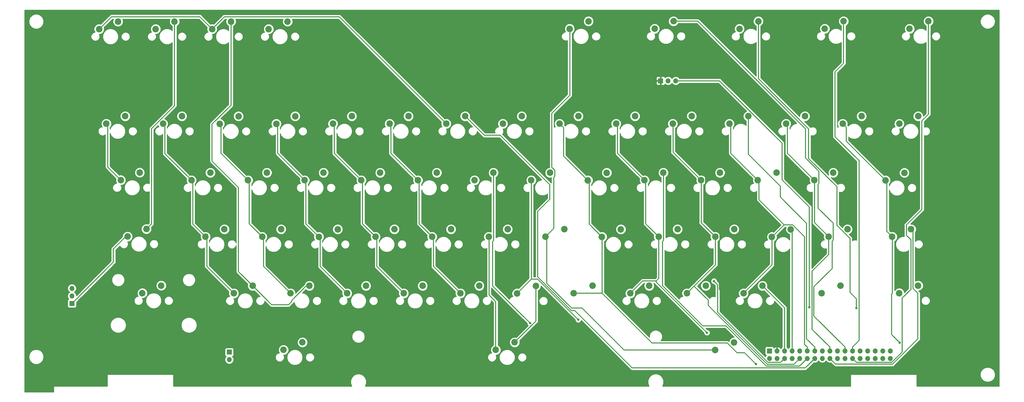
<source format=gbl>
%TF.GenerationSoftware,KiCad,Pcbnew,5.0.2+dfsg1-1*%
%TF.CreationDate,2021-02-01T14:48:54+01:00*%
%TF.ProjectId,A130XE_KB_MX,41313330-5845-45f4-9b42-5f4d582e6b69,0.2*%
%TF.SameCoordinates,Original*%
%TF.FileFunction,Copper,L2,Bot*%
%TF.FilePolarity,Positive*%
%FSLAX46Y46*%
G04 Gerber Fmt 4.6, Leading zero omitted, Abs format (unit mm)*
G04 Created by KiCad (PCBNEW 5.0.2+dfsg1-1) date Mon 01 Feb 2021 02:48:54 PM CET*
%MOMM*%
%LPD*%
G01*
G04 APERTURE LIST*
%ADD10C,2.200000*%
%ADD11R,1.700000X1.700000*%
%ADD12O,1.700000X1.700000*%
%ADD13C,0.800000*%
%ADD14C,0.300000*%
%ADD15C,0.254000*%
G04 APERTURE END LIST*
D10*
X111150000Y-92540000D03*
X117500000Y-90000000D03*
X342250000Y-181540000D03*
X348600000Y-179000000D03*
X348650000Y-121900000D03*
X342300000Y-124440000D03*
X323250000Y-124440000D03*
X329600000Y-121900000D03*
X310550000Y-121900000D03*
X304200000Y-124440000D03*
X285150000Y-124440000D03*
X291500000Y-121900000D03*
X272450000Y-121900000D03*
X266100000Y-124440000D03*
X247050000Y-124440000D03*
X253400000Y-121900000D03*
X234350000Y-121900000D03*
X228000000Y-124440000D03*
X208950000Y-124440000D03*
X215300000Y-121900000D03*
X98500000Y-90000000D03*
X92150000Y-92540000D03*
X277200000Y-179050000D03*
X270850000Y-181590000D03*
X75550000Y-124440000D03*
X81900000Y-121900000D03*
X286750000Y-160000000D03*
X280400000Y-162540000D03*
X123200000Y-143490000D03*
X129550000Y-140950000D03*
X134350000Y-160000000D03*
X128000000Y-162540000D03*
X137500000Y-181590000D03*
X143850000Y-179050000D03*
X305750000Y-160050000D03*
X299400000Y-162590000D03*
X94650000Y-124440000D03*
X101000000Y-121900000D03*
X320050000Y-140950000D03*
X313700000Y-143490000D03*
X104200000Y-143490000D03*
X110550000Y-140950000D03*
X115250000Y-160000000D03*
X108900000Y-162540000D03*
X289900000Y-181590000D03*
X296250000Y-179050000D03*
X301000000Y-140950000D03*
X294650000Y-143490000D03*
X118450000Y-181590000D03*
X124800000Y-179050000D03*
X324850000Y-160000000D03*
X318500000Y-162540000D03*
X130150000Y-92540000D03*
X136500000Y-90000000D03*
X262900000Y-140950000D03*
X256550000Y-143490000D03*
X166100000Y-162540000D03*
X172450000Y-160000000D03*
X239100000Y-179050000D03*
X232750000Y-181590000D03*
X175600000Y-181590000D03*
X181950000Y-179050000D03*
X267700000Y-160000000D03*
X261350000Y-162540000D03*
X132750000Y-124460000D03*
X139100000Y-121920000D03*
X281950000Y-140950000D03*
X275600000Y-143490000D03*
X142250000Y-143490000D03*
X148600000Y-140950000D03*
X153390000Y-160020000D03*
X147040000Y-162560000D03*
X251800000Y-181590000D03*
X258150000Y-179050000D03*
X162900000Y-179050000D03*
X156550000Y-181590000D03*
X113690000Y-124460000D03*
X120040000Y-121920000D03*
X167650000Y-140950000D03*
X161300000Y-143490000D03*
X151800000Y-124440000D03*
X158150000Y-121900000D03*
X248620000Y-160020000D03*
X242270000Y-162560000D03*
X194650000Y-181590000D03*
X201000000Y-179050000D03*
X191500000Y-160000000D03*
X185150000Y-162540000D03*
X180350000Y-143490000D03*
X186700000Y-140950000D03*
X243870000Y-140970000D03*
X237520000Y-143510000D03*
X170850000Y-124440000D03*
X177200000Y-121900000D03*
X229600000Y-160000000D03*
X223250000Y-162540000D03*
X213700000Y-181640000D03*
X220050000Y-179100000D03*
X210550000Y-160000000D03*
X204200000Y-162540000D03*
X199400000Y-143490000D03*
X205750000Y-140950000D03*
X224800000Y-140950000D03*
X218450000Y-143490000D03*
X73150000Y-92540000D03*
X79500000Y-90000000D03*
X196250000Y-121900000D03*
X189900000Y-124440000D03*
X135150000Y-200640000D03*
X141500000Y-198100000D03*
X346250000Y-160000000D03*
X339900000Y-162540000D03*
X317190000Y-92430000D03*
X323540000Y-89890000D03*
X237750000Y-89920000D03*
X231400000Y-92460000D03*
X259990000Y-92430000D03*
X266340000Y-89890000D03*
X352090000Y-89890000D03*
X345740000Y-92430000D03*
X294890000Y-89920000D03*
X288540000Y-92460000D03*
X80440000Y-143460000D03*
X86790000Y-140920000D03*
X344000000Y-141000000D03*
X337650000Y-143540000D03*
X316150000Y-181540000D03*
X322500000Y-179000000D03*
X89040000Y-159920000D03*
X82690000Y-162460000D03*
X94000000Y-179000000D03*
X87650000Y-181540000D03*
X212900000Y-198100000D03*
X206550000Y-200640000D03*
D11*
X298600000Y-201000000D03*
D12*
X298600000Y-203540000D03*
X301140000Y-201000000D03*
X301140000Y-203540000D03*
X303680000Y-201000000D03*
X303680000Y-203540000D03*
X306220000Y-201000000D03*
X306220000Y-203540000D03*
X308760000Y-201000000D03*
X308760000Y-203540000D03*
X311300000Y-201000000D03*
X311300000Y-203540000D03*
X313840000Y-201000000D03*
X313840000Y-203540000D03*
X316380000Y-201000000D03*
X316380000Y-203540000D03*
X318920000Y-201000000D03*
X318920000Y-203540000D03*
X321460000Y-201000000D03*
X321460000Y-203540000D03*
X324000000Y-201000000D03*
X324000000Y-203540000D03*
X326540000Y-201000000D03*
X326540000Y-203540000D03*
X329080000Y-201000000D03*
X329080000Y-203540000D03*
X331620000Y-201000000D03*
X331620000Y-203540000D03*
X334160000Y-201000000D03*
X334160000Y-203540000D03*
X336700000Y-201000000D03*
X336700000Y-203540000D03*
X339240000Y-201000000D03*
X339240000Y-203540000D03*
D11*
X116900000Y-201400000D03*
D12*
X116900000Y-203940000D03*
D10*
X286715000Y-198145000D03*
X280365000Y-200685000D03*
D11*
X64000000Y-185000000D03*
D12*
X64000000Y-182460000D03*
X64000000Y-179920000D03*
X267080000Y-110000000D03*
X264540000Y-110000000D03*
D11*
X262000000Y-110000000D03*
D13*
X279948600Y-177476600D03*
X294034600Y-205445300D03*
X277584900Y-194871300D03*
X218088400Y-191678800D03*
X342432100Y-198208900D03*
X234264900Y-190492300D03*
X327836800Y-186520700D03*
X312024000Y-186281500D03*
D14*
X301140000Y-201000000D02*
X301140000Y-199699700D01*
X262000000Y-110000000D02*
X262000000Y-113667000D01*
X262000000Y-113667000D02*
X273263200Y-124930200D01*
X273263200Y-124930200D02*
X273263200Y-136571100D01*
X273263200Y-136571100D02*
X277160600Y-140468500D01*
X277160600Y-140468500D02*
X277160600Y-144618700D01*
X277160600Y-144618700D02*
X276948300Y-144831000D01*
X276948300Y-144831000D02*
X276948300Y-154506200D01*
X276948300Y-154506200D02*
X281960600Y-159518500D01*
X281960600Y-159518500D02*
X281960600Y-163668700D01*
X281960600Y-163668700D02*
X281749800Y-163879500D01*
X281749800Y-163879500D02*
X281749800Y-180309500D01*
X281749800Y-180309500D02*
X301140000Y-199699700D01*
X231400000Y-92460000D02*
X231457100Y-92517100D01*
X231457100Y-92517100D02*
X231457100Y-114846800D01*
X231457100Y-114846800D02*
X225383000Y-120920900D01*
X225383000Y-120920900D02*
X225383000Y-139108000D01*
X225383000Y-139108000D02*
X226381600Y-140106600D01*
X226381600Y-140106600D02*
X226381600Y-142158400D01*
X226381600Y-142158400D02*
X226039700Y-142500300D01*
X226039700Y-142500300D02*
X226039700Y-159750300D01*
X226039700Y-159750300D02*
X223250000Y-162540000D01*
X280365000Y-200685000D02*
X249649700Y-200685000D01*
X249649700Y-200685000D02*
X235555900Y-186591200D01*
X235555900Y-186591200D02*
X232062000Y-186591200D01*
X232062000Y-186591200D02*
X223706900Y-178236100D01*
X223706900Y-178236100D02*
X223706900Y-162996900D01*
X223706900Y-162996900D02*
X223250000Y-162540000D01*
X206550000Y-200640000D02*
X206550000Y-184426700D01*
X206550000Y-184426700D02*
X204298800Y-182175500D01*
X204298800Y-182175500D02*
X204298800Y-162638800D01*
X204298800Y-162638800D02*
X204200000Y-162540000D01*
X296250000Y-179050000D02*
X303680000Y-186480000D01*
X303680000Y-186480000D02*
X303680000Y-201000000D01*
X212900000Y-198100000D02*
X220050000Y-190950000D01*
X220050000Y-190950000D02*
X220050000Y-179100000D01*
X143850000Y-179050000D02*
X142853700Y-179050000D01*
X142853700Y-179050000D02*
X137919500Y-183984200D01*
X137919500Y-183984200D02*
X137919500Y-184345700D01*
X137919500Y-184345700D02*
X136828200Y-185437000D01*
X136828200Y-185437000D02*
X131187000Y-185437000D01*
X131187000Y-185437000D02*
X124800000Y-179050000D01*
X303680000Y-203540000D02*
X302329900Y-204890100D01*
X302329900Y-204890100D02*
X298073800Y-204890100D01*
X298073800Y-204890100D02*
X281146800Y-187963100D01*
X281146800Y-187963100D02*
X281146800Y-178674800D01*
X281146800Y-178674800D02*
X279948600Y-177476600D01*
X117500000Y-90000000D02*
X117500000Y-118210500D01*
X117500000Y-118210500D02*
X111115400Y-124595100D01*
X111115400Y-124595100D02*
X111115400Y-137054400D01*
X111115400Y-137054400D02*
X120000400Y-145939400D01*
X120000400Y-145939400D02*
X120000400Y-174250400D01*
X120000400Y-174250400D02*
X124800000Y-179050000D01*
X89040000Y-159920000D02*
X90756700Y-158203300D01*
X90756700Y-158203300D02*
X90756700Y-126106200D01*
X90756700Y-126106200D02*
X98500000Y-118362900D01*
X98500000Y-118362900D02*
X98500000Y-90000000D01*
X306220000Y-201000000D02*
X306220000Y-160520000D01*
X306220000Y-160520000D02*
X305750000Y-160050000D01*
X242321900Y-181590000D02*
X259072900Y-198341000D01*
X259072900Y-198341000D02*
X284371000Y-198341000D01*
X284371000Y-198341000D02*
X287675700Y-201645700D01*
X287675700Y-201645700D02*
X290235000Y-201645700D01*
X290235000Y-201645700D02*
X294034600Y-205445300D01*
X242321900Y-181590000D02*
X242321900Y-162611900D01*
X242321900Y-162611900D02*
X242270000Y-162560000D01*
X232750000Y-181590000D02*
X242321900Y-181590000D01*
X237520000Y-143510000D02*
X237976800Y-143966800D01*
X237976800Y-143966800D02*
X237976800Y-158266800D01*
X237976800Y-158266800D02*
X242270000Y-162560000D01*
X194650000Y-181590000D02*
X185606900Y-172546900D01*
X185606900Y-172546900D02*
X185606900Y-162996900D01*
X185606900Y-162996900D02*
X185150000Y-162540000D01*
X185150000Y-162540000D02*
X180806900Y-158196900D01*
X180806900Y-158196900D02*
X180806900Y-143946900D01*
X180806900Y-143946900D02*
X180350000Y-143490000D01*
X170850000Y-124440000D02*
X171306800Y-124896800D01*
X171306800Y-124896800D02*
X171306800Y-134446800D01*
X171306800Y-134446800D02*
X180350000Y-143490000D01*
X228000000Y-124440000D02*
X229344700Y-125784700D01*
X229344700Y-125784700D02*
X229344700Y-135334700D01*
X229344700Y-135334700D02*
X237520000Y-143510000D01*
X277584900Y-194871300D02*
X260513500Y-177799900D01*
X260513500Y-177799900D02*
X260513500Y-177440300D01*
X260513500Y-177440300D02*
X261407100Y-176546700D01*
X261407100Y-176546700D02*
X261407100Y-162597100D01*
X261407100Y-162597100D02*
X261350000Y-162540000D01*
X251800000Y-181590000D02*
X255949700Y-177440300D01*
X255949700Y-177440300D02*
X260513500Y-177440300D01*
X247050000Y-124440000D02*
X247506800Y-124896800D01*
X247506800Y-124896800D02*
X247506800Y-134446800D01*
X247506800Y-134446800D02*
X256550000Y-143490000D01*
X261350000Y-162540000D02*
X257006900Y-158196900D01*
X257006900Y-158196900D02*
X257006900Y-143946900D01*
X257006900Y-143946900D02*
X256550000Y-143490000D01*
X175600000Y-181590000D02*
X166556900Y-172546900D01*
X166556900Y-172546900D02*
X166556900Y-162996900D01*
X166556900Y-162996900D02*
X166100000Y-162540000D01*
X151800000Y-124440000D02*
X152256800Y-124896800D01*
X152256800Y-124896800D02*
X152256800Y-134446800D01*
X152256800Y-134446800D02*
X161300000Y-143490000D01*
X161300000Y-143490000D02*
X161756800Y-143946800D01*
X161756800Y-143946800D02*
X161756800Y-158196800D01*
X161756800Y-158196800D02*
X166100000Y-162540000D01*
X273267100Y-179172900D02*
X280457100Y-171982900D01*
X280457100Y-171982900D02*
X280457100Y-162597100D01*
X280457100Y-162597100D02*
X280400000Y-162540000D01*
X270850000Y-181590000D02*
X273267100Y-179172900D01*
X308760000Y-203540000D02*
X306809500Y-205490500D01*
X306809500Y-205490500D02*
X297825100Y-205490500D01*
X297825100Y-205490500D02*
X278013300Y-185678700D01*
X278013300Y-185678700D02*
X278013300Y-183919200D01*
X278013300Y-183919200D02*
X273267100Y-179172900D01*
X275600000Y-143490000D02*
X275676200Y-143566200D01*
X275676200Y-143566200D02*
X275676200Y-157816200D01*
X275676200Y-157816200D02*
X280400000Y-162540000D01*
X266100000Y-124440000D02*
X266184500Y-124524500D01*
X266184500Y-124524500D02*
X266184500Y-134074500D01*
X266184500Y-134074500D02*
X275600000Y-143490000D01*
X132750000Y-124460000D02*
X133206800Y-124916800D01*
X133206800Y-124916800D02*
X133206800Y-134446800D01*
X133206800Y-134446800D02*
X142250000Y-143490000D01*
X142250000Y-143490000D02*
X142706800Y-143946800D01*
X142706800Y-143946800D02*
X142706800Y-158226800D01*
X142706800Y-158226800D02*
X147040000Y-162560000D01*
X156550000Y-181590000D02*
X147496900Y-172536900D01*
X147496900Y-172536900D02*
X147496900Y-163016900D01*
X147496900Y-163016900D02*
X147040000Y-162560000D01*
X303547000Y-158494900D02*
X306394300Y-158494900D01*
X306394300Y-158494900D02*
X310404200Y-162504800D01*
X310404200Y-162504800D02*
X310404200Y-198803900D01*
X310404200Y-198803900D02*
X311300000Y-199699700D01*
X299451900Y-162590000D02*
X303547000Y-158494900D01*
X303547000Y-158494900D02*
X295106900Y-150054800D01*
X295106900Y-150054800D02*
X295106900Y-143946900D01*
X295106900Y-143946900D02*
X294650000Y-143490000D01*
X299400000Y-162590000D02*
X299451900Y-162590000D01*
X299451900Y-162590000D02*
X299451900Y-172038100D01*
X299451900Y-172038100D02*
X289900000Y-181590000D01*
X311300000Y-201000000D02*
X311300000Y-199699700D01*
X137500000Y-181590000D02*
X128456900Y-172546900D01*
X128456900Y-172546900D02*
X128456900Y-162996900D01*
X128456900Y-162996900D02*
X128000000Y-162540000D01*
X294650000Y-143490000D02*
X285606900Y-134446900D01*
X285606900Y-134446900D02*
X285606900Y-124896900D01*
X285606900Y-124896900D02*
X285150000Y-124440000D01*
X113690000Y-124460000D02*
X114146800Y-124916800D01*
X114146800Y-124916800D02*
X114146800Y-134436800D01*
X114146800Y-134436800D02*
X123200000Y-143490000D01*
X128000000Y-162540000D02*
X123656900Y-158196900D01*
X123656900Y-158196900D02*
X123656900Y-143946900D01*
X123656900Y-143946900D02*
X123200000Y-143490000D01*
X311300000Y-203540000D02*
X308693000Y-206147000D01*
X308693000Y-206147000D02*
X297550700Y-206147000D01*
X297550700Y-206147000D02*
X283982600Y-192578900D01*
X283982600Y-192578900D02*
X276186000Y-192578900D01*
X276186000Y-192578900D02*
X262659100Y-179052000D01*
X262659100Y-179052000D02*
X262659100Y-164115500D01*
X262659100Y-164115500D02*
X262950800Y-163823800D01*
X262950800Y-163823800D02*
X262950800Y-141000800D01*
X262950800Y-141000800D02*
X262900000Y-140950000D01*
X291500000Y-121900000D02*
X291500000Y-134774200D01*
X291500000Y-134774200D02*
X302239600Y-145513800D01*
X302239600Y-145513800D02*
X302239600Y-149159100D01*
X302239600Y-149159100D02*
X311082600Y-158002100D01*
X311082600Y-158002100D02*
X311082600Y-196942300D01*
X311082600Y-196942300D02*
X313840000Y-199699700D01*
X313840000Y-201000000D02*
X313840000Y-199699700D01*
X196250000Y-121900000D02*
X202692500Y-128342500D01*
X202692500Y-128342500D02*
X208065200Y-128342500D01*
X208065200Y-128342500D02*
X224710500Y-144987800D01*
X224710500Y-144987800D02*
X224710500Y-149907700D01*
X224710500Y-149907700D02*
X220679600Y-153938600D01*
X220679600Y-153938600D02*
X220679600Y-176058000D01*
X220679600Y-176058000D02*
X232025100Y-187403500D01*
X232025100Y-187403500D02*
X233067300Y-187403500D01*
X233067300Y-187403500D02*
X252413800Y-206750000D01*
X252413800Y-206750000D02*
X310630000Y-206750000D01*
X310630000Y-206750000D02*
X313840000Y-203540000D01*
X205750000Y-140950000D02*
X205800800Y-141000800D01*
X205800800Y-141000800D02*
X205800800Y-163823800D01*
X205800800Y-163823800D02*
X205525400Y-164099200D01*
X205525400Y-164099200D02*
X205525400Y-179115800D01*
X205525400Y-179115800D02*
X218088400Y-191678800D01*
X342432100Y-198208900D02*
X339672200Y-195449000D01*
X339672200Y-195449000D02*
X339672200Y-181925200D01*
X339672200Y-181925200D02*
X339957100Y-181640300D01*
X339957100Y-181640300D02*
X339957100Y-162597100D01*
X339957100Y-162597100D02*
X339900000Y-162540000D01*
X339900000Y-162540000D02*
X338106900Y-160746900D01*
X338106900Y-160746900D02*
X338106900Y-143996900D01*
X338106900Y-143996900D02*
X337650000Y-143540000D01*
X323250000Y-124440000D02*
X324442600Y-125632600D01*
X324442600Y-125632600D02*
X324442600Y-130332600D01*
X324442600Y-130332600D02*
X337650000Y-143540000D01*
X80440000Y-143460000D02*
X76006900Y-139026900D01*
X76006900Y-139026900D02*
X76006900Y-124896900D01*
X76006900Y-124896900D02*
X75550000Y-124440000D01*
X313700000Y-143490000D02*
X304656900Y-134446900D01*
X304656900Y-134446900D02*
X304656900Y-124896900D01*
X304656900Y-124896900D02*
X304200000Y-124440000D01*
X318500000Y-162540000D02*
X313770000Y-157810000D01*
X313770000Y-157810000D02*
X313770000Y-143560000D01*
X313770000Y-143560000D02*
X313700000Y-143490000D01*
X318920000Y-199699700D02*
X312965400Y-193745100D01*
X312965400Y-193745100D02*
X312965400Y-174097200D01*
X312965400Y-174097200D02*
X318530900Y-168531700D01*
X318530900Y-168531700D02*
X318530900Y-162570900D01*
X318530900Y-162570900D02*
X318500000Y-162540000D01*
X318920000Y-201000000D02*
X318920000Y-199699700D01*
X94650000Y-124440000D02*
X95264400Y-125054400D01*
X95264400Y-125054400D02*
X95264400Y-134554400D01*
X95264400Y-134554400D02*
X104200000Y-143490000D01*
X108900000Y-162540000D02*
X104656900Y-158296900D01*
X104656900Y-158296900D02*
X104656900Y-143946900D01*
X104656900Y-143946900D02*
X104200000Y-143490000D01*
X118450000Y-181590000D02*
X109356900Y-172496900D01*
X109356900Y-172496900D02*
X109356900Y-162996900D01*
X109356900Y-162996900D02*
X108900000Y-162540000D01*
X318920000Y-203540000D02*
X320845800Y-205465800D01*
X320845800Y-205465800D02*
X340015800Y-205465800D01*
X340015800Y-205465800D02*
X348519900Y-196961700D01*
X348519900Y-196961700D02*
X348519900Y-181606500D01*
X348519900Y-181606500D02*
X346850300Y-179936900D01*
X346850300Y-179936900D02*
X346850300Y-160600300D01*
X346850300Y-160600300D02*
X346250000Y-160000000D01*
X111150000Y-92540000D02*
X107015900Y-88405900D01*
X107015900Y-88405900D02*
X77284100Y-88405900D01*
X77284100Y-88405900D02*
X73150000Y-92540000D01*
X189900000Y-124440000D02*
X153906000Y-88446000D01*
X153906000Y-88446000D02*
X115244000Y-88446000D01*
X115244000Y-88446000D02*
X111150000Y-92540000D01*
X218507100Y-176832900D02*
X220605500Y-176832900D01*
X220605500Y-176832900D02*
X234264900Y-190492300D01*
X218507100Y-176832900D02*
X218507100Y-143547100D01*
X218507100Y-143547100D02*
X218450000Y-143490000D01*
X213700000Y-181640000D02*
X218507100Y-176832900D01*
X64000000Y-185000000D02*
X77935100Y-171064900D01*
X77935100Y-171064900D02*
X77935100Y-166638100D01*
X77935100Y-166638100D02*
X82113200Y-162460000D01*
X82113200Y-162460000D02*
X82690000Y-162460000D01*
X266340000Y-89890000D02*
X274458600Y-89890000D01*
X274458600Y-89890000D02*
X310762900Y-126194300D01*
X310762900Y-126194300D02*
X310762900Y-135970800D01*
X310762900Y-135970800D02*
X315260600Y-140468500D01*
X315260600Y-140468500D02*
X315260600Y-144618700D01*
X315260600Y-144618700D02*
X315003100Y-144876200D01*
X315003100Y-144876200D02*
X315003100Y-152911400D01*
X315003100Y-152911400D02*
X320061100Y-157969400D01*
X320061100Y-157969400D02*
X320061100Y-163668200D01*
X320061100Y-163668200D02*
X319717500Y-164011800D01*
X319717500Y-164011800D02*
X319717500Y-173244800D01*
X319717500Y-173244800D02*
X313565800Y-179396500D01*
X313565800Y-179396500D02*
X313565800Y-189265500D01*
X313565800Y-189265500D02*
X324000000Y-199699700D01*
X324000000Y-201000000D02*
X324000000Y-199699700D01*
X294890000Y-89920000D02*
X294890000Y-109252700D01*
X294890000Y-109252700D02*
X311788800Y-126151500D01*
X311788800Y-126151500D02*
X311788800Y-136147600D01*
X311788800Y-136147600D02*
X321289600Y-145648400D01*
X321289600Y-145648400D02*
X321289600Y-158691500D01*
X321289600Y-158691500D02*
X325725100Y-163127000D01*
X325725100Y-163127000D02*
X325725100Y-181336800D01*
X325725100Y-181336800D02*
X327836800Y-183448500D01*
X327836800Y-183448500D02*
X327836800Y-186520700D01*
X326540000Y-201000000D02*
X326540000Y-199699700D01*
X326540000Y-199699700D02*
X328738800Y-197500900D01*
X328738800Y-197500900D02*
X328738800Y-136883300D01*
X328738800Y-136883300D02*
X320664400Y-128808900D01*
X320664400Y-128808900D02*
X320664400Y-106965600D01*
X320664400Y-106965600D02*
X323540000Y-104090000D01*
X323540000Y-104090000D02*
X323540000Y-89890000D01*
X326540000Y-203540000D02*
X327865500Y-204865500D01*
X327865500Y-204865500D02*
X339767200Y-204865500D01*
X339767200Y-204865500D02*
X343282400Y-201350300D01*
X343282400Y-201350300D02*
X343282400Y-183196900D01*
X343282400Y-183196900D02*
X346175000Y-180304300D01*
X346175000Y-180304300D02*
X346175000Y-163565400D01*
X346175000Y-163565400D02*
X344669000Y-162059400D01*
X344669000Y-162059400D02*
X344669000Y-158565400D01*
X344669000Y-158565400D02*
X349888200Y-153346200D01*
X349888200Y-153346200D02*
X349888200Y-123451800D01*
X349888200Y-123451800D02*
X352090000Y-121250000D01*
X352090000Y-121250000D02*
X352090000Y-89890000D01*
X267080000Y-110000000D02*
X281793000Y-110000000D01*
X281793000Y-110000000D02*
X302840200Y-131047200D01*
X302840200Y-131047200D02*
X302840200Y-143339800D01*
X302840200Y-143339800D02*
X312024000Y-152523600D01*
X312024000Y-152523600D02*
X312024000Y-186281500D01*
D15*
G36*
X375873000Y-212873000D02*
X348127000Y-212873000D01*
X348127000Y-209000000D01*
X348117333Y-208951399D01*
X348089803Y-208910197D01*
X348048601Y-208882667D01*
X348000000Y-208873000D01*
X326000000Y-208873000D01*
X325951399Y-208882667D01*
X325910197Y-208910197D01*
X325882667Y-208951399D01*
X325873000Y-209000000D01*
X325873000Y-212873000D01*
X262610251Y-212873000D01*
X262995000Y-211944134D01*
X262995000Y-210895866D01*
X262593845Y-209927392D01*
X261852608Y-209186155D01*
X260884134Y-208785000D01*
X259835866Y-208785000D01*
X258867392Y-209186155D01*
X258126155Y-209927392D01*
X257725000Y-210895866D01*
X257725000Y-211944134D01*
X258109749Y-212873000D01*
X162610251Y-212873000D01*
X162995000Y-211944134D01*
X162995000Y-210895866D01*
X162593845Y-209927392D01*
X161852608Y-209186155D01*
X160884134Y-208785000D01*
X159835866Y-208785000D01*
X158867392Y-209186155D01*
X158126155Y-209927392D01*
X157725000Y-210895866D01*
X157725000Y-211944134D01*
X158109749Y-212873000D01*
X98127000Y-212873000D01*
X98127000Y-209000000D01*
X98117333Y-208951399D01*
X98089803Y-208910197D01*
X98048601Y-208882667D01*
X98000000Y-208873000D01*
X76000000Y-208873000D01*
X75951399Y-208882667D01*
X75910197Y-208910197D01*
X75882667Y-208951399D01*
X75873000Y-209000000D01*
X75873000Y-212873000D01*
X58000000Y-212873000D01*
X57951399Y-212882667D01*
X57910197Y-212910197D01*
X57882667Y-212951399D01*
X57873000Y-213000000D01*
X57873000Y-214873000D01*
X48127000Y-214873000D01*
X48127000Y-208505703D01*
X369515000Y-208505703D01*
X369515000Y-209494297D01*
X369893319Y-210407639D01*
X370592361Y-211106681D01*
X371505703Y-211485000D01*
X372494297Y-211485000D01*
X373407639Y-211106681D01*
X374106681Y-210407639D01*
X374485000Y-209494297D01*
X374485000Y-208505703D01*
X374106681Y-207592361D01*
X373407639Y-206893319D01*
X372494297Y-206515000D01*
X371505703Y-206515000D01*
X370592361Y-206893319D01*
X369893319Y-207592361D01*
X369515000Y-208505703D01*
X48127000Y-208505703D01*
X48127000Y-202505703D01*
X49515000Y-202505703D01*
X49515000Y-203494297D01*
X49893319Y-204407639D01*
X50592361Y-205106681D01*
X51505703Y-205485000D01*
X52494297Y-205485000D01*
X53407639Y-205106681D01*
X54106681Y-204407639D01*
X54300383Y-203940000D01*
X115385908Y-203940000D01*
X115501161Y-204519418D01*
X115829375Y-205010625D01*
X116320582Y-205338839D01*
X116753744Y-205425000D01*
X117046256Y-205425000D01*
X117479418Y-205338839D01*
X117970625Y-205010625D01*
X118298839Y-204519418D01*
X118414092Y-203940000D01*
X118298839Y-203360582D01*
X117980809Y-202884615D01*
X132395000Y-202884615D01*
X132395000Y-203475385D01*
X132621078Y-204021185D01*
X133038815Y-204438922D01*
X133584615Y-204665000D01*
X134175385Y-204665000D01*
X134721185Y-204438922D01*
X135138922Y-204021185D01*
X135365000Y-203475385D01*
X135365000Y-202884615D01*
X135270249Y-202655866D01*
X136325000Y-202655866D01*
X136325000Y-203704134D01*
X136726155Y-204672608D01*
X137467392Y-205413845D01*
X138435866Y-205815000D01*
X139484134Y-205815000D01*
X140452608Y-205413845D01*
X141193845Y-204672608D01*
X141595000Y-203704134D01*
X141595000Y-202884615D01*
X142555000Y-202884615D01*
X142555000Y-203475385D01*
X142781078Y-204021185D01*
X143198815Y-204438922D01*
X143744615Y-204665000D01*
X144335385Y-204665000D01*
X144881185Y-204438922D01*
X145298922Y-204021185D01*
X145525000Y-203475385D01*
X145525000Y-202884615D01*
X145298922Y-202338815D01*
X144881185Y-201921078D01*
X144335385Y-201695000D01*
X143744615Y-201695000D01*
X143198815Y-201921078D01*
X142781078Y-202338815D01*
X142555000Y-202884615D01*
X141595000Y-202884615D01*
X141595000Y-202655866D01*
X141193845Y-201687392D01*
X140452608Y-200946155D01*
X139484134Y-200545000D01*
X138435866Y-200545000D01*
X137467392Y-200946155D01*
X136726155Y-201687392D01*
X136325000Y-202655866D01*
X135270249Y-202655866D01*
X135153910Y-202375000D01*
X135495113Y-202375000D01*
X136132799Y-202110862D01*
X136620862Y-201622799D01*
X136885000Y-200985113D01*
X136885000Y-200294887D01*
X136620862Y-199657201D01*
X136132799Y-199169138D01*
X135495113Y-198905000D01*
X134804887Y-198905000D01*
X134167201Y-199169138D01*
X133679138Y-199657201D01*
X133415000Y-200294887D01*
X133415000Y-200985113D01*
X133679138Y-201622799D01*
X133751339Y-201695000D01*
X133584615Y-201695000D01*
X133038815Y-201921078D01*
X132621078Y-202338815D01*
X132395000Y-202884615D01*
X117980809Y-202884615D01*
X117970625Y-202869375D01*
X117952381Y-202857184D01*
X117997765Y-202848157D01*
X118207809Y-202707809D01*
X118348157Y-202497765D01*
X118397440Y-202250000D01*
X118397440Y-200550000D01*
X118348157Y-200302235D01*
X118207809Y-200092191D01*
X117997765Y-199951843D01*
X117750000Y-199902560D01*
X116050000Y-199902560D01*
X115802235Y-199951843D01*
X115592191Y-200092191D01*
X115451843Y-200302235D01*
X115402560Y-200550000D01*
X115402560Y-202250000D01*
X115451843Y-202497765D01*
X115592191Y-202707809D01*
X115802235Y-202848157D01*
X115847619Y-202857184D01*
X115829375Y-202869375D01*
X115501161Y-203360582D01*
X115385908Y-203940000D01*
X54300383Y-203940000D01*
X54485000Y-203494297D01*
X54485000Y-202505703D01*
X54106681Y-201592361D01*
X53407639Y-200893319D01*
X52494297Y-200515000D01*
X51505703Y-200515000D01*
X50592361Y-200893319D01*
X49893319Y-201592361D01*
X49515000Y-202505703D01*
X48127000Y-202505703D01*
X48127000Y-197754887D01*
X139765000Y-197754887D01*
X139765000Y-198445113D01*
X140029138Y-199082799D01*
X140517201Y-199570862D01*
X141154887Y-199835000D01*
X141845113Y-199835000D01*
X142482799Y-199570862D01*
X142970862Y-199082799D01*
X143235000Y-198445113D01*
X143235000Y-197754887D01*
X142970862Y-197117201D01*
X142482799Y-196629138D01*
X141845113Y-196365000D01*
X141154887Y-196365000D01*
X140517201Y-196629138D01*
X140029138Y-197117201D01*
X139765000Y-197754887D01*
X48127000Y-197754887D01*
X48127000Y-195750349D01*
X158200000Y-195750349D01*
X158200000Y-196609651D01*
X158528840Y-197403542D01*
X159136458Y-198011160D01*
X159930349Y-198340000D01*
X160789651Y-198340000D01*
X161583542Y-198011160D01*
X162191160Y-197403542D01*
X162520000Y-196609651D01*
X162520000Y-195750349D01*
X162191160Y-194956458D01*
X161583542Y-194348840D01*
X160789651Y-194020000D01*
X159930349Y-194020000D01*
X159136458Y-194348840D01*
X158528840Y-194956458D01*
X158200000Y-195750349D01*
X48127000Y-195750349D01*
X48127000Y-191795866D01*
X76925000Y-191795866D01*
X76925000Y-192844134D01*
X77326155Y-193812608D01*
X78067392Y-194553845D01*
X79035866Y-194955000D01*
X80084134Y-194955000D01*
X81052608Y-194553845D01*
X81793845Y-193812608D01*
X82195000Y-192844134D01*
X82195000Y-191795866D01*
X100725000Y-191795866D01*
X100725000Y-192844134D01*
X101126155Y-193812608D01*
X101867392Y-194553845D01*
X102835866Y-194955000D01*
X103884134Y-194955000D01*
X104852608Y-194553845D01*
X105593845Y-193812608D01*
X105995000Y-192844134D01*
X105995000Y-191795866D01*
X105593845Y-190827392D01*
X104852608Y-190086155D01*
X103884134Y-189685000D01*
X102835866Y-189685000D01*
X101867392Y-190086155D01*
X101126155Y-190827392D01*
X100725000Y-191795866D01*
X82195000Y-191795866D01*
X81793845Y-190827392D01*
X81052608Y-190086155D01*
X80084134Y-189685000D01*
X79035866Y-189685000D01*
X78067392Y-190086155D01*
X77326155Y-190827392D01*
X76925000Y-191795866D01*
X48127000Y-191795866D01*
X48127000Y-179920000D01*
X62485908Y-179920000D01*
X62601161Y-180499418D01*
X62929375Y-180990625D01*
X63227761Y-181190000D01*
X62929375Y-181389375D01*
X62601161Y-181880582D01*
X62485908Y-182460000D01*
X62601161Y-183039418D01*
X62929375Y-183530625D01*
X62947619Y-183542816D01*
X62902235Y-183551843D01*
X62692191Y-183692191D01*
X62551843Y-183902235D01*
X62502560Y-184150000D01*
X62502560Y-185850000D01*
X62551843Y-186097765D01*
X62692191Y-186307809D01*
X62902235Y-186448157D01*
X63150000Y-186497440D01*
X64850000Y-186497440D01*
X65097765Y-186448157D01*
X65307809Y-186307809D01*
X65448157Y-186097765D01*
X65497440Y-185850000D01*
X65497440Y-184612717D01*
X66325542Y-183784615D01*
X84895000Y-183784615D01*
X84895000Y-184375385D01*
X85121078Y-184921185D01*
X85538815Y-185338922D01*
X86084615Y-185565000D01*
X86675385Y-185565000D01*
X87221185Y-185338922D01*
X87638922Y-184921185D01*
X87865000Y-184375385D01*
X87865000Y-183784615D01*
X87770249Y-183555866D01*
X88825000Y-183555866D01*
X88825000Y-184604134D01*
X89226155Y-185572608D01*
X89967392Y-186313845D01*
X90935866Y-186715000D01*
X91984134Y-186715000D01*
X92952608Y-186313845D01*
X93693845Y-185572608D01*
X94095000Y-184604134D01*
X94095000Y-183784615D01*
X95055000Y-183784615D01*
X95055000Y-184375385D01*
X95281078Y-184921185D01*
X95698815Y-185338922D01*
X96244615Y-185565000D01*
X96835385Y-185565000D01*
X97381185Y-185338922D01*
X97798922Y-184921185D01*
X98025000Y-184375385D01*
X98025000Y-183784615D01*
X97798922Y-183238815D01*
X97381185Y-182821078D01*
X96835385Y-182595000D01*
X96244615Y-182595000D01*
X95698815Y-182821078D01*
X95281078Y-183238815D01*
X95055000Y-183784615D01*
X94095000Y-183784615D01*
X94095000Y-183555866D01*
X93693845Y-182587392D01*
X92952608Y-181846155D01*
X91984134Y-181445000D01*
X90935866Y-181445000D01*
X89967392Y-181846155D01*
X89226155Y-182587392D01*
X88825000Y-183555866D01*
X87770249Y-183555866D01*
X87653910Y-183275000D01*
X87995113Y-183275000D01*
X88632799Y-183010862D01*
X89120862Y-182522799D01*
X89385000Y-181885113D01*
X89385000Y-181194887D01*
X89120862Y-180557201D01*
X88632799Y-180069138D01*
X87995113Y-179805000D01*
X87304887Y-179805000D01*
X86667201Y-180069138D01*
X86179138Y-180557201D01*
X85915000Y-181194887D01*
X85915000Y-181885113D01*
X86179138Y-182522799D01*
X86251339Y-182595000D01*
X86084615Y-182595000D01*
X85538815Y-182821078D01*
X85121078Y-183238815D01*
X84895000Y-183784615D01*
X66325542Y-183784615D01*
X73459808Y-176650349D01*
X77400000Y-176650349D01*
X77400000Y-177509651D01*
X77728840Y-178303542D01*
X78336458Y-178911160D01*
X79130349Y-179240000D01*
X79989651Y-179240000D01*
X80783542Y-178911160D01*
X81039815Y-178654887D01*
X92265000Y-178654887D01*
X92265000Y-179345113D01*
X92529138Y-179982799D01*
X93017201Y-180470862D01*
X93654887Y-180735000D01*
X94345113Y-180735000D01*
X94982799Y-180470862D01*
X95470862Y-179982799D01*
X95735000Y-179345113D01*
X95735000Y-178654887D01*
X95470862Y-178017201D01*
X94982799Y-177529138D01*
X94345113Y-177265000D01*
X93654887Y-177265000D01*
X93017201Y-177529138D01*
X92529138Y-178017201D01*
X92265000Y-178654887D01*
X81039815Y-178654887D01*
X81391160Y-178303542D01*
X81720000Y-177509651D01*
X81720000Y-176650349D01*
X101200000Y-176650349D01*
X101200000Y-177509651D01*
X101528840Y-178303542D01*
X102136458Y-178911160D01*
X102930349Y-179240000D01*
X103789651Y-179240000D01*
X104583542Y-178911160D01*
X105191160Y-178303542D01*
X105520000Y-177509651D01*
X105520000Y-176650349D01*
X105191160Y-175856458D01*
X104583542Y-175248840D01*
X103789651Y-174920000D01*
X102930349Y-174920000D01*
X102136458Y-175248840D01*
X101528840Y-175856458D01*
X101200000Y-176650349D01*
X81720000Y-176650349D01*
X81391160Y-175856458D01*
X80783542Y-175248840D01*
X79989651Y-174920000D01*
X79130349Y-174920000D01*
X78336458Y-175248840D01*
X77728840Y-175856458D01*
X77400000Y-176650349D01*
X73459808Y-176650349D01*
X78435511Y-171674647D01*
X78501053Y-171630853D01*
X78544847Y-171565311D01*
X78544849Y-171565309D01*
X78674553Y-171371193D01*
X78674554Y-171371192D01*
X78720100Y-171142216D01*
X78720100Y-171142212D01*
X78735478Y-171064901D01*
X78720100Y-170987590D01*
X78720100Y-166963257D01*
X80067673Y-165615684D01*
X80161078Y-165841185D01*
X80578815Y-166258922D01*
X81124615Y-166485000D01*
X81715385Y-166485000D01*
X82261185Y-166258922D01*
X82678922Y-165841185D01*
X82905000Y-165295385D01*
X82905000Y-164704615D01*
X82810249Y-164475866D01*
X83865000Y-164475866D01*
X83865000Y-165524134D01*
X84266155Y-166492608D01*
X85007392Y-167233845D01*
X85975866Y-167635000D01*
X87024134Y-167635000D01*
X87992608Y-167233845D01*
X88733845Y-166492608D01*
X89135000Y-165524134D01*
X89135000Y-164704615D01*
X90095000Y-164704615D01*
X90095000Y-165295385D01*
X90321078Y-165841185D01*
X90738815Y-166258922D01*
X91284615Y-166485000D01*
X91875385Y-166485000D01*
X92421185Y-166258922D01*
X92838922Y-165841185D01*
X93065000Y-165295385D01*
X93065000Y-164704615D01*
X92838922Y-164158815D01*
X92421185Y-163741078D01*
X91875385Y-163515000D01*
X91284615Y-163515000D01*
X90738815Y-163741078D01*
X90321078Y-164158815D01*
X90095000Y-164704615D01*
X89135000Y-164704615D01*
X89135000Y-164475866D01*
X88733845Y-163507392D01*
X87992608Y-162766155D01*
X87024134Y-162365000D01*
X85975866Y-162365000D01*
X85007392Y-162766155D01*
X84266155Y-163507392D01*
X83865000Y-164475866D01*
X82810249Y-164475866D01*
X82693910Y-164195000D01*
X83035113Y-164195000D01*
X83672799Y-163930862D01*
X84160862Y-163442799D01*
X84425000Y-162805113D01*
X84425000Y-162114887D01*
X84160862Y-161477201D01*
X83672799Y-160989138D01*
X83035113Y-160725000D01*
X82344887Y-160725000D01*
X81707201Y-160989138D01*
X81219138Y-161477201D01*
X80955000Y-162114887D01*
X80955000Y-162508043D01*
X77434690Y-166028353D01*
X77369148Y-166072147D01*
X77325354Y-166137689D01*
X77325351Y-166137692D01*
X77195646Y-166331809D01*
X77134722Y-166638100D01*
X77150101Y-166715417D01*
X77150100Y-170739742D01*
X65500114Y-182389729D01*
X65398839Y-181880582D01*
X65070625Y-181389375D01*
X64772239Y-181190000D01*
X65070625Y-180990625D01*
X65398839Y-180499418D01*
X65514092Y-179920000D01*
X65398839Y-179340582D01*
X65070625Y-178849375D01*
X64579418Y-178521161D01*
X64146256Y-178435000D01*
X63853744Y-178435000D01*
X63420582Y-178521161D01*
X62929375Y-178849375D01*
X62601161Y-179340582D01*
X62485908Y-179920000D01*
X48127000Y-179920000D01*
X48127000Y-126684615D01*
X72795000Y-126684615D01*
X72795000Y-127275385D01*
X73021078Y-127821185D01*
X73438815Y-128238922D01*
X73984615Y-128465000D01*
X74575385Y-128465000D01*
X75121185Y-128238922D01*
X75221901Y-128138206D01*
X75221900Y-138949588D01*
X75206522Y-139026900D01*
X75221900Y-139104212D01*
X75221900Y-139104215D01*
X75267446Y-139333191D01*
X75440947Y-139592853D01*
X75506492Y-139636649D01*
X78786931Y-142917089D01*
X78705000Y-143114887D01*
X78705000Y-143805113D01*
X78969138Y-144442799D01*
X79041339Y-144515000D01*
X78874615Y-144515000D01*
X78328815Y-144741078D01*
X77911078Y-145158815D01*
X77685000Y-145704615D01*
X77685000Y-146295385D01*
X77911078Y-146841185D01*
X78328815Y-147258922D01*
X78874615Y-147485000D01*
X79465385Y-147485000D01*
X80011185Y-147258922D01*
X80428922Y-146841185D01*
X80655000Y-146295385D01*
X80655000Y-145704615D01*
X80560249Y-145475866D01*
X81615000Y-145475866D01*
X81615000Y-146524134D01*
X82016155Y-147492608D01*
X82757392Y-148233845D01*
X83725866Y-148635000D01*
X84774134Y-148635000D01*
X85742608Y-148233845D01*
X86483845Y-147492608D01*
X86885000Y-146524134D01*
X86885000Y-145475866D01*
X86483845Y-144507392D01*
X85742608Y-143766155D01*
X84774134Y-143365000D01*
X83725866Y-143365000D01*
X82757392Y-143766155D01*
X82016155Y-144507392D01*
X81615000Y-145475866D01*
X80560249Y-145475866D01*
X80443910Y-145195000D01*
X80785113Y-145195000D01*
X81422799Y-144930862D01*
X81910862Y-144442799D01*
X82175000Y-143805113D01*
X82175000Y-143114887D01*
X81910862Y-142477201D01*
X81422799Y-141989138D01*
X80785113Y-141725000D01*
X80094887Y-141725000D01*
X79897089Y-141806931D01*
X78665045Y-140574887D01*
X85055000Y-140574887D01*
X85055000Y-141265113D01*
X85319138Y-141902799D01*
X85807201Y-142390862D01*
X86444887Y-142655000D01*
X87135113Y-142655000D01*
X87772799Y-142390862D01*
X88260862Y-141902799D01*
X88525000Y-141265113D01*
X88525000Y-140574887D01*
X88260862Y-139937201D01*
X87772799Y-139449138D01*
X87135113Y-139185000D01*
X86444887Y-139185000D01*
X85807201Y-139449138D01*
X85319138Y-139937201D01*
X85055000Y-140574887D01*
X78665045Y-140574887D01*
X76791900Y-138701743D01*
X76791900Y-127665645D01*
X77126155Y-128472608D01*
X77867392Y-129213845D01*
X78835866Y-129615000D01*
X79884134Y-129615000D01*
X80852608Y-129213845D01*
X81593845Y-128472608D01*
X81995000Y-127504134D01*
X81995000Y-126684615D01*
X82955000Y-126684615D01*
X82955000Y-127275385D01*
X83181078Y-127821185D01*
X83598815Y-128238922D01*
X84144615Y-128465000D01*
X84735385Y-128465000D01*
X85281185Y-128238922D01*
X85698922Y-127821185D01*
X85925000Y-127275385D01*
X85925000Y-126684615D01*
X85698922Y-126138815D01*
X85281185Y-125721078D01*
X84735385Y-125495000D01*
X84144615Y-125495000D01*
X83598815Y-125721078D01*
X83181078Y-126138815D01*
X82955000Y-126684615D01*
X81995000Y-126684615D01*
X81995000Y-126455866D01*
X81593845Y-125487392D01*
X80852608Y-124746155D01*
X79884134Y-124345000D01*
X78835866Y-124345000D01*
X77867392Y-124746155D01*
X77126155Y-125487392D01*
X76791900Y-126294355D01*
X76791900Y-125651761D01*
X77020862Y-125422799D01*
X77285000Y-124785113D01*
X77285000Y-124094887D01*
X77020862Y-123457201D01*
X76532799Y-122969138D01*
X75895113Y-122705000D01*
X75204887Y-122705000D01*
X74567201Y-122969138D01*
X74079138Y-123457201D01*
X73815000Y-124094887D01*
X73815000Y-124785113D01*
X74079138Y-125422799D01*
X74151339Y-125495000D01*
X73984615Y-125495000D01*
X73438815Y-125721078D01*
X73021078Y-126138815D01*
X72795000Y-126684615D01*
X48127000Y-126684615D01*
X48127000Y-121554887D01*
X80165000Y-121554887D01*
X80165000Y-122245113D01*
X80429138Y-122882799D01*
X80917201Y-123370862D01*
X81554887Y-123635000D01*
X82245113Y-123635000D01*
X82882799Y-123370862D01*
X83370862Y-122882799D01*
X83635000Y-122245113D01*
X83635000Y-121554887D01*
X83370862Y-120917201D01*
X82882799Y-120429138D01*
X82245113Y-120165000D01*
X81554887Y-120165000D01*
X80917201Y-120429138D01*
X80429138Y-120917201D01*
X80165000Y-121554887D01*
X48127000Y-121554887D01*
X48127000Y-94784615D01*
X70395000Y-94784615D01*
X70395000Y-95375385D01*
X70621078Y-95921185D01*
X71038815Y-96338922D01*
X71584615Y-96565000D01*
X72175385Y-96565000D01*
X72721185Y-96338922D01*
X73138922Y-95921185D01*
X73365000Y-95375385D01*
X73365000Y-94784615D01*
X73270249Y-94555866D01*
X74325000Y-94555866D01*
X74325000Y-95604134D01*
X74726155Y-96572608D01*
X75467392Y-97313845D01*
X76435866Y-97715000D01*
X77484134Y-97715000D01*
X78452608Y-97313845D01*
X79193845Y-96572608D01*
X79595000Y-95604134D01*
X79595000Y-94784615D01*
X80555000Y-94784615D01*
X80555000Y-95375385D01*
X80781078Y-95921185D01*
X81198815Y-96338922D01*
X81744615Y-96565000D01*
X82335385Y-96565000D01*
X82881185Y-96338922D01*
X83298922Y-95921185D01*
X83525000Y-95375385D01*
X83525000Y-94784615D01*
X89395000Y-94784615D01*
X89395000Y-95375385D01*
X89621078Y-95921185D01*
X90038815Y-96338922D01*
X90584615Y-96565000D01*
X91175385Y-96565000D01*
X91721185Y-96338922D01*
X92138922Y-95921185D01*
X92365000Y-95375385D01*
X92365000Y-94784615D01*
X92153910Y-94275000D01*
X92495113Y-94275000D01*
X93132799Y-94010862D01*
X93620862Y-93522799D01*
X93885000Y-92885113D01*
X93885000Y-92194887D01*
X93620862Y-91557201D01*
X93132799Y-91069138D01*
X92495113Y-90805000D01*
X91804887Y-90805000D01*
X91167201Y-91069138D01*
X90679138Y-91557201D01*
X90415000Y-92194887D01*
X90415000Y-92885113D01*
X90679138Y-93522799D01*
X90751339Y-93595000D01*
X90584615Y-93595000D01*
X90038815Y-93821078D01*
X89621078Y-94238815D01*
X89395000Y-94784615D01*
X83525000Y-94784615D01*
X83298922Y-94238815D01*
X82881185Y-93821078D01*
X82335385Y-93595000D01*
X81744615Y-93595000D01*
X81198815Y-93821078D01*
X80781078Y-94238815D01*
X80555000Y-94784615D01*
X79595000Y-94784615D01*
X79595000Y-94555866D01*
X79193845Y-93587392D01*
X78452608Y-92846155D01*
X77484134Y-92445000D01*
X76435866Y-92445000D01*
X75467392Y-92846155D01*
X74726155Y-93587392D01*
X74325000Y-94555866D01*
X73270249Y-94555866D01*
X73153910Y-94275000D01*
X73495113Y-94275000D01*
X74132799Y-94010862D01*
X74620862Y-93522799D01*
X74885000Y-92885113D01*
X74885000Y-92194887D01*
X74803069Y-91997088D01*
X77609258Y-89190900D01*
X77957190Y-89190900D01*
X77765000Y-89654887D01*
X77765000Y-90345113D01*
X78029138Y-90982799D01*
X78517201Y-91470862D01*
X79154887Y-91735000D01*
X79845113Y-91735000D01*
X80482799Y-91470862D01*
X80970862Y-90982799D01*
X81235000Y-90345113D01*
X81235000Y-89654887D01*
X81042810Y-89190900D01*
X96957190Y-89190900D01*
X96765000Y-89654887D01*
X96765000Y-90345113D01*
X97029138Y-90982799D01*
X97517201Y-91470862D01*
X97715001Y-91552793D01*
X97715001Y-93108548D01*
X97452608Y-92846155D01*
X96484134Y-92445000D01*
X95435866Y-92445000D01*
X94467392Y-92846155D01*
X93726155Y-93587392D01*
X93325000Y-94555866D01*
X93325000Y-95604134D01*
X93726155Y-96572608D01*
X94467392Y-97313845D01*
X95435866Y-97715000D01*
X96484134Y-97715000D01*
X97452608Y-97313845D01*
X97715001Y-97051452D01*
X97715000Y-118037742D01*
X90256290Y-125496453D01*
X90190748Y-125540247D01*
X90146954Y-125605789D01*
X90146951Y-125605792D01*
X90017246Y-125799909D01*
X89956322Y-126106200D01*
X89971701Y-126183517D01*
X89971700Y-144658449D01*
X89625385Y-144515000D01*
X89034615Y-144515000D01*
X88488815Y-144741078D01*
X88071078Y-145158815D01*
X87845000Y-145704615D01*
X87845000Y-146295385D01*
X88071078Y-146841185D01*
X88488815Y-147258922D01*
X89034615Y-147485000D01*
X89625385Y-147485000D01*
X89971700Y-147341551D01*
X89971700Y-157878142D01*
X89582912Y-158266931D01*
X89385113Y-158185000D01*
X88694887Y-158185000D01*
X88057201Y-158449138D01*
X87569138Y-158937201D01*
X87305000Y-159574887D01*
X87305000Y-160265113D01*
X87569138Y-160902799D01*
X88057201Y-161390862D01*
X88694887Y-161655000D01*
X89385113Y-161655000D01*
X90022799Y-161390862D01*
X90510862Y-160902799D01*
X90775000Y-160265113D01*
X90775000Y-159574887D01*
X90693069Y-159377088D01*
X91257111Y-158813047D01*
X91322653Y-158769253D01*
X91366447Y-158703711D01*
X91366449Y-158703709D01*
X91478941Y-158535353D01*
X91496154Y-158509592D01*
X91541700Y-158280616D01*
X91541700Y-158280612D01*
X91557078Y-158203301D01*
X91541700Y-158125990D01*
X91541700Y-126431357D01*
X92994943Y-124978114D01*
X93179138Y-125422799D01*
X93251339Y-125495000D01*
X93084615Y-125495000D01*
X92538815Y-125721078D01*
X92121078Y-126138815D01*
X91895000Y-126684615D01*
X91895000Y-127275385D01*
X92121078Y-127821185D01*
X92538815Y-128238922D01*
X93084615Y-128465000D01*
X93675385Y-128465000D01*
X94221185Y-128238922D01*
X94479400Y-127980707D01*
X94479401Y-134477083D01*
X94464022Y-134554400D01*
X94524946Y-134860691D01*
X94654651Y-135054808D01*
X94654654Y-135054811D01*
X94698448Y-135120353D01*
X94763990Y-135164147D01*
X102546931Y-142947088D01*
X102465000Y-143144887D01*
X102465000Y-143835113D01*
X102729138Y-144472799D01*
X102801339Y-144545000D01*
X102634615Y-144545000D01*
X102088815Y-144771078D01*
X101671078Y-145188815D01*
X101445000Y-145734615D01*
X101445000Y-146325385D01*
X101671078Y-146871185D01*
X102088815Y-147288922D01*
X102634615Y-147515000D01*
X103225385Y-147515000D01*
X103771185Y-147288922D01*
X103871901Y-147188206D01*
X103871900Y-158219588D01*
X103856522Y-158296900D01*
X103871900Y-158374212D01*
X103871900Y-158374215D01*
X103903952Y-158535353D01*
X103917446Y-158603191D01*
X104044108Y-158792753D01*
X104090947Y-158862853D01*
X104156492Y-158906649D01*
X107246931Y-161997088D01*
X107165000Y-162194887D01*
X107165000Y-162885113D01*
X107429138Y-163522799D01*
X107501339Y-163595000D01*
X107334615Y-163595000D01*
X106788815Y-163821078D01*
X106371078Y-164238815D01*
X106145000Y-164784615D01*
X106145000Y-165375385D01*
X106371078Y-165921185D01*
X106788815Y-166338922D01*
X107334615Y-166565000D01*
X107925385Y-166565000D01*
X108471185Y-166338922D01*
X108571901Y-166238206D01*
X108571900Y-172419588D01*
X108556522Y-172496900D01*
X108571900Y-172574212D01*
X108571900Y-172574215D01*
X108617446Y-172803191D01*
X108790947Y-173062853D01*
X108856492Y-173106649D01*
X116796931Y-181047089D01*
X116715000Y-181244887D01*
X116715000Y-181935113D01*
X116979138Y-182572799D01*
X117051339Y-182645000D01*
X116884615Y-182645000D01*
X116338815Y-182871078D01*
X115921078Y-183288815D01*
X115695000Y-183834615D01*
X115695000Y-184425385D01*
X115921078Y-184971185D01*
X116338815Y-185388922D01*
X116884615Y-185615000D01*
X117475385Y-185615000D01*
X118021185Y-185388922D01*
X118438922Y-184971185D01*
X118665000Y-184425385D01*
X118665000Y-183834615D01*
X118570249Y-183605866D01*
X119625000Y-183605866D01*
X119625000Y-184654134D01*
X120026155Y-185622608D01*
X120767392Y-186363845D01*
X121735866Y-186765000D01*
X122784134Y-186765000D01*
X123752608Y-186363845D01*
X124493845Y-185622608D01*
X124895000Y-184654134D01*
X124895000Y-183605866D01*
X124493845Y-182637392D01*
X123752608Y-181896155D01*
X122784134Y-181495000D01*
X121735866Y-181495000D01*
X120767392Y-181896155D01*
X120026155Y-182637392D01*
X119625000Y-183605866D01*
X118570249Y-183605866D01*
X118453910Y-183325000D01*
X118795113Y-183325000D01*
X119432799Y-183060862D01*
X119920862Y-182572799D01*
X120185000Y-181935113D01*
X120185000Y-181244887D01*
X119920862Y-180607201D01*
X119432799Y-180119138D01*
X118795113Y-179855000D01*
X118104887Y-179855000D01*
X117907089Y-179936931D01*
X110141900Y-172171743D01*
X110141900Y-165765645D01*
X110476155Y-166572608D01*
X111217392Y-167313845D01*
X112185866Y-167715000D01*
X113234134Y-167715000D01*
X114202608Y-167313845D01*
X114943845Y-166572608D01*
X115345000Y-165604134D01*
X115345000Y-164555866D01*
X114943845Y-163587392D01*
X114202608Y-162846155D01*
X113234134Y-162445000D01*
X112185866Y-162445000D01*
X111217392Y-162846155D01*
X110476155Y-163587392D01*
X110141900Y-164394355D01*
X110141900Y-163751761D01*
X110370862Y-163522799D01*
X110635000Y-162885113D01*
X110635000Y-162194887D01*
X110370862Y-161557201D01*
X109882799Y-161069138D01*
X109245113Y-160805000D01*
X108554887Y-160805000D01*
X108357088Y-160886931D01*
X107125044Y-159654887D01*
X113515000Y-159654887D01*
X113515000Y-160345113D01*
X113779138Y-160982799D01*
X114267201Y-161470862D01*
X114904887Y-161735000D01*
X115595113Y-161735000D01*
X116232799Y-161470862D01*
X116720862Y-160982799D01*
X116985000Y-160345113D01*
X116985000Y-159654887D01*
X116720862Y-159017201D01*
X116232799Y-158529138D01*
X115595113Y-158265000D01*
X114904887Y-158265000D01*
X114267201Y-158529138D01*
X113779138Y-159017201D01*
X113515000Y-159654887D01*
X107125044Y-159654887D01*
X105441900Y-157971743D01*
X105441900Y-146715645D01*
X105776155Y-147522608D01*
X106517392Y-148263845D01*
X107485866Y-148665000D01*
X108534134Y-148665000D01*
X109502608Y-148263845D01*
X110243845Y-147522608D01*
X110645000Y-146554134D01*
X110645000Y-145734615D01*
X111605000Y-145734615D01*
X111605000Y-146325385D01*
X111831078Y-146871185D01*
X112248815Y-147288922D01*
X112794615Y-147515000D01*
X113385385Y-147515000D01*
X113931185Y-147288922D01*
X114348922Y-146871185D01*
X114575000Y-146325385D01*
X114575000Y-145734615D01*
X114348922Y-145188815D01*
X113931185Y-144771078D01*
X113385385Y-144545000D01*
X112794615Y-144545000D01*
X112248815Y-144771078D01*
X111831078Y-145188815D01*
X111605000Y-145734615D01*
X110645000Y-145734615D01*
X110645000Y-145505866D01*
X110243845Y-144537392D01*
X109502608Y-143796155D01*
X108534134Y-143395000D01*
X107485866Y-143395000D01*
X106517392Y-143796155D01*
X105776155Y-144537392D01*
X105441900Y-145344355D01*
X105441900Y-144701761D01*
X105670862Y-144472799D01*
X105935000Y-143835113D01*
X105935000Y-143144887D01*
X105670862Y-142507201D01*
X105182799Y-142019138D01*
X104545113Y-141755000D01*
X103854887Y-141755000D01*
X103657088Y-141836931D01*
X102425044Y-140604887D01*
X108815000Y-140604887D01*
X108815000Y-141295113D01*
X109079138Y-141932799D01*
X109567201Y-142420862D01*
X110204887Y-142685000D01*
X110895113Y-142685000D01*
X111532799Y-142420862D01*
X112020862Y-141932799D01*
X112285000Y-141295113D01*
X112285000Y-140604887D01*
X112020862Y-139967201D01*
X111532799Y-139479138D01*
X110895113Y-139215000D01*
X110204887Y-139215000D01*
X109567201Y-139479138D01*
X109079138Y-139967201D01*
X108815000Y-140604887D01*
X102425044Y-140604887D01*
X96049400Y-134229243D01*
X96049400Y-128045884D01*
X96226155Y-128472608D01*
X96967392Y-129213845D01*
X97935866Y-129615000D01*
X98984134Y-129615000D01*
X99952608Y-129213845D01*
X100693845Y-128472608D01*
X101095000Y-127504134D01*
X101095000Y-126684615D01*
X102055000Y-126684615D01*
X102055000Y-127275385D01*
X102281078Y-127821185D01*
X102698815Y-128238922D01*
X103244615Y-128465000D01*
X103835385Y-128465000D01*
X104381185Y-128238922D01*
X104798922Y-127821185D01*
X105025000Y-127275385D01*
X105025000Y-126684615D01*
X104798922Y-126138815D01*
X104381185Y-125721078D01*
X103835385Y-125495000D01*
X103244615Y-125495000D01*
X102698815Y-125721078D01*
X102281078Y-126138815D01*
X102055000Y-126684615D01*
X101095000Y-126684615D01*
X101095000Y-126455866D01*
X100693845Y-125487392D01*
X99952608Y-124746155D01*
X98984134Y-124345000D01*
X97935866Y-124345000D01*
X96967392Y-124746155D01*
X96226155Y-125487392D01*
X96049400Y-125914116D01*
X96049400Y-125494261D01*
X96120862Y-125422799D01*
X96385000Y-124785113D01*
X96385000Y-124094887D01*
X96120862Y-123457201D01*
X95632799Y-122969138D01*
X95188114Y-122784944D01*
X96418171Y-121554887D01*
X99265000Y-121554887D01*
X99265000Y-122245113D01*
X99529138Y-122882799D01*
X100017201Y-123370862D01*
X100654887Y-123635000D01*
X101345113Y-123635000D01*
X101982799Y-123370862D01*
X102470862Y-122882799D01*
X102735000Y-122245113D01*
X102735000Y-121554887D01*
X102470862Y-120917201D01*
X101982799Y-120429138D01*
X101345113Y-120165000D01*
X100654887Y-120165000D01*
X100017201Y-120429138D01*
X99529138Y-120917201D01*
X99265000Y-121554887D01*
X96418171Y-121554887D01*
X99000411Y-118972647D01*
X99065953Y-118928853D01*
X99109747Y-118863311D01*
X99109749Y-118863309D01*
X99239454Y-118669192D01*
X99269768Y-118516792D01*
X99285000Y-118440216D01*
X99285000Y-118440212D01*
X99300378Y-118362900D01*
X99285000Y-118285588D01*
X99285000Y-94784615D01*
X99555000Y-94784615D01*
X99555000Y-95375385D01*
X99781078Y-95921185D01*
X100198815Y-96338922D01*
X100744615Y-96565000D01*
X101335385Y-96565000D01*
X101881185Y-96338922D01*
X102298922Y-95921185D01*
X102525000Y-95375385D01*
X102525000Y-94784615D01*
X102298922Y-94238815D01*
X101881185Y-93821078D01*
X101335385Y-93595000D01*
X100744615Y-93595000D01*
X100198815Y-93821078D01*
X99781078Y-94238815D01*
X99555000Y-94784615D01*
X99285000Y-94784615D01*
X99285000Y-91552793D01*
X99482799Y-91470862D01*
X99970862Y-90982799D01*
X100235000Y-90345113D01*
X100235000Y-89654887D01*
X100042810Y-89190900D01*
X106690743Y-89190900D01*
X109496931Y-91997088D01*
X109415000Y-92194887D01*
X109415000Y-92885113D01*
X109679138Y-93522799D01*
X109751339Y-93595000D01*
X109584615Y-93595000D01*
X109038815Y-93821078D01*
X108621078Y-94238815D01*
X108395000Y-94784615D01*
X108395000Y-95375385D01*
X108621078Y-95921185D01*
X109038815Y-96338922D01*
X109584615Y-96565000D01*
X110175385Y-96565000D01*
X110721185Y-96338922D01*
X111138922Y-95921185D01*
X111365000Y-95375385D01*
X111365000Y-94784615D01*
X111153910Y-94275000D01*
X111495113Y-94275000D01*
X112132799Y-94010862D01*
X112620862Y-93522799D01*
X112885000Y-92885113D01*
X112885000Y-92194887D01*
X112803069Y-91997088D01*
X115569158Y-89231000D01*
X115940580Y-89231000D01*
X115765000Y-89654887D01*
X115765000Y-90345113D01*
X116029138Y-90982799D01*
X116517201Y-91470862D01*
X116715000Y-91552793D01*
X116715000Y-93108547D01*
X116452608Y-92846155D01*
X115484134Y-92445000D01*
X114435866Y-92445000D01*
X113467392Y-92846155D01*
X112726155Y-93587392D01*
X112325000Y-94555866D01*
X112325000Y-95604134D01*
X112726155Y-96572608D01*
X113467392Y-97313845D01*
X114435866Y-97715000D01*
X115484134Y-97715000D01*
X116452608Y-97313845D01*
X116715000Y-97051453D01*
X116715001Y-117885341D01*
X110614992Y-123985351D01*
X110549447Y-124029147D01*
X110505651Y-124094692D01*
X110400422Y-124252178D01*
X110375946Y-124288809D01*
X110330400Y-124517785D01*
X110330400Y-124517788D01*
X110315022Y-124595100D01*
X110330400Y-124672412D01*
X110330401Y-136977083D01*
X110315022Y-137054400D01*
X110375946Y-137360691D01*
X110505651Y-137554808D01*
X110505654Y-137554811D01*
X110549448Y-137620353D01*
X110614990Y-137664147D01*
X119215400Y-146264557D01*
X119215401Y-164640730D01*
X119048922Y-164238815D01*
X118631185Y-163821078D01*
X118085385Y-163595000D01*
X117494615Y-163595000D01*
X116948815Y-163821078D01*
X116531078Y-164238815D01*
X116305000Y-164784615D01*
X116305000Y-165375385D01*
X116531078Y-165921185D01*
X116948815Y-166338922D01*
X117494615Y-166565000D01*
X118085385Y-166565000D01*
X118631185Y-166338922D01*
X119048922Y-165921185D01*
X119215401Y-165519270D01*
X119215401Y-174173083D01*
X119200022Y-174250400D01*
X119260946Y-174556691D01*
X119390651Y-174750808D01*
X119390654Y-174750811D01*
X119434448Y-174816353D01*
X119499990Y-174860147D01*
X123146931Y-178507089D01*
X123065000Y-178704887D01*
X123065000Y-179395113D01*
X123329138Y-180032799D01*
X123817201Y-180520862D01*
X124454887Y-180785000D01*
X125145113Y-180785000D01*
X125342912Y-180703069D01*
X127284843Y-182645000D01*
X127044615Y-182645000D01*
X126498815Y-182871078D01*
X126081078Y-183288815D01*
X125855000Y-183834615D01*
X125855000Y-184425385D01*
X126081078Y-184971185D01*
X126498815Y-185388922D01*
X127044615Y-185615000D01*
X127635385Y-185615000D01*
X128181185Y-185388922D01*
X128598922Y-184971185D01*
X128825000Y-184425385D01*
X128825000Y-184185158D01*
X130577253Y-185937411D01*
X130621047Y-186002953D01*
X130686589Y-186046747D01*
X130686591Y-186046749D01*
X130762942Y-186097765D01*
X130880708Y-186176454D01*
X131109684Y-186222000D01*
X131109687Y-186222000D01*
X131186999Y-186237378D01*
X131264311Y-186222000D01*
X136750888Y-186222000D01*
X136828200Y-186237378D01*
X136905512Y-186222000D01*
X136905516Y-186222000D01*
X137134492Y-186176454D01*
X137394153Y-186002953D01*
X137437949Y-185937408D01*
X138419911Y-184955447D01*
X138485453Y-184911653D01*
X138529247Y-184846111D01*
X138529249Y-184846109D01*
X138604831Y-184732992D01*
X138658954Y-184651992D01*
X138675000Y-184571323D01*
X138675000Y-184654134D01*
X139076155Y-185622608D01*
X139817392Y-186363845D01*
X140785866Y-186765000D01*
X141834134Y-186765000D01*
X142802608Y-186363845D01*
X143543845Y-185622608D01*
X143945000Y-184654134D01*
X143945000Y-183834615D01*
X144905000Y-183834615D01*
X144905000Y-184425385D01*
X145131078Y-184971185D01*
X145548815Y-185388922D01*
X146094615Y-185615000D01*
X146685385Y-185615000D01*
X147231185Y-185388922D01*
X147648922Y-184971185D01*
X147875000Y-184425385D01*
X147875000Y-183834615D01*
X147648922Y-183288815D01*
X147231185Y-182871078D01*
X146685385Y-182645000D01*
X146094615Y-182645000D01*
X145548815Y-182871078D01*
X145131078Y-183288815D01*
X144905000Y-183834615D01*
X143945000Y-183834615D01*
X143945000Y-183605866D01*
X143543845Y-182637392D01*
X142802608Y-181896155D01*
X141834134Y-181495000D01*
X141518857Y-181495000D01*
X142680098Y-180333759D01*
X142867201Y-180520862D01*
X143504887Y-180785000D01*
X144195113Y-180785000D01*
X144832799Y-180520862D01*
X145320862Y-180032799D01*
X145585000Y-179395113D01*
X145585000Y-178704887D01*
X145320862Y-178067201D01*
X144832799Y-177579138D01*
X144195113Y-177315000D01*
X143504887Y-177315000D01*
X142867201Y-177579138D01*
X142379138Y-178067201D01*
X142133628Y-178659915D01*
X139235000Y-181558543D01*
X139235000Y-181244887D01*
X138970862Y-180607201D01*
X138482799Y-180119138D01*
X137845113Y-179855000D01*
X137154887Y-179855000D01*
X136957088Y-179936931D01*
X129241900Y-172221743D01*
X129241900Y-165765645D01*
X129576155Y-166572608D01*
X130317392Y-167313845D01*
X131285866Y-167715000D01*
X132334134Y-167715000D01*
X133302608Y-167313845D01*
X134043845Y-166572608D01*
X134445000Y-165604134D01*
X134445000Y-164784615D01*
X135405000Y-164784615D01*
X135405000Y-165375385D01*
X135631078Y-165921185D01*
X136048815Y-166338922D01*
X136594615Y-166565000D01*
X137185385Y-166565000D01*
X137731185Y-166338922D01*
X138148922Y-165921185D01*
X138375000Y-165375385D01*
X138375000Y-164784615D01*
X138148922Y-164238815D01*
X137731185Y-163821078D01*
X137185385Y-163595000D01*
X136594615Y-163595000D01*
X136048815Y-163821078D01*
X135631078Y-164238815D01*
X135405000Y-164784615D01*
X134445000Y-164784615D01*
X134445000Y-164555866D01*
X134043845Y-163587392D01*
X133302608Y-162846155D01*
X132334134Y-162445000D01*
X131285866Y-162445000D01*
X130317392Y-162846155D01*
X129576155Y-163587392D01*
X129241900Y-164394355D01*
X129241900Y-163751761D01*
X129470862Y-163522799D01*
X129735000Y-162885113D01*
X129735000Y-162194887D01*
X129470862Y-161557201D01*
X128982799Y-161069138D01*
X128345113Y-160805000D01*
X127654887Y-160805000D01*
X127457089Y-160886931D01*
X126225045Y-159654887D01*
X132615000Y-159654887D01*
X132615000Y-160345113D01*
X132879138Y-160982799D01*
X133367201Y-161470862D01*
X134004887Y-161735000D01*
X134695113Y-161735000D01*
X135332799Y-161470862D01*
X135820862Y-160982799D01*
X136085000Y-160345113D01*
X136085000Y-159654887D01*
X135820862Y-159017201D01*
X135332799Y-158529138D01*
X134695113Y-158265000D01*
X134004887Y-158265000D01*
X133367201Y-158529138D01*
X132879138Y-159017201D01*
X132615000Y-159654887D01*
X126225045Y-159654887D01*
X124441900Y-157871743D01*
X124441900Y-146715645D01*
X124776155Y-147522608D01*
X125517392Y-148263845D01*
X126485866Y-148665000D01*
X127534134Y-148665000D01*
X128502608Y-148263845D01*
X129243845Y-147522608D01*
X129645000Y-146554134D01*
X129645000Y-145734615D01*
X130605000Y-145734615D01*
X130605000Y-146325385D01*
X130831078Y-146871185D01*
X131248815Y-147288922D01*
X131794615Y-147515000D01*
X132385385Y-147515000D01*
X132931185Y-147288922D01*
X133348922Y-146871185D01*
X133575000Y-146325385D01*
X133575000Y-145734615D01*
X133348922Y-145188815D01*
X132931185Y-144771078D01*
X132385385Y-144545000D01*
X131794615Y-144545000D01*
X131248815Y-144771078D01*
X130831078Y-145188815D01*
X130605000Y-145734615D01*
X129645000Y-145734615D01*
X129645000Y-145505866D01*
X129243845Y-144537392D01*
X128502608Y-143796155D01*
X127534134Y-143395000D01*
X126485866Y-143395000D01*
X125517392Y-143796155D01*
X124776155Y-144537392D01*
X124441900Y-145344355D01*
X124441900Y-144701761D01*
X124670862Y-144472799D01*
X124935000Y-143835113D01*
X124935000Y-143144887D01*
X124670862Y-142507201D01*
X124182799Y-142019138D01*
X123545113Y-141755000D01*
X122854887Y-141755000D01*
X122657089Y-141836931D01*
X121425045Y-140604887D01*
X127815000Y-140604887D01*
X127815000Y-141295113D01*
X128079138Y-141932799D01*
X128567201Y-142420862D01*
X129204887Y-142685000D01*
X129895113Y-142685000D01*
X130532799Y-142420862D01*
X131020862Y-141932799D01*
X131285000Y-141295113D01*
X131285000Y-140604887D01*
X131020862Y-139967201D01*
X130532799Y-139479138D01*
X129895113Y-139215000D01*
X129204887Y-139215000D01*
X128567201Y-139479138D01*
X128079138Y-139967201D01*
X127815000Y-140604887D01*
X121425045Y-140604887D01*
X114931800Y-134111643D01*
X114931800Y-127685403D01*
X115266155Y-128492608D01*
X116007392Y-129233845D01*
X116975866Y-129635000D01*
X118024134Y-129635000D01*
X118992608Y-129233845D01*
X119733845Y-128492608D01*
X120135000Y-127524134D01*
X120135000Y-126704615D01*
X121095000Y-126704615D01*
X121095000Y-127295385D01*
X121321078Y-127841185D01*
X121738815Y-128258922D01*
X122284615Y-128485000D01*
X122875385Y-128485000D01*
X123421185Y-128258922D01*
X123838922Y-127841185D01*
X124065000Y-127295385D01*
X124065000Y-126704615D01*
X129995000Y-126704615D01*
X129995000Y-127295385D01*
X130221078Y-127841185D01*
X130638815Y-128258922D01*
X131184615Y-128485000D01*
X131775385Y-128485000D01*
X132321185Y-128258922D01*
X132421800Y-128158307D01*
X132421801Y-134369483D01*
X132406422Y-134446800D01*
X132467346Y-134753091D01*
X132597051Y-134947208D01*
X132597054Y-134947211D01*
X132640848Y-135012753D01*
X132706390Y-135056547D01*
X140596931Y-142947089D01*
X140515000Y-143144887D01*
X140515000Y-143835113D01*
X140779138Y-144472799D01*
X140851339Y-144545000D01*
X140684615Y-144545000D01*
X140138815Y-144771078D01*
X139721078Y-145188815D01*
X139495000Y-145734615D01*
X139495000Y-146325385D01*
X139721078Y-146871185D01*
X140138815Y-147288922D01*
X140684615Y-147515000D01*
X141275385Y-147515000D01*
X141821185Y-147288922D01*
X141921800Y-147188307D01*
X141921801Y-158149483D01*
X141906422Y-158226800D01*
X141967346Y-158533091D01*
X142097051Y-158727208D01*
X142097054Y-158727211D01*
X142140848Y-158792753D01*
X142206390Y-158836547D01*
X145386931Y-162017089D01*
X145305000Y-162214887D01*
X145305000Y-162905113D01*
X145569138Y-163542799D01*
X145641339Y-163615000D01*
X145474615Y-163615000D01*
X144928815Y-163841078D01*
X144511078Y-164258815D01*
X144285000Y-164804615D01*
X144285000Y-165395385D01*
X144511078Y-165941185D01*
X144928815Y-166358922D01*
X145474615Y-166585000D01*
X146065385Y-166585000D01*
X146611185Y-166358922D01*
X146711901Y-166258206D01*
X146711900Y-172459588D01*
X146696522Y-172536900D01*
X146711900Y-172614212D01*
X146711900Y-172614215D01*
X146757446Y-172843191D01*
X146930947Y-173102853D01*
X146996492Y-173146649D01*
X154896931Y-181047089D01*
X154815000Y-181244887D01*
X154815000Y-181935113D01*
X155079138Y-182572799D01*
X155151339Y-182645000D01*
X154984615Y-182645000D01*
X154438815Y-182871078D01*
X154021078Y-183288815D01*
X153795000Y-183834615D01*
X153795000Y-184425385D01*
X154021078Y-184971185D01*
X154438815Y-185388922D01*
X154984615Y-185615000D01*
X155575385Y-185615000D01*
X156121185Y-185388922D01*
X156538922Y-184971185D01*
X156765000Y-184425385D01*
X156765000Y-183834615D01*
X156670249Y-183605866D01*
X157725000Y-183605866D01*
X157725000Y-184654134D01*
X158126155Y-185622608D01*
X158867392Y-186363845D01*
X159835866Y-186765000D01*
X160884134Y-186765000D01*
X161852608Y-186363845D01*
X162593845Y-185622608D01*
X162995000Y-184654134D01*
X162995000Y-183834615D01*
X163955000Y-183834615D01*
X163955000Y-184425385D01*
X164181078Y-184971185D01*
X164598815Y-185388922D01*
X165144615Y-185615000D01*
X165735385Y-185615000D01*
X166281185Y-185388922D01*
X166698922Y-184971185D01*
X166925000Y-184425385D01*
X166925000Y-183834615D01*
X166698922Y-183288815D01*
X166281185Y-182871078D01*
X165735385Y-182645000D01*
X165144615Y-182645000D01*
X164598815Y-182871078D01*
X164181078Y-183288815D01*
X163955000Y-183834615D01*
X162995000Y-183834615D01*
X162995000Y-183605866D01*
X162593845Y-182637392D01*
X161852608Y-181896155D01*
X160884134Y-181495000D01*
X159835866Y-181495000D01*
X158867392Y-181896155D01*
X158126155Y-182637392D01*
X157725000Y-183605866D01*
X156670249Y-183605866D01*
X156553910Y-183325000D01*
X156895113Y-183325000D01*
X157532799Y-183060862D01*
X158020862Y-182572799D01*
X158285000Y-181935113D01*
X158285000Y-181244887D01*
X158020862Y-180607201D01*
X157532799Y-180119138D01*
X156895113Y-179855000D01*
X156204887Y-179855000D01*
X156007089Y-179936931D01*
X154775045Y-178704887D01*
X161165000Y-178704887D01*
X161165000Y-179395113D01*
X161429138Y-180032799D01*
X161917201Y-180520862D01*
X162554887Y-180785000D01*
X163245113Y-180785000D01*
X163882799Y-180520862D01*
X164370862Y-180032799D01*
X164635000Y-179395113D01*
X164635000Y-178704887D01*
X164370862Y-178067201D01*
X163882799Y-177579138D01*
X163245113Y-177315000D01*
X162554887Y-177315000D01*
X161917201Y-177579138D01*
X161429138Y-178067201D01*
X161165000Y-178704887D01*
X154775045Y-178704887D01*
X148281900Y-172211743D01*
X148281900Y-165785645D01*
X148616155Y-166592608D01*
X149357392Y-167333845D01*
X150325866Y-167735000D01*
X151374134Y-167735000D01*
X152342608Y-167333845D01*
X153083845Y-166592608D01*
X153485000Y-165624134D01*
X153485000Y-164804615D01*
X154445000Y-164804615D01*
X154445000Y-165395385D01*
X154671078Y-165941185D01*
X155088815Y-166358922D01*
X155634615Y-166585000D01*
X156225385Y-166585000D01*
X156771185Y-166358922D01*
X157188922Y-165941185D01*
X157415000Y-165395385D01*
X157415000Y-164804615D01*
X157188922Y-164258815D01*
X156771185Y-163841078D01*
X156225385Y-163615000D01*
X155634615Y-163615000D01*
X155088815Y-163841078D01*
X154671078Y-164258815D01*
X154445000Y-164804615D01*
X153485000Y-164804615D01*
X153485000Y-164575866D01*
X153083845Y-163607392D01*
X152342608Y-162866155D01*
X151374134Y-162465000D01*
X150325866Y-162465000D01*
X149357392Y-162866155D01*
X148616155Y-163607392D01*
X148281900Y-164414355D01*
X148281900Y-163771761D01*
X148510862Y-163542799D01*
X148775000Y-162905113D01*
X148775000Y-162214887D01*
X148510862Y-161577201D01*
X148022799Y-161089138D01*
X147385113Y-160825000D01*
X146694887Y-160825000D01*
X146497089Y-160906931D01*
X145265045Y-159674887D01*
X151655000Y-159674887D01*
X151655000Y-160365113D01*
X151919138Y-161002799D01*
X152407201Y-161490862D01*
X153044887Y-161755000D01*
X153735113Y-161755000D01*
X154372799Y-161490862D01*
X154860862Y-161002799D01*
X155125000Y-160365113D01*
X155125000Y-159674887D01*
X154860862Y-159037201D01*
X154372799Y-158549138D01*
X153735113Y-158285000D01*
X153044887Y-158285000D01*
X152407201Y-158549138D01*
X151919138Y-159037201D01*
X151655000Y-159674887D01*
X145265045Y-159674887D01*
X143491800Y-157901643D01*
X143491800Y-146715403D01*
X143826155Y-147522608D01*
X144567392Y-148263845D01*
X145535866Y-148665000D01*
X146584134Y-148665000D01*
X147552608Y-148263845D01*
X148293845Y-147522608D01*
X148695000Y-146554134D01*
X148695000Y-145734615D01*
X149655000Y-145734615D01*
X149655000Y-146325385D01*
X149881078Y-146871185D01*
X150298815Y-147288922D01*
X150844615Y-147515000D01*
X151435385Y-147515000D01*
X151981185Y-147288922D01*
X152398922Y-146871185D01*
X152625000Y-146325385D01*
X152625000Y-145734615D01*
X152398922Y-145188815D01*
X151981185Y-144771078D01*
X151435385Y-144545000D01*
X150844615Y-144545000D01*
X150298815Y-144771078D01*
X149881078Y-145188815D01*
X149655000Y-145734615D01*
X148695000Y-145734615D01*
X148695000Y-145505866D01*
X148293845Y-144537392D01*
X147552608Y-143796155D01*
X146584134Y-143395000D01*
X145535866Y-143395000D01*
X144567392Y-143796155D01*
X143826155Y-144537392D01*
X143491800Y-145344597D01*
X143491800Y-144701861D01*
X143720862Y-144472799D01*
X143985000Y-143835113D01*
X143985000Y-143144887D01*
X143720862Y-142507201D01*
X143232799Y-142019138D01*
X142595113Y-141755000D01*
X141904887Y-141755000D01*
X141707089Y-141836931D01*
X140475045Y-140604887D01*
X146865000Y-140604887D01*
X146865000Y-141295113D01*
X147129138Y-141932799D01*
X147617201Y-142420862D01*
X148254887Y-142685000D01*
X148945113Y-142685000D01*
X149582799Y-142420862D01*
X150070862Y-141932799D01*
X150335000Y-141295113D01*
X150335000Y-140604887D01*
X150070862Y-139967201D01*
X149582799Y-139479138D01*
X148945113Y-139215000D01*
X148254887Y-139215000D01*
X147617201Y-139479138D01*
X147129138Y-139967201D01*
X146865000Y-140604887D01*
X140475045Y-140604887D01*
X133991800Y-134121643D01*
X133991800Y-127685403D01*
X134326155Y-128492608D01*
X135067392Y-129233845D01*
X136035866Y-129635000D01*
X137084134Y-129635000D01*
X138052608Y-129233845D01*
X138793845Y-128492608D01*
X139195000Y-127524134D01*
X139195000Y-126704615D01*
X140155000Y-126704615D01*
X140155000Y-127295385D01*
X140381078Y-127841185D01*
X140798815Y-128258922D01*
X141344615Y-128485000D01*
X141935385Y-128485000D01*
X142481185Y-128258922D01*
X142898922Y-127841185D01*
X143125000Y-127295385D01*
X143125000Y-126704615D01*
X143116716Y-126684615D01*
X149045000Y-126684615D01*
X149045000Y-127275385D01*
X149271078Y-127821185D01*
X149688815Y-128238922D01*
X150234615Y-128465000D01*
X150825385Y-128465000D01*
X151371185Y-128238922D01*
X151471800Y-128138307D01*
X151471801Y-134369483D01*
X151456422Y-134446800D01*
X151517346Y-134753091D01*
X151647051Y-134947208D01*
X151647054Y-134947211D01*
X151690848Y-135012753D01*
X151756390Y-135056547D01*
X159646931Y-142947089D01*
X159565000Y-143144887D01*
X159565000Y-143835113D01*
X159829138Y-144472799D01*
X159901339Y-144545000D01*
X159734615Y-144545000D01*
X159188815Y-144771078D01*
X158771078Y-145188815D01*
X158545000Y-145734615D01*
X158545000Y-146325385D01*
X158771078Y-146871185D01*
X159188815Y-147288922D01*
X159734615Y-147515000D01*
X160325385Y-147515000D01*
X160871185Y-147288922D01*
X160971800Y-147188307D01*
X160971801Y-158119483D01*
X160956422Y-158196800D01*
X161017346Y-158503091D01*
X161147051Y-158697208D01*
X161147054Y-158697211D01*
X161190848Y-158762753D01*
X161256390Y-158806547D01*
X164446931Y-161997089D01*
X164365000Y-162194887D01*
X164365000Y-162885113D01*
X164629138Y-163522799D01*
X164701339Y-163595000D01*
X164534615Y-163595000D01*
X163988815Y-163821078D01*
X163571078Y-164238815D01*
X163345000Y-164784615D01*
X163345000Y-165375385D01*
X163571078Y-165921185D01*
X163988815Y-166338922D01*
X164534615Y-166565000D01*
X165125385Y-166565000D01*
X165671185Y-166338922D01*
X165771901Y-166238206D01*
X165771900Y-172469588D01*
X165756522Y-172546900D01*
X165771900Y-172624212D01*
X165771900Y-172624215D01*
X165817446Y-172853191D01*
X165990947Y-173112853D01*
X166056492Y-173156649D01*
X173946931Y-181047088D01*
X173865000Y-181244887D01*
X173865000Y-181935113D01*
X174129138Y-182572799D01*
X174201339Y-182645000D01*
X174034615Y-182645000D01*
X173488815Y-182871078D01*
X173071078Y-183288815D01*
X172845000Y-183834615D01*
X172845000Y-184425385D01*
X173071078Y-184971185D01*
X173488815Y-185388922D01*
X174034615Y-185615000D01*
X174625385Y-185615000D01*
X175171185Y-185388922D01*
X175588922Y-184971185D01*
X175815000Y-184425385D01*
X175815000Y-183834615D01*
X175720249Y-183605866D01*
X176775000Y-183605866D01*
X176775000Y-184654134D01*
X177176155Y-185622608D01*
X177917392Y-186363845D01*
X178885866Y-186765000D01*
X179934134Y-186765000D01*
X180902608Y-186363845D01*
X181643845Y-185622608D01*
X182045000Y-184654134D01*
X182045000Y-183834615D01*
X183005000Y-183834615D01*
X183005000Y-184425385D01*
X183231078Y-184971185D01*
X183648815Y-185388922D01*
X184194615Y-185615000D01*
X184785385Y-185615000D01*
X185331185Y-185388922D01*
X185748922Y-184971185D01*
X185975000Y-184425385D01*
X185975000Y-183834615D01*
X185748922Y-183288815D01*
X185331185Y-182871078D01*
X184785385Y-182645000D01*
X184194615Y-182645000D01*
X183648815Y-182871078D01*
X183231078Y-183288815D01*
X183005000Y-183834615D01*
X182045000Y-183834615D01*
X182045000Y-183605866D01*
X181643845Y-182637392D01*
X180902608Y-181896155D01*
X179934134Y-181495000D01*
X178885866Y-181495000D01*
X177917392Y-181896155D01*
X177176155Y-182637392D01*
X176775000Y-183605866D01*
X175720249Y-183605866D01*
X175603910Y-183325000D01*
X175945113Y-183325000D01*
X176582799Y-183060862D01*
X177070862Y-182572799D01*
X177335000Y-181935113D01*
X177335000Y-181244887D01*
X177070862Y-180607201D01*
X176582799Y-180119138D01*
X175945113Y-179855000D01*
X175254887Y-179855000D01*
X175057088Y-179936931D01*
X173825044Y-178704887D01*
X180215000Y-178704887D01*
X180215000Y-179395113D01*
X180479138Y-180032799D01*
X180967201Y-180520862D01*
X181604887Y-180785000D01*
X182295113Y-180785000D01*
X182932799Y-180520862D01*
X183420862Y-180032799D01*
X183685000Y-179395113D01*
X183685000Y-178704887D01*
X183420862Y-178067201D01*
X182932799Y-177579138D01*
X182295113Y-177315000D01*
X181604887Y-177315000D01*
X180967201Y-177579138D01*
X180479138Y-178067201D01*
X180215000Y-178704887D01*
X173825044Y-178704887D01*
X167341900Y-172221743D01*
X167341900Y-165765645D01*
X167676155Y-166572608D01*
X168417392Y-167313845D01*
X169385866Y-167715000D01*
X170434134Y-167715000D01*
X171402608Y-167313845D01*
X172143845Y-166572608D01*
X172545000Y-165604134D01*
X172545000Y-164784615D01*
X173505000Y-164784615D01*
X173505000Y-165375385D01*
X173731078Y-165921185D01*
X174148815Y-166338922D01*
X174694615Y-166565000D01*
X175285385Y-166565000D01*
X175831185Y-166338922D01*
X176248922Y-165921185D01*
X176475000Y-165375385D01*
X176475000Y-164784615D01*
X176248922Y-164238815D01*
X175831185Y-163821078D01*
X175285385Y-163595000D01*
X174694615Y-163595000D01*
X174148815Y-163821078D01*
X173731078Y-164238815D01*
X173505000Y-164784615D01*
X172545000Y-164784615D01*
X172545000Y-164555866D01*
X172143845Y-163587392D01*
X171402608Y-162846155D01*
X170434134Y-162445000D01*
X169385866Y-162445000D01*
X168417392Y-162846155D01*
X167676155Y-163587392D01*
X167341900Y-164394355D01*
X167341900Y-163751761D01*
X167570862Y-163522799D01*
X167835000Y-162885113D01*
X167835000Y-162194887D01*
X167570862Y-161557201D01*
X167082799Y-161069138D01*
X166445113Y-160805000D01*
X165754887Y-160805000D01*
X165557089Y-160886931D01*
X164325045Y-159654887D01*
X170715000Y-159654887D01*
X170715000Y-160345113D01*
X170979138Y-160982799D01*
X171467201Y-161470862D01*
X172104887Y-161735000D01*
X172795113Y-161735000D01*
X173432799Y-161470862D01*
X173920862Y-160982799D01*
X174185000Y-160345113D01*
X174185000Y-159654887D01*
X173920862Y-159017201D01*
X173432799Y-158529138D01*
X172795113Y-158265000D01*
X172104887Y-158265000D01*
X171467201Y-158529138D01*
X170979138Y-159017201D01*
X170715000Y-159654887D01*
X164325045Y-159654887D01*
X162541800Y-157871643D01*
X162541800Y-146715403D01*
X162876155Y-147522608D01*
X163617392Y-148263845D01*
X164585866Y-148665000D01*
X165634134Y-148665000D01*
X166602608Y-148263845D01*
X167343845Y-147522608D01*
X167745000Y-146554134D01*
X167745000Y-145734615D01*
X168705000Y-145734615D01*
X168705000Y-146325385D01*
X168931078Y-146871185D01*
X169348815Y-147288922D01*
X169894615Y-147515000D01*
X170485385Y-147515000D01*
X171031185Y-147288922D01*
X171448922Y-146871185D01*
X171675000Y-146325385D01*
X171675000Y-145734615D01*
X171448922Y-145188815D01*
X171031185Y-144771078D01*
X170485385Y-144545000D01*
X169894615Y-144545000D01*
X169348815Y-144771078D01*
X168931078Y-145188815D01*
X168705000Y-145734615D01*
X167745000Y-145734615D01*
X167745000Y-145505866D01*
X167343845Y-144537392D01*
X166602608Y-143796155D01*
X165634134Y-143395000D01*
X164585866Y-143395000D01*
X163617392Y-143796155D01*
X162876155Y-144537392D01*
X162541800Y-145344597D01*
X162541800Y-144701861D01*
X162770862Y-144472799D01*
X163035000Y-143835113D01*
X163035000Y-143144887D01*
X162770862Y-142507201D01*
X162282799Y-142019138D01*
X161645113Y-141755000D01*
X160954887Y-141755000D01*
X160757089Y-141836931D01*
X159525045Y-140604887D01*
X165915000Y-140604887D01*
X165915000Y-141295113D01*
X166179138Y-141932799D01*
X166667201Y-142420862D01*
X167304887Y-142685000D01*
X167995113Y-142685000D01*
X168632799Y-142420862D01*
X169120862Y-141932799D01*
X169385000Y-141295113D01*
X169385000Y-140604887D01*
X169120862Y-139967201D01*
X168632799Y-139479138D01*
X167995113Y-139215000D01*
X167304887Y-139215000D01*
X166667201Y-139479138D01*
X166179138Y-139967201D01*
X165915000Y-140604887D01*
X159525045Y-140604887D01*
X153041800Y-134121643D01*
X153041800Y-127665403D01*
X153376155Y-128472608D01*
X154117392Y-129213845D01*
X155085866Y-129615000D01*
X156134134Y-129615000D01*
X157102608Y-129213845D01*
X157843845Y-128472608D01*
X158245000Y-127504134D01*
X158245000Y-126684615D01*
X159205000Y-126684615D01*
X159205000Y-127275385D01*
X159431078Y-127821185D01*
X159848815Y-128238922D01*
X160394615Y-128465000D01*
X160985385Y-128465000D01*
X161531185Y-128238922D01*
X161948922Y-127821185D01*
X162175000Y-127275385D01*
X162175000Y-126684615D01*
X168095000Y-126684615D01*
X168095000Y-127275385D01*
X168321078Y-127821185D01*
X168738815Y-128238922D01*
X169284615Y-128465000D01*
X169875385Y-128465000D01*
X170421185Y-128238922D01*
X170521800Y-128138307D01*
X170521801Y-134369483D01*
X170506422Y-134446800D01*
X170567346Y-134753091D01*
X170697051Y-134947208D01*
X170697054Y-134947211D01*
X170740848Y-135012753D01*
X170806390Y-135056547D01*
X178696931Y-142947089D01*
X178615000Y-143144887D01*
X178615000Y-143835113D01*
X178879138Y-144472799D01*
X178951339Y-144545000D01*
X178784615Y-144545000D01*
X178238815Y-144771078D01*
X177821078Y-145188815D01*
X177595000Y-145734615D01*
X177595000Y-146325385D01*
X177821078Y-146871185D01*
X178238815Y-147288922D01*
X178784615Y-147515000D01*
X179375385Y-147515000D01*
X179921185Y-147288922D01*
X180021901Y-147188206D01*
X180021900Y-158119588D01*
X180006522Y-158196900D01*
X180021900Y-158274212D01*
X180021900Y-158274215D01*
X180042137Y-158375953D01*
X180067446Y-158503191D01*
X180110786Y-158568053D01*
X180240947Y-158762853D01*
X180306492Y-158806649D01*
X183496931Y-161997089D01*
X183415000Y-162194887D01*
X183415000Y-162885113D01*
X183679138Y-163522799D01*
X183751339Y-163595000D01*
X183584615Y-163595000D01*
X183038815Y-163821078D01*
X182621078Y-164238815D01*
X182395000Y-164784615D01*
X182395000Y-165375385D01*
X182621078Y-165921185D01*
X183038815Y-166338922D01*
X183584615Y-166565000D01*
X184175385Y-166565000D01*
X184721185Y-166338922D01*
X184821901Y-166238206D01*
X184821900Y-172469588D01*
X184806522Y-172546900D01*
X184821900Y-172624212D01*
X184821900Y-172624215D01*
X184867446Y-172853191D01*
X185040947Y-173112853D01*
X185106492Y-173156649D01*
X192996931Y-181047088D01*
X192915000Y-181244887D01*
X192915000Y-181935113D01*
X193179138Y-182572799D01*
X193251339Y-182645000D01*
X193084615Y-182645000D01*
X192538815Y-182871078D01*
X192121078Y-183288815D01*
X191895000Y-183834615D01*
X191895000Y-184425385D01*
X192121078Y-184971185D01*
X192538815Y-185388922D01*
X193084615Y-185615000D01*
X193675385Y-185615000D01*
X194221185Y-185388922D01*
X194638922Y-184971185D01*
X194865000Y-184425385D01*
X194865000Y-183834615D01*
X194770249Y-183605866D01*
X195825000Y-183605866D01*
X195825000Y-184654134D01*
X196226155Y-185622608D01*
X196967392Y-186363845D01*
X197935866Y-186765000D01*
X198984134Y-186765000D01*
X199952608Y-186363845D01*
X200693845Y-185622608D01*
X201095000Y-184654134D01*
X201095000Y-183605866D01*
X200693845Y-182637392D01*
X199952608Y-181896155D01*
X198984134Y-181495000D01*
X197935866Y-181495000D01*
X196967392Y-181896155D01*
X196226155Y-182637392D01*
X195825000Y-183605866D01*
X194770249Y-183605866D01*
X194653910Y-183325000D01*
X194995113Y-183325000D01*
X195632799Y-183060862D01*
X196120862Y-182572799D01*
X196385000Y-181935113D01*
X196385000Y-181244887D01*
X196120862Y-180607201D01*
X195632799Y-180119138D01*
X194995113Y-179855000D01*
X194304887Y-179855000D01*
X194107088Y-179936931D01*
X192875044Y-178704887D01*
X199265000Y-178704887D01*
X199265000Y-179395113D01*
X199529138Y-180032799D01*
X200017201Y-180520862D01*
X200654887Y-180785000D01*
X201345113Y-180785000D01*
X201982799Y-180520862D01*
X202470862Y-180032799D01*
X202735000Y-179395113D01*
X202735000Y-178704887D01*
X202470862Y-178067201D01*
X201982799Y-177579138D01*
X201345113Y-177315000D01*
X200654887Y-177315000D01*
X200017201Y-177579138D01*
X199529138Y-178067201D01*
X199265000Y-178704887D01*
X192875044Y-178704887D01*
X186391900Y-172221743D01*
X186391900Y-165765645D01*
X186726155Y-166572608D01*
X187467392Y-167313845D01*
X188435866Y-167715000D01*
X189484134Y-167715000D01*
X190452608Y-167313845D01*
X191193845Y-166572608D01*
X191595000Y-165604134D01*
X191595000Y-164784615D01*
X192555000Y-164784615D01*
X192555000Y-165375385D01*
X192781078Y-165921185D01*
X193198815Y-166338922D01*
X193744615Y-166565000D01*
X194335385Y-166565000D01*
X194881185Y-166338922D01*
X195298922Y-165921185D01*
X195525000Y-165375385D01*
X195525000Y-164784615D01*
X195298922Y-164238815D01*
X194881185Y-163821078D01*
X194335385Y-163595000D01*
X193744615Y-163595000D01*
X193198815Y-163821078D01*
X192781078Y-164238815D01*
X192555000Y-164784615D01*
X191595000Y-164784615D01*
X191595000Y-164555866D01*
X191193845Y-163587392D01*
X190452608Y-162846155D01*
X189484134Y-162445000D01*
X188435866Y-162445000D01*
X187467392Y-162846155D01*
X186726155Y-163587392D01*
X186391900Y-164394355D01*
X186391900Y-163751761D01*
X186620862Y-163522799D01*
X186885000Y-162885113D01*
X186885000Y-162194887D01*
X186620862Y-161557201D01*
X186132799Y-161069138D01*
X185495113Y-160805000D01*
X184804887Y-160805000D01*
X184607089Y-160886931D01*
X183375045Y-159654887D01*
X189765000Y-159654887D01*
X189765000Y-160345113D01*
X190029138Y-160982799D01*
X190517201Y-161470862D01*
X191154887Y-161735000D01*
X191845113Y-161735000D01*
X192482799Y-161470862D01*
X192970862Y-160982799D01*
X193235000Y-160345113D01*
X193235000Y-159654887D01*
X192970862Y-159017201D01*
X192482799Y-158529138D01*
X191845113Y-158265000D01*
X191154887Y-158265000D01*
X190517201Y-158529138D01*
X190029138Y-159017201D01*
X189765000Y-159654887D01*
X183375045Y-159654887D01*
X181591900Y-157871743D01*
X181591900Y-146715645D01*
X181926155Y-147522608D01*
X182667392Y-148263845D01*
X183635866Y-148665000D01*
X184684134Y-148665000D01*
X185652608Y-148263845D01*
X186393845Y-147522608D01*
X186795000Y-146554134D01*
X186795000Y-145734615D01*
X187755000Y-145734615D01*
X187755000Y-146325385D01*
X187981078Y-146871185D01*
X188398815Y-147288922D01*
X188944615Y-147515000D01*
X189535385Y-147515000D01*
X190081185Y-147288922D01*
X190498922Y-146871185D01*
X190725000Y-146325385D01*
X190725000Y-145734615D01*
X196645000Y-145734615D01*
X196645000Y-146325385D01*
X196871078Y-146871185D01*
X197288815Y-147288922D01*
X197834615Y-147515000D01*
X198425385Y-147515000D01*
X198971185Y-147288922D01*
X199388922Y-146871185D01*
X199615000Y-146325385D01*
X199615000Y-145734615D01*
X199403910Y-145225000D01*
X199745113Y-145225000D01*
X200382799Y-144960862D01*
X200870862Y-144472799D01*
X201135000Y-143835113D01*
X201135000Y-143144887D01*
X200870862Y-142507201D01*
X200382799Y-142019138D01*
X199745113Y-141755000D01*
X199054887Y-141755000D01*
X198417201Y-142019138D01*
X197929138Y-142507201D01*
X197665000Y-143144887D01*
X197665000Y-143835113D01*
X197929138Y-144472799D01*
X198001339Y-144545000D01*
X197834615Y-144545000D01*
X197288815Y-144771078D01*
X196871078Y-145188815D01*
X196645000Y-145734615D01*
X190725000Y-145734615D01*
X190498922Y-145188815D01*
X190081185Y-144771078D01*
X189535385Y-144545000D01*
X188944615Y-144545000D01*
X188398815Y-144771078D01*
X187981078Y-145188815D01*
X187755000Y-145734615D01*
X186795000Y-145734615D01*
X186795000Y-145505866D01*
X186393845Y-144537392D01*
X185652608Y-143796155D01*
X184684134Y-143395000D01*
X183635866Y-143395000D01*
X182667392Y-143796155D01*
X181926155Y-144537392D01*
X181591900Y-145344355D01*
X181591900Y-144701761D01*
X181820862Y-144472799D01*
X182085000Y-143835113D01*
X182085000Y-143144887D01*
X181820862Y-142507201D01*
X181332799Y-142019138D01*
X180695113Y-141755000D01*
X180004887Y-141755000D01*
X179807089Y-141836931D01*
X178575045Y-140604887D01*
X184965000Y-140604887D01*
X184965000Y-141295113D01*
X185229138Y-141932799D01*
X185717201Y-142420862D01*
X186354887Y-142685000D01*
X187045113Y-142685000D01*
X187682799Y-142420862D01*
X188170862Y-141932799D01*
X188435000Y-141295113D01*
X188435000Y-140604887D01*
X188170862Y-139967201D01*
X187682799Y-139479138D01*
X187045113Y-139215000D01*
X186354887Y-139215000D01*
X185717201Y-139479138D01*
X185229138Y-139967201D01*
X184965000Y-140604887D01*
X178575045Y-140604887D01*
X172091800Y-134121643D01*
X172091800Y-127665403D01*
X172426155Y-128472608D01*
X173167392Y-129213845D01*
X174135866Y-129615000D01*
X175184134Y-129615000D01*
X176152608Y-129213845D01*
X176893845Y-128472608D01*
X177295000Y-127504134D01*
X177295000Y-126684615D01*
X178255000Y-126684615D01*
X178255000Y-127275385D01*
X178481078Y-127821185D01*
X178898815Y-128238922D01*
X179444615Y-128465000D01*
X180035385Y-128465000D01*
X180581185Y-128238922D01*
X180998922Y-127821185D01*
X181225000Y-127275385D01*
X181225000Y-126684615D01*
X180998922Y-126138815D01*
X180581185Y-125721078D01*
X180035385Y-125495000D01*
X179444615Y-125495000D01*
X178898815Y-125721078D01*
X178481078Y-126138815D01*
X178255000Y-126684615D01*
X177295000Y-126684615D01*
X177295000Y-126455866D01*
X176893845Y-125487392D01*
X176152608Y-124746155D01*
X175184134Y-124345000D01*
X174135866Y-124345000D01*
X173167392Y-124746155D01*
X172426155Y-125487392D01*
X172091800Y-126294597D01*
X172091800Y-125651861D01*
X172320862Y-125422799D01*
X172585000Y-124785113D01*
X172585000Y-124094887D01*
X172320862Y-123457201D01*
X171832799Y-122969138D01*
X171195113Y-122705000D01*
X170504887Y-122705000D01*
X169867201Y-122969138D01*
X169379138Y-123457201D01*
X169115000Y-124094887D01*
X169115000Y-124785113D01*
X169379138Y-125422799D01*
X169451339Y-125495000D01*
X169284615Y-125495000D01*
X168738815Y-125721078D01*
X168321078Y-126138815D01*
X168095000Y-126684615D01*
X162175000Y-126684615D01*
X161948922Y-126138815D01*
X161531185Y-125721078D01*
X160985385Y-125495000D01*
X160394615Y-125495000D01*
X159848815Y-125721078D01*
X159431078Y-126138815D01*
X159205000Y-126684615D01*
X158245000Y-126684615D01*
X158245000Y-126455866D01*
X157843845Y-125487392D01*
X157102608Y-124746155D01*
X156134134Y-124345000D01*
X155085866Y-124345000D01*
X154117392Y-124746155D01*
X153376155Y-125487392D01*
X153041800Y-126294597D01*
X153041800Y-125651861D01*
X153270862Y-125422799D01*
X153535000Y-124785113D01*
X153535000Y-124094887D01*
X153270862Y-123457201D01*
X152782799Y-122969138D01*
X152145113Y-122705000D01*
X151454887Y-122705000D01*
X150817201Y-122969138D01*
X150329138Y-123457201D01*
X150065000Y-124094887D01*
X150065000Y-124785113D01*
X150329138Y-125422799D01*
X150401339Y-125495000D01*
X150234615Y-125495000D01*
X149688815Y-125721078D01*
X149271078Y-126138815D01*
X149045000Y-126684615D01*
X143116716Y-126684615D01*
X142898922Y-126158815D01*
X142481185Y-125741078D01*
X141935385Y-125515000D01*
X141344615Y-125515000D01*
X140798815Y-125741078D01*
X140381078Y-126158815D01*
X140155000Y-126704615D01*
X139195000Y-126704615D01*
X139195000Y-126475866D01*
X138793845Y-125507392D01*
X138052608Y-124766155D01*
X137084134Y-124365000D01*
X136035866Y-124365000D01*
X135067392Y-124766155D01*
X134326155Y-125507392D01*
X133991800Y-126314597D01*
X133991800Y-125671861D01*
X134220862Y-125442799D01*
X134485000Y-124805113D01*
X134485000Y-124114887D01*
X134220862Y-123477201D01*
X133732799Y-122989138D01*
X133095113Y-122725000D01*
X132404887Y-122725000D01*
X131767201Y-122989138D01*
X131279138Y-123477201D01*
X131015000Y-124114887D01*
X131015000Y-124805113D01*
X131279138Y-125442799D01*
X131351339Y-125515000D01*
X131184615Y-125515000D01*
X130638815Y-125741078D01*
X130221078Y-126158815D01*
X129995000Y-126704615D01*
X124065000Y-126704615D01*
X123838922Y-126158815D01*
X123421185Y-125741078D01*
X122875385Y-125515000D01*
X122284615Y-125515000D01*
X121738815Y-125741078D01*
X121321078Y-126158815D01*
X121095000Y-126704615D01*
X120135000Y-126704615D01*
X120135000Y-126475866D01*
X119733845Y-125507392D01*
X118992608Y-124766155D01*
X118024134Y-124365000D01*
X116975866Y-124365000D01*
X116007392Y-124766155D01*
X115266155Y-125507392D01*
X114931800Y-126314597D01*
X114931800Y-125671861D01*
X115160862Y-125442799D01*
X115425000Y-124805113D01*
X115425000Y-124114887D01*
X115160862Y-123477201D01*
X114672799Y-122989138D01*
X114077924Y-122742733D01*
X115245770Y-121574887D01*
X118305000Y-121574887D01*
X118305000Y-122265113D01*
X118569138Y-122902799D01*
X119057201Y-123390862D01*
X119694887Y-123655000D01*
X120385113Y-123655000D01*
X121022799Y-123390862D01*
X121510862Y-122902799D01*
X121775000Y-122265113D01*
X121775000Y-121574887D01*
X137365000Y-121574887D01*
X137365000Y-122265113D01*
X137629138Y-122902799D01*
X138117201Y-123390862D01*
X138754887Y-123655000D01*
X139445113Y-123655000D01*
X140082799Y-123390862D01*
X140570862Y-122902799D01*
X140835000Y-122265113D01*
X140835000Y-121574887D01*
X140826716Y-121554887D01*
X156415000Y-121554887D01*
X156415000Y-122245113D01*
X156679138Y-122882799D01*
X157167201Y-123370862D01*
X157804887Y-123635000D01*
X158495113Y-123635000D01*
X159132799Y-123370862D01*
X159620862Y-122882799D01*
X159885000Y-122245113D01*
X159885000Y-121554887D01*
X175465000Y-121554887D01*
X175465000Y-122245113D01*
X175729138Y-122882799D01*
X176217201Y-123370862D01*
X176854887Y-123635000D01*
X177545113Y-123635000D01*
X178182799Y-123370862D01*
X178670862Y-122882799D01*
X178935000Y-122245113D01*
X178935000Y-121554887D01*
X178670862Y-120917201D01*
X178182799Y-120429138D01*
X177545113Y-120165000D01*
X176854887Y-120165000D01*
X176217201Y-120429138D01*
X175729138Y-120917201D01*
X175465000Y-121554887D01*
X159885000Y-121554887D01*
X159620862Y-120917201D01*
X159132799Y-120429138D01*
X158495113Y-120165000D01*
X157804887Y-120165000D01*
X157167201Y-120429138D01*
X156679138Y-120917201D01*
X156415000Y-121554887D01*
X140826716Y-121554887D01*
X140570862Y-120937201D01*
X140082799Y-120449138D01*
X139445113Y-120185000D01*
X138754887Y-120185000D01*
X138117201Y-120449138D01*
X137629138Y-120937201D01*
X137365000Y-121574887D01*
X121775000Y-121574887D01*
X121510862Y-120937201D01*
X121022799Y-120449138D01*
X120385113Y-120185000D01*
X119694887Y-120185000D01*
X119057201Y-120449138D01*
X118569138Y-120937201D01*
X118305000Y-121574887D01*
X115245770Y-121574887D01*
X118000411Y-118820247D01*
X118065953Y-118776453D01*
X118109747Y-118710911D01*
X118109749Y-118710909D01*
X118239454Y-118516792D01*
X118254686Y-118440215D01*
X118285000Y-118287816D01*
X118285000Y-118287812D01*
X118300378Y-118210500D01*
X118285000Y-118133188D01*
X118285000Y-94784615D01*
X118555000Y-94784615D01*
X118555000Y-95375385D01*
X118781078Y-95921185D01*
X119198815Y-96338922D01*
X119744615Y-96565000D01*
X120335385Y-96565000D01*
X120881185Y-96338922D01*
X121298922Y-95921185D01*
X121525000Y-95375385D01*
X121525000Y-94784615D01*
X127395000Y-94784615D01*
X127395000Y-95375385D01*
X127621078Y-95921185D01*
X128038815Y-96338922D01*
X128584615Y-96565000D01*
X129175385Y-96565000D01*
X129721185Y-96338922D01*
X130138922Y-95921185D01*
X130365000Y-95375385D01*
X130365000Y-94784615D01*
X130270249Y-94555866D01*
X131325000Y-94555866D01*
X131325000Y-95604134D01*
X131726155Y-96572608D01*
X132467392Y-97313845D01*
X133435866Y-97715000D01*
X134484134Y-97715000D01*
X135452608Y-97313845D01*
X136193845Y-96572608D01*
X136595000Y-95604134D01*
X136595000Y-94784615D01*
X137555000Y-94784615D01*
X137555000Y-95375385D01*
X137781078Y-95921185D01*
X138198815Y-96338922D01*
X138744615Y-96565000D01*
X139335385Y-96565000D01*
X139881185Y-96338922D01*
X140298922Y-95921185D01*
X140525000Y-95375385D01*
X140525000Y-94784615D01*
X140298922Y-94238815D01*
X139881185Y-93821078D01*
X139335385Y-93595000D01*
X138744615Y-93595000D01*
X138198815Y-93821078D01*
X137781078Y-94238815D01*
X137555000Y-94784615D01*
X136595000Y-94784615D01*
X136595000Y-94555866D01*
X136193845Y-93587392D01*
X135452608Y-92846155D01*
X134484134Y-92445000D01*
X133435866Y-92445000D01*
X132467392Y-92846155D01*
X131726155Y-93587392D01*
X131325000Y-94555866D01*
X130270249Y-94555866D01*
X130153910Y-94275000D01*
X130495113Y-94275000D01*
X131132799Y-94010862D01*
X131620862Y-93522799D01*
X131885000Y-92885113D01*
X131885000Y-92194887D01*
X131620862Y-91557201D01*
X131132799Y-91069138D01*
X130495113Y-90805000D01*
X129804887Y-90805000D01*
X129167201Y-91069138D01*
X128679138Y-91557201D01*
X128415000Y-92194887D01*
X128415000Y-92885113D01*
X128679138Y-93522799D01*
X128751339Y-93595000D01*
X128584615Y-93595000D01*
X128038815Y-93821078D01*
X127621078Y-94238815D01*
X127395000Y-94784615D01*
X121525000Y-94784615D01*
X121298922Y-94238815D01*
X120881185Y-93821078D01*
X120335385Y-93595000D01*
X119744615Y-93595000D01*
X119198815Y-93821078D01*
X118781078Y-94238815D01*
X118555000Y-94784615D01*
X118285000Y-94784615D01*
X118285000Y-91552793D01*
X118482799Y-91470862D01*
X118970862Y-90982799D01*
X119235000Y-90345113D01*
X119235000Y-89654887D01*
X119059420Y-89231000D01*
X134940580Y-89231000D01*
X134765000Y-89654887D01*
X134765000Y-90345113D01*
X135029138Y-90982799D01*
X135517201Y-91470862D01*
X136154887Y-91735000D01*
X136845113Y-91735000D01*
X137482799Y-91470862D01*
X137970862Y-90982799D01*
X138235000Y-90345113D01*
X138235000Y-89654887D01*
X138059420Y-89231000D01*
X153580843Y-89231000D01*
X188246931Y-123897089D01*
X188165000Y-124094887D01*
X188165000Y-124785113D01*
X188429138Y-125422799D01*
X188501339Y-125495000D01*
X188334615Y-125495000D01*
X187788815Y-125721078D01*
X187371078Y-126138815D01*
X187145000Y-126684615D01*
X187145000Y-127275385D01*
X187371078Y-127821185D01*
X187788815Y-128238922D01*
X188334615Y-128465000D01*
X188925385Y-128465000D01*
X189471185Y-128238922D01*
X189888922Y-127821185D01*
X190115000Y-127275385D01*
X190115000Y-126684615D01*
X190020249Y-126455866D01*
X191075000Y-126455866D01*
X191075000Y-127504134D01*
X191476155Y-128472608D01*
X192217392Y-129213845D01*
X193185866Y-129615000D01*
X194234134Y-129615000D01*
X195202608Y-129213845D01*
X195943845Y-128472608D01*
X196345000Y-127504134D01*
X196345000Y-126455866D01*
X195943845Y-125487392D01*
X195202608Y-124746155D01*
X194234134Y-124345000D01*
X193185866Y-124345000D01*
X192217392Y-124746155D01*
X191476155Y-125487392D01*
X191075000Y-126455866D01*
X190020249Y-126455866D01*
X189903910Y-126175000D01*
X190245113Y-126175000D01*
X190882799Y-125910862D01*
X191370862Y-125422799D01*
X191635000Y-124785113D01*
X191635000Y-124094887D01*
X191370862Y-123457201D01*
X190882799Y-122969138D01*
X190245113Y-122705000D01*
X189554887Y-122705000D01*
X189357089Y-122786931D01*
X188125045Y-121554887D01*
X194515000Y-121554887D01*
X194515000Y-122245113D01*
X194779138Y-122882799D01*
X195267201Y-123370862D01*
X195904887Y-123635000D01*
X196595113Y-123635000D01*
X196792912Y-123553069D01*
X198734843Y-125495000D01*
X198494615Y-125495000D01*
X197948815Y-125721078D01*
X197531078Y-126138815D01*
X197305000Y-126684615D01*
X197305000Y-127275385D01*
X197531078Y-127821185D01*
X197948815Y-128238922D01*
X198494615Y-128465000D01*
X199085385Y-128465000D01*
X199631185Y-128238922D01*
X200048922Y-127821185D01*
X200275000Y-127275385D01*
X200275000Y-127035158D01*
X202082753Y-128842911D01*
X202126547Y-128908453D01*
X202192089Y-128952247D01*
X202192091Y-128952249D01*
X202386208Y-129081954D01*
X202615184Y-129127500D01*
X202615188Y-129127500D01*
X202692500Y-129142878D01*
X202769812Y-129127500D01*
X207740043Y-129127500D01*
X222007542Y-143395000D01*
X221735866Y-143395000D01*
X220767392Y-143796155D01*
X220026155Y-144537392D01*
X219625000Y-145505866D01*
X219625000Y-146554134D01*
X220026155Y-147522608D01*
X220767392Y-148263845D01*
X221735866Y-148665000D01*
X222784134Y-148665000D01*
X223752608Y-148263845D01*
X223925501Y-148090952D01*
X223925501Y-149582541D01*
X220179192Y-153328851D01*
X220113647Y-153372647D01*
X220069851Y-153438192D01*
X219940147Y-153632308D01*
X219940146Y-153632309D01*
X219894600Y-153861285D01*
X219894600Y-153861288D01*
X219879222Y-153938600D01*
X219894600Y-154015912D01*
X219894601Y-175980683D01*
X219881231Y-176047900D01*
X219292100Y-176047900D01*
X219292100Y-145019141D01*
X219432799Y-144960862D01*
X219920862Y-144472799D01*
X220185000Y-143835113D01*
X220185000Y-143144887D01*
X219920862Y-142507201D01*
X219432799Y-142019138D01*
X218795113Y-141755000D01*
X218104887Y-141755000D01*
X217467201Y-142019138D01*
X216979138Y-142507201D01*
X216715000Y-143144887D01*
X216715000Y-143835113D01*
X216979138Y-144472799D01*
X217051339Y-144545000D01*
X216884615Y-144545000D01*
X216338815Y-144771078D01*
X215921078Y-145188815D01*
X215695000Y-145734615D01*
X215695000Y-146325385D01*
X215921078Y-146871185D01*
X216338815Y-147288922D01*
X216884615Y-147515000D01*
X217475385Y-147515000D01*
X217722101Y-147412807D01*
X217722100Y-176507742D01*
X214242912Y-179986931D01*
X214045113Y-179905000D01*
X213354887Y-179905000D01*
X212717201Y-180169138D01*
X212229138Y-180657201D01*
X211965000Y-181294887D01*
X211965000Y-181985113D01*
X212229138Y-182622799D01*
X212301339Y-182695000D01*
X212134615Y-182695000D01*
X211588815Y-182921078D01*
X211171078Y-183338815D01*
X211079547Y-183559790D01*
X206310400Y-178790643D01*
X206310400Y-167106853D01*
X206517392Y-167313845D01*
X207485866Y-167715000D01*
X208534134Y-167715000D01*
X209502608Y-167313845D01*
X210243845Y-166572608D01*
X210645000Y-165604134D01*
X210645000Y-164784615D01*
X211605000Y-164784615D01*
X211605000Y-165375385D01*
X211831078Y-165921185D01*
X212248815Y-166338922D01*
X212794615Y-166565000D01*
X213385385Y-166565000D01*
X213931185Y-166338922D01*
X214348922Y-165921185D01*
X214575000Y-165375385D01*
X214575000Y-164784615D01*
X214348922Y-164238815D01*
X213931185Y-163821078D01*
X213385385Y-163595000D01*
X212794615Y-163595000D01*
X212248815Y-163821078D01*
X211831078Y-164238815D01*
X211605000Y-164784615D01*
X210645000Y-164784615D01*
X210645000Y-164555866D01*
X210243845Y-163587392D01*
X209502608Y-162846155D01*
X208534134Y-162445000D01*
X207485866Y-162445000D01*
X206585800Y-162817819D01*
X206585800Y-159654887D01*
X208815000Y-159654887D01*
X208815000Y-160345113D01*
X209079138Y-160982799D01*
X209567201Y-161470862D01*
X210204887Y-161735000D01*
X210895113Y-161735000D01*
X211532799Y-161470862D01*
X212020862Y-160982799D01*
X212285000Y-160345113D01*
X212285000Y-159654887D01*
X212020862Y-159017201D01*
X211532799Y-158529138D01*
X210895113Y-158265000D01*
X210204887Y-158265000D01*
X209567201Y-158529138D01*
X209079138Y-159017201D01*
X208815000Y-159654887D01*
X206585800Y-159654887D01*
X206585800Y-145734615D01*
X206805000Y-145734615D01*
X206805000Y-146325385D01*
X207031078Y-146871185D01*
X207448815Y-147288922D01*
X207994615Y-147515000D01*
X208585385Y-147515000D01*
X209131185Y-147288922D01*
X209548922Y-146871185D01*
X209775000Y-146325385D01*
X209775000Y-145734615D01*
X209548922Y-145188815D01*
X209131185Y-144771078D01*
X208585385Y-144545000D01*
X207994615Y-144545000D01*
X207448815Y-144771078D01*
X207031078Y-145188815D01*
X206805000Y-145734615D01*
X206585800Y-145734615D01*
X206585800Y-142481751D01*
X206732799Y-142420862D01*
X207220862Y-141932799D01*
X207485000Y-141295113D01*
X207485000Y-140604887D01*
X207220862Y-139967201D01*
X206732799Y-139479138D01*
X206095113Y-139215000D01*
X205404887Y-139215000D01*
X204767201Y-139479138D01*
X204279138Y-139967201D01*
X204015000Y-140604887D01*
X204015000Y-141295113D01*
X204279138Y-141932799D01*
X204767201Y-142420862D01*
X205015800Y-142523835D01*
X205015800Y-144109347D01*
X204702608Y-143796155D01*
X203734134Y-143395000D01*
X202685866Y-143395000D01*
X201717392Y-143796155D01*
X200976155Y-144537392D01*
X200575000Y-145505866D01*
X200575000Y-146554134D01*
X200976155Y-147522608D01*
X201717392Y-148263845D01*
X202685866Y-148665000D01*
X203734134Y-148665000D01*
X204702608Y-148263845D01*
X205015800Y-147950653D01*
X205015801Y-160999965D01*
X204545113Y-160805000D01*
X203854887Y-160805000D01*
X203217201Y-161069138D01*
X202729138Y-161557201D01*
X202465000Y-162194887D01*
X202465000Y-162885113D01*
X202729138Y-163522799D01*
X202801339Y-163595000D01*
X202634615Y-163595000D01*
X202088815Y-163821078D01*
X201671078Y-164238815D01*
X201445000Y-164784615D01*
X201445000Y-165375385D01*
X201671078Y-165921185D01*
X202088815Y-166338922D01*
X202634615Y-166565000D01*
X203225385Y-166565000D01*
X203513801Y-166445534D01*
X203513800Y-182098188D01*
X203498422Y-182175500D01*
X203513800Y-182252812D01*
X203513800Y-182252815D01*
X203555012Y-182460000D01*
X203559346Y-182481791D01*
X203663316Y-182637392D01*
X203668399Y-182645000D01*
X203244615Y-182645000D01*
X202698815Y-182871078D01*
X202281078Y-183288815D01*
X202055000Y-183834615D01*
X202055000Y-184425385D01*
X202281078Y-184971185D01*
X202698815Y-185388922D01*
X203244615Y-185615000D01*
X203835385Y-185615000D01*
X204381185Y-185388922D01*
X204798922Y-184971185D01*
X205025000Y-184425385D01*
X205025000Y-184011857D01*
X205765001Y-184751858D01*
X205765000Y-199087207D01*
X205567201Y-199169138D01*
X205079138Y-199657201D01*
X204815000Y-200294887D01*
X204815000Y-200985113D01*
X205079138Y-201622799D01*
X205151339Y-201695000D01*
X204984615Y-201695000D01*
X204438815Y-201921078D01*
X204021078Y-202338815D01*
X203795000Y-202884615D01*
X203795000Y-203475385D01*
X204021078Y-204021185D01*
X204438815Y-204438922D01*
X204984615Y-204665000D01*
X205575385Y-204665000D01*
X206121185Y-204438922D01*
X206538922Y-204021185D01*
X206765000Y-203475385D01*
X206765000Y-202884615D01*
X206670249Y-202655866D01*
X207725000Y-202655866D01*
X207725000Y-203704134D01*
X208126155Y-204672608D01*
X208867392Y-205413845D01*
X209835866Y-205815000D01*
X210884134Y-205815000D01*
X211852608Y-205413845D01*
X212593845Y-204672608D01*
X212995000Y-203704134D01*
X212995000Y-202884615D01*
X213955000Y-202884615D01*
X213955000Y-203475385D01*
X214181078Y-204021185D01*
X214598815Y-204438922D01*
X215144615Y-204665000D01*
X215735385Y-204665000D01*
X216281185Y-204438922D01*
X216698922Y-204021185D01*
X216925000Y-203475385D01*
X216925000Y-202884615D01*
X216698922Y-202338815D01*
X216281185Y-201921078D01*
X215735385Y-201695000D01*
X215144615Y-201695000D01*
X214598815Y-201921078D01*
X214181078Y-202338815D01*
X213955000Y-202884615D01*
X212995000Y-202884615D01*
X212995000Y-202655866D01*
X212593845Y-201687392D01*
X211852608Y-200946155D01*
X210884134Y-200545000D01*
X209835866Y-200545000D01*
X208867392Y-200946155D01*
X208126155Y-201687392D01*
X207725000Y-202655866D01*
X206670249Y-202655866D01*
X206553910Y-202375000D01*
X206895113Y-202375000D01*
X207532799Y-202110862D01*
X208020862Y-201622799D01*
X208285000Y-200985113D01*
X208285000Y-200294887D01*
X208020862Y-199657201D01*
X207532799Y-199169138D01*
X207335000Y-199087207D01*
X207335000Y-184504012D01*
X207350378Y-184426700D01*
X207335000Y-184349388D01*
X207335000Y-184349384D01*
X207289454Y-184120408D01*
X207115953Y-183860747D01*
X207050408Y-183816951D01*
X205083800Y-181850343D01*
X205083800Y-179784357D01*
X217053400Y-191753958D01*
X217053400Y-191884674D01*
X217210969Y-192265080D01*
X217417866Y-192471977D01*
X213442912Y-196446931D01*
X213245113Y-196365000D01*
X212554887Y-196365000D01*
X211917201Y-196629138D01*
X211429138Y-197117201D01*
X211165000Y-197754887D01*
X211165000Y-198445113D01*
X211429138Y-199082799D01*
X211917201Y-199570862D01*
X212554887Y-199835000D01*
X213245113Y-199835000D01*
X213882799Y-199570862D01*
X214370862Y-199082799D01*
X214635000Y-198445113D01*
X214635000Y-197754887D01*
X214553069Y-197557088D01*
X220550411Y-191559747D01*
X220615953Y-191515953D01*
X220659747Y-191450411D01*
X220659749Y-191450409D01*
X220789454Y-191256292D01*
X220804949Y-191178391D01*
X220835000Y-191027316D01*
X220835000Y-191027312D01*
X220850378Y-190950000D01*
X220835000Y-190872688D01*
X220835000Y-183884615D01*
X221105000Y-183884615D01*
X221105000Y-184475385D01*
X221331078Y-185021185D01*
X221748815Y-185438922D01*
X222294615Y-185665000D01*
X222885385Y-185665000D01*
X223431185Y-185438922D01*
X223848922Y-185021185D01*
X224075000Y-184475385D01*
X224075000Y-183884615D01*
X223848922Y-183338815D01*
X223431185Y-182921078D01*
X222885385Y-182695000D01*
X222294615Y-182695000D01*
X221748815Y-182921078D01*
X221331078Y-183338815D01*
X221105000Y-183884615D01*
X220835000Y-183884615D01*
X220835000Y-180652793D01*
X221032799Y-180570862D01*
X221520862Y-180082799D01*
X221785000Y-179445113D01*
X221785000Y-179122557D01*
X233229900Y-190567457D01*
X233229900Y-190698174D01*
X233387469Y-191078580D01*
X233678620Y-191369731D01*
X234059026Y-191527300D01*
X234470774Y-191527300D01*
X234851180Y-191369731D01*
X235142331Y-191078580D01*
X235285817Y-190732174D01*
X251804051Y-207250408D01*
X251847847Y-207315953D01*
X252107508Y-207489454D01*
X252336484Y-207535000D01*
X252336488Y-207535000D01*
X252413800Y-207550378D01*
X252491112Y-207535000D01*
X310552688Y-207535000D01*
X310630000Y-207550378D01*
X310707312Y-207535000D01*
X310707316Y-207535000D01*
X310936292Y-207489454D01*
X311195953Y-207315953D01*
X311239749Y-207250408D01*
X313503082Y-204987075D01*
X313693744Y-205025000D01*
X313986256Y-205025000D01*
X314419418Y-204938839D01*
X314910625Y-204610625D01*
X315110000Y-204312239D01*
X315309375Y-204610625D01*
X315800582Y-204938839D01*
X316233744Y-205025000D01*
X316526256Y-205025000D01*
X316959418Y-204938839D01*
X317450625Y-204610625D01*
X317650000Y-204312239D01*
X317849375Y-204610625D01*
X318340582Y-204938839D01*
X318773744Y-205025000D01*
X319066256Y-205025000D01*
X319256918Y-204987075D01*
X320236053Y-205966211D01*
X320279847Y-206031753D01*
X320345389Y-206075547D01*
X320345391Y-206075549D01*
X320452324Y-206146999D01*
X320539508Y-206205254D01*
X320768484Y-206250800D01*
X320768488Y-206250800D01*
X320845799Y-206266178D01*
X320923110Y-206250800D01*
X339938488Y-206250800D01*
X340015800Y-206266178D01*
X340093112Y-206250800D01*
X340093116Y-206250800D01*
X340322092Y-206205254D01*
X340581753Y-206031753D01*
X340625549Y-205966208D01*
X349020308Y-197571449D01*
X349085853Y-197527653D01*
X349259354Y-197267992D01*
X349304900Y-197039016D01*
X349304900Y-197039012D01*
X349320278Y-196961700D01*
X349304900Y-196884388D01*
X349304900Y-183784615D01*
X349655000Y-183784615D01*
X349655000Y-184375385D01*
X349881078Y-184921185D01*
X350298815Y-185338922D01*
X350844615Y-185565000D01*
X351435385Y-185565000D01*
X351981185Y-185338922D01*
X352398922Y-184921185D01*
X352625000Y-184375385D01*
X352625000Y-183784615D01*
X352398922Y-183238815D01*
X351981185Y-182821078D01*
X351435385Y-182595000D01*
X350844615Y-182595000D01*
X350298815Y-182821078D01*
X349881078Y-183238815D01*
X349655000Y-183784615D01*
X349304900Y-183784615D01*
X349304900Y-181683812D01*
X349320278Y-181606500D01*
X349304900Y-181529188D01*
X349304900Y-181529184D01*
X349259354Y-181300208D01*
X349248328Y-181283707D01*
X349129649Y-181106091D01*
X349129647Y-181106089D01*
X349085853Y-181040547D01*
X349020311Y-180996753D01*
X348758558Y-180735000D01*
X348945113Y-180735000D01*
X349582799Y-180470862D01*
X350070862Y-179982799D01*
X350335000Y-179345113D01*
X350335000Y-178654887D01*
X350070862Y-178017201D01*
X349582799Y-177529138D01*
X348945113Y-177265000D01*
X348254887Y-177265000D01*
X347635300Y-177521641D01*
X347635300Y-166025407D01*
X347948815Y-166338922D01*
X348494615Y-166565000D01*
X349085385Y-166565000D01*
X349631185Y-166338922D01*
X350048922Y-165921185D01*
X350275000Y-165375385D01*
X350275000Y-164784615D01*
X350048922Y-164238815D01*
X349631185Y-163821078D01*
X349085385Y-163595000D01*
X348494615Y-163595000D01*
X347948815Y-163821078D01*
X347635300Y-164134593D01*
X347635300Y-161068361D01*
X347720862Y-160982799D01*
X347985000Y-160345113D01*
X347985000Y-159654887D01*
X347720862Y-159017201D01*
X347232799Y-158529138D01*
X346595113Y-158265000D01*
X346079557Y-158265000D01*
X350388611Y-153955947D01*
X350454153Y-153912153D01*
X350497947Y-153846611D01*
X350497949Y-153846609D01*
X350627653Y-153652493D01*
X350627654Y-153652492D01*
X350673200Y-153423516D01*
X350673200Y-153423512D01*
X350688578Y-153346201D01*
X350673200Y-153268890D01*
X350673200Y-128373287D01*
X350894615Y-128465000D01*
X351485385Y-128465000D01*
X352031185Y-128238922D01*
X352448922Y-127821185D01*
X352675000Y-127275385D01*
X352675000Y-126684615D01*
X352448922Y-126138815D01*
X352031185Y-125721078D01*
X351485385Y-125495000D01*
X350894615Y-125495000D01*
X350673200Y-125586713D01*
X350673200Y-123776957D01*
X352590411Y-121859747D01*
X352655953Y-121815953D01*
X352699747Y-121750411D01*
X352699749Y-121750409D01*
X352784711Y-121623254D01*
X352829454Y-121556292D01*
X352875000Y-121327316D01*
X352875000Y-121327312D01*
X352890378Y-121250001D01*
X352875000Y-121172690D01*
X352875000Y-94674615D01*
X353145000Y-94674615D01*
X353145000Y-95265385D01*
X353371078Y-95811185D01*
X353788815Y-96228922D01*
X354334615Y-96455000D01*
X354925385Y-96455000D01*
X355471185Y-96228922D01*
X355888922Y-95811185D01*
X356115000Y-95265385D01*
X356115000Y-94674615D01*
X355888922Y-94128815D01*
X355471185Y-93711078D01*
X354925385Y-93485000D01*
X354334615Y-93485000D01*
X353788815Y-93711078D01*
X353371078Y-94128815D01*
X353145000Y-94674615D01*
X352875000Y-94674615D01*
X352875000Y-91442793D01*
X353072799Y-91360862D01*
X353560862Y-90872799D01*
X353825000Y-90235113D01*
X353825000Y-89544887D01*
X353808770Y-89505703D01*
X369515000Y-89505703D01*
X369515000Y-90494297D01*
X369893319Y-91407639D01*
X370592361Y-92106681D01*
X371505703Y-92485000D01*
X372494297Y-92485000D01*
X373407639Y-92106681D01*
X374106681Y-91407639D01*
X374485000Y-90494297D01*
X374485000Y-89505703D01*
X374106681Y-88592361D01*
X373407639Y-87893319D01*
X372494297Y-87515000D01*
X371505703Y-87515000D01*
X370592361Y-87893319D01*
X369893319Y-88592361D01*
X369515000Y-89505703D01*
X353808770Y-89505703D01*
X353560862Y-88907201D01*
X353072799Y-88419138D01*
X352435113Y-88155000D01*
X351744887Y-88155000D01*
X351107201Y-88419138D01*
X350619138Y-88907201D01*
X350355000Y-89544887D01*
X350355000Y-90235113D01*
X350619138Y-90872799D01*
X351107201Y-91360862D01*
X351305001Y-91442793D01*
X351305001Y-92998548D01*
X351042608Y-92736155D01*
X350074134Y-92335000D01*
X349025866Y-92335000D01*
X348057392Y-92736155D01*
X347316155Y-93477392D01*
X346915000Y-94445866D01*
X346915000Y-95494134D01*
X347316155Y-96462608D01*
X348057392Y-97203845D01*
X349025866Y-97605000D01*
X350074134Y-97605000D01*
X351042608Y-97203845D01*
X351305001Y-96941452D01*
X351305000Y-120924842D01*
X350385000Y-121844843D01*
X350385000Y-121554887D01*
X350120862Y-120917201D01*
X349632799Y-120429138D01*
X348995113Y-120165000D01*
X348304887Y-120165000D01*
X347667201Y-120429138D01*
X347179138Y-120917201D01*
X346915000Y-121554887D01*
X346915000Y-122245113D01*
X347179138Y-122882799D01*
X347667201Y-123370862D01*
X348304887Y-123635000D01*
X348995113Y-123635000D01*
X349103201Y-123590229D01*
X349103200Y-153021042D01*
X344168590Y-157955653D01*
X344103048Y-157999447D01*
X344059254Y-158064989D01*
X344059251Y-158064992D01*
X343929546Y-158259109D01*
X343868622Y-158565400D01*
X343884001Y-158642717D01*
X343884000Y-161982088D01*
X343868622Y-162059400D01*
X343884000Y-162136712D01*
X343884000Y-162136715D01*
X343909440Y-162264609D01*
X343929546Y-162365691D01*
X343982539Y-162445000D01*
X343185866Y-162445000D01*
X342217392Y-162846155D01*
X341476155Y-163587392D01*
X341075000Y-164555866D01*
X341075000Y-165604134D01*
X341476155Y-166572608D01*
X342217392Y-167313845D01*
X343185866Y-167715000D01*
X344234134Y-167715000D01*
X345202608Y-167313845D01*
X345390001Y-167126452D01*
X345390000Y-179979142D01*
X343985000Y-181384143D01*
X343985000Y-181194887D01*
X343720862Y-180557201D01*
X343232799Y-180069138D01*
X342595113Y-179805000D01*
X341904887Y-179805000D01*
X341267201Y-180069138D01*
X340779138Y-180557201D01*
X340742100Y-180646619D01*
X340742100Y-164069141D01*
X340882799Y-164010862D01*
X341370862Y-163522799D01*
X341635000Y-162885113D01*
X341635000Y-162194887D01*
X341370862Y-161557201D01*
X340882799Y-161069138D01*
X340245113Y-160805000D01*
X339554887Y-160805000D01*
X339357088Y-160886931D01*
X338891900Y-160421743D01*
X338891900Y-146765645D01*
X339226155Y-147572608D01*
X339967392Y-148313845D01*
X340935866Y-148715000D01*
X341984134Y-148715000D01*
X342952608Y-148313845D01*
X343693845Y-147572608D01*
X344095000Y-146604134D01*
X344095000Y-145784615D01*
X345055000Y-145784615D01*
X345055000Y-146375385D01*
X345281078Y-146921185D01*
X345698815Y-147338922D01*
X346244615Y-147565000D01*
X346835385Y-147565000D01*
X347381185Y-147338922D01*
X347798922Y-146921185D01*
X348025000Y-146375385D01*
X348025000Y-145784615D01*
X347798922Y-145238815D01*
X347381185Y-144821078D01*
X346835385Y-144595000D01*
X346244615Y-144595000D01*
X345698815Y-144821078D01*
X345281078Y-145238815D01*
X345055000Y-145784615D01*
X344095000Y-145784615D01*
X344095000Y-145555866D01*
X343693845Y-144587392D01*
X342952608Y-143846155D01*
X341984134Y-143445000D01*
X340935866Y-143445000D01*
X339967392Y-143846155D01*
X339226155Y-144587392D01*
X338891900Y-145394355D01*
X338891900Y-144751761D01*
X339120862Y-144522799D01*
X339385000Y-143885113D01*
X339385000Y-143194887D01*
X339120862Y-142557201D01*
X338632799Y-142069138D01*
X337995113Y-141805000D01*
X337304887Y-141805000D01*
X337107089Y-141886931D01*
X335875045Y-140654887D01*
X342265000Y-140654887D01*
X342265000Y-141345113D01*
X342529138Y-141982799D01*
X343017201Y-142470862D01*
X343654887Y-142735000D01*
X344345113Y-142735000D01*
X344982799Y-142470862D01*
X345470862Y-141982799D01*
X345735000Y-141345113D01*
X345735000Y-140654887D01*
X345470862Y-140017201D01*
X344982799Y-139529138D01*
X344345113Y-139265000D01*
X343654887Y-139265000D01*
X343017201Y-139529138D01*
X342529138Y-140017201D01*
X342265000Y-140654887D01*
X335875045Y-140654887D01*
X325227600Y-130007443D01*
X325227600Y-128874053D01*
X325567392Y-129213845D01*
X326535866Y-129615000D01*
X327584134Y-129615000D01*
X328552608Y-129213845D01*
X329293845Y-128472608D01*
X329695000Y-127504134D01*
X329695000Y-126684615D01*
X330655000Y-126684615D01*
X330655000Y-127275385D01*
X330881078Y-127821185D01*
X331298815Y-128238922D01*
X331844615Y-128465000D01*
X332435385Y-128465000D01*
X332981185Y-128238922D01*
X333398922Y-127821185D01*
X333625000Y-127275385D01*
X333625000Y-126684615D01*
X339545000Y-126684615D01*
X339545000Y-127275385D01*
X339771078Y-127821185D01*
X340188815Y-128238922D01*
X340734615Y-128465000D01*
X341325385Y-128465000D01*
X341871185Y-128238922D01*
X342288922Y-127821185D01*
X342515000Y-127275385D01*
X342515000Y-126684615D01*
X342420249Y-126455866D01*
X343475000Y-126455866D01*
X343475000Y-127504134D01*
X343876155Y-128472608D01*
X344617392Y-129213845D01*
X345585866Y-129615000D01*
X346634134Y-129615000D01*
X347602608Y-129213845D01*
X348343845Y-128472608D01*
X348745000Y-127504134D01*
X348745000Y-126455866D01*
X348343845Y-125487392D01*
X347602608Y-124746155D01*
X346634134Y-124345000D01*
X345585866Y-124345000D01*
X344617392Y-124746155D01*
X343876155Y-125487392D01*
X343475000Y-126455866D01*
X342420249Y-126455866D01*
X342303910Y-126175000D01*
X342645113Y-126175000D01*
X343282799Y-125910862D01*
X343770862Y-125422799D01*
X344035000Y-124785113D01*
X344035000Y-124094887D01*
X343770862Y-123457201D01*
X343282799Y-122969138D01*
X342645113Y-122705000D01*
X341954887Y-122705000D01*
X341317201Y-122969138D01*
X340829138Y-123457201D01*
X340565000Y-124094887D01*
X340565000Y-124785113D01*
X340829138Y-125422799D01*
X340901339Y-125495000D01*
X340734615Y-125495000D01*
X340188815Y-125721078D01*
X339771078Y-126138815D01*
X339545000Y-126684615D01*
X333625000Y-126684615D01*
X333398922Y-126138815D01*
X332981185Y-125721078D01*
X332435385Y-125495000D01*
X331844615Y-125495000D01*
X331298815Y-125721078D01*
X330881078Y-126138815D01*
X330655000Y-126684615D01*
X329695000Y-126684615D01*
X329695000Y-126455866D01*
X329293845Y-125487392D01*
X328552608Y-124746155D01*
X327584134Y-124345000D01*
X326535866Y-124345000D01*
X325567392Y-124746155D01*
X325104022Y-125209525D01*
X325052349Y-125132191D01*
X325052347Y-125132189D01*
X325008553Y-125066647D01*
X324943011Y-125022853D01*
X324903069Y-124982911D01*
X324985000Y-124785113D01*
X324985000Y-124094887D01*
X324720862Y-123457201D01*
X324232799Y-122969138D01*
X323595113Y-122705000D01*
X322904887Y-122705000D01*
X322267201Y-122969138D01*
X321779138Y-123457201D01*
X321515000Y-124094887D01*
X321515000Y-124785113D01*
X321779138Y-125422799D01*
X321851339Y-125495000D01*
X321684615Y-125495000D01*
X321449400Y-125592429D01*
X321449400Y-121554887D01*
X327865000Y-121554887D01*
X327865000Y-122245113D01*
X328129138Y-122882799D01*
X328617201Y-123370862D01*
X329254887Y-123635000D01*
X329945113Y-123635000D01*
X330582799Y-123370862D01*
X331070862Y-122882799D01*
X331335000Y-122245113D01*
X331335000Y-121554887D01*
X331070862Y-120917201D01*
X330582799Y-120429138D01*
X329945113Y-120165000D01*
X329254887Y-120165000D01*
X328617201Y-120429138D01*
X328129138Y-120917201D01*
X327865000Y-121554887D01*
X321449400Y-121554887D01*
X321449400Y-107290757D01*
X324040408Y-104699749D01*
X324105953Y-104655953D01*
X324279454Y-104396292D01*
X324325000Y-104167316D01*
X324325000Y-104167312D01*
X324340378Y-104090000D01*
X324325000Y-104012688D01*
X324325000Y-94674615D01*
X324595000Y-94674615D01*
X324595000Y-95265385D01*
X324821078Y-95811185D01*
X325238815Y-96228922D01*
X325784615Y-96455000D01*
X326375385Y-96455000D01*
X326921185Y-96228922D01*
X327338922Y-95811185D01*
X327565000Y-95265385D01*
X327565000Y-94674615D01*
X342985000Y-94674615D01*
X342985000Y-95265385D01*
X343211078Y-95811185D01*
X343628815Y-96228922D01*
X344174615Y-96455000D01*
X344765385Y-96455000D01*
X345311185Y-96228922D01*
X345728922Y-95811185D01*
X345955000Y-95265385D01*
X345955000Y-94674615D01*
X345743910Y-94165000D01*
X346085113Y-94165000D01*
X346722799Y-93900862D01*
X347210862Y-93412799D01*
X347475000Y-92775113D01*
X347475000Y-92084887D01*
X347210862Y-91447201D01*
X346722799Y-90959138D01*
X346085113Y-90695000D01*
X345394887Y-90695000D01*
X344757201Y-90959138D01*
X344269138Y-91447201D01*
X344005000Y-92084887D01*
X344005000Y-92775113D01*
X344269138Y-93412799D01*
X344341339Y-93485000D01*
X344174615Y-93485000D01*
X343628815Y-93711078D01*
X343211078Y-94128815D01*
X342985000Y-94674615D01*
X327565000Y-94674615D01*
X327338922Y-94128815D01*
X326921185Y-93711078D01*
X326375385Y-93485000D01*
X325784615Y-93485000D01*
X325238815Y-93711078D01*
X324821078Y-94128815D01*
X324595000Y-94674615D01*
X324325000Y-94674615D01*
X324325000Y-91442793D01*
X324522799Y-91360862D01*
X325010862Y-90872799D01*
X325275000Y-90235113D01*
X325275000Y-89544887D01*
X325010862Y-88907201D01*
X324522799Y-88419138D01*
X323885113Y-88155000D01*
X323194887Y-88155000D01*
X322557201Y-88419138D01*
X322069138Y-88907201D01*
X321805000Y-89544887D01*
X321805000Y-90235113D01*
X322069138Y-90872799D01*
X322557201Y-91360862D01*
X322755001Y-91442793D01*
X322755001Y-92998548D01*
X322492608Y-92736155D01*
X321524134Y-92335000D01*
X320475866Y-92335000D01*
X319507392Y-92736155D01*
X318766155Y-93477392D01*
X318365000Y-94445866D01*
X318365000Y-95494134D01*
X318766155Y-96462608D01*
X319507392Y-97203845D01*
X320475866Y-97605000D01*
X321524134Y-97605000D01*
X322492608Y-97203845D01*
X322755001Y-96941452D01*
X322755000Y-103764843D01*
X320163990Y-106355853D01*
X320098448Y-106399647D01*
X320054654Y-106465189D01*
X320054651Y-106465192D01*
X319924946Y-106659309D01*
X319864022Y-106965600D01*
X319879401Y-107042917D01*
X319879400Y-128731588D01*
X319864022Y-128808900D01*
X319879400Y-128886212D01*
X319879400Y-128886215D01*
X319924946Y-129115191D01*
X320098447Y-129374853D01*
X320163992Y-129418649D01*
X327953801Y-137208459D01*
X327953801Y-163706181D01*
X327685385Y-163595000D01*
X327094615Y-163595000D01*
X326548815Y-163821078D01*
X326510100Y-163859793D01*
X326510100Y-163204310D01*
X326525478Y-163126999D01*
X326510100Y-163049688D01*
X326510100Y-163049684D01*
X326464554Y-162820708D01*
X326384985Y-162701625D01*
X326334849Y-162626591D01*
X326334847Y-162626589D01*
X326291053Y-162561047D01*
X326225511Y-162517253D01*
X325370578Y-161662320D01*
X325832799Y-161470862D01*
X326320862Y-160982799D01*
X326585000Y-160345113D01*
X326585000Y-159654887D01*
X326320862Y-159017201D01*
X325832799Y-158529138D01*
X325195113Y-158265000D01*
X324504887Y-158265000D01*
X323867201Y-158529138D01*
X323379138Y-159017201D01*
X323187680Y-159479422D01*
X322074600Y-158366343D01*
X322074600Y-147423867D01*
X322294615Y-147515000D01*
X322885385Y-147515000D01*
X323431185Y-147288922D01*
X323848922Y-146871185D01*
X324075000Y-146325385D01*
X324075000Y-145734615D01*
X323848922Y-145188815D01*
X323431185Y-144771078D01*
X322885385Y-144545000D01*
X322294615Y-144545000D01*
X321748815Y-144771078D01*
X321635625Y-144884268D01*
X319246479Y-142495121D01*
X319704887Y-142685000D01*
X320395113Y-142685000D01*
X321032799Y-142420862D01*
X321520862Y-141932799D01*
X321785000Y-141295113D01*
X321785000Y-140604887D01*
X321520862Y-139967201D01*
X321032799Y-139479138D01*
X320395113Y-139215000D01*
X319704887Y-139215000D01*
X319067201Y-139479138D01*
X318579138Y-139967201D01*
X318315000Y-140604887D01*
X318315000Y-141295113D01*
X318504879Y-141753521D01*
X312573800Y-135822443D01*
X312573800Y-128373535D01*
X312794615Y-128465000D01*
X313385385Y-128465000D01*
X313931185Y-128238922D01*
X314348922Y-127821185D01*
X314575000Y-127275385D01*
X314575000Y-126684615D01*
X314348922Y-126138815D01*
X313931185Y-125721078D01*
X313385385Y-125495000D01*
X312794615Y-125495000D01*
X312402717Y-125657329D01*
X312398549Y-125651091D01*
X312398547Y-125651089D01*
X312354753Y-125585547D01*
X312289211Y-125541753D01*
X310382458Y-123635000D01*
X310895113Y-123635000D01*
X311532799Y-123370862D01*
X312020862Y-122882799D01*
X312285000Y-122245113D01*
X312285000Y-121554887D01*
X312020862Y-120917201D01*
X311532799Y-120429138D01*
X310895113Y-120165000D01*
X310204887Y-120165000D01*
X309567201Y-120429138D01*
X309079138Y-120917201D01*
X308815000Y-121554887D01*
X308815000Y-122067542D01*
X295675000Y-108927543D01*
X295675000Y-94704615D01*
X295945000Y-94704615D01*
X295945000Y-95295385D01*
X296171078Y-95841185D01*
X296588815Y-96258922D01*
X297134615Y-96485000D01*
X297725385Y-96485000D01*
X298271185Y-96258922D01*
X298688922Y-95841185D01*
X298915000Y-95295385D01*
X298915000Y-94704615D01*
X298902574Y-94674615D01*
X314435000Y-94674615D01*
X314435000Y-95265385D01*
X314661078Y-95811185D01*
X315078815Y-96228922D01*
X315624615Y-96455000D01*
X316215385Y-96455000D01*
X316761185Y-96228922D01*
X317178922Y-95811185D01*
X317405000Y-95265385D01*
X317405000Y-94674615D01*
X317193910Y-94165000D01*
X317535113Y-94165000D01*
X318172799Y-93900862D01*
X318660862Y-93412799D01*
X318925000Y-92775113D01*
X318925000Y-92084887D01*
X318660862Y-91447201D01*
X318172799Y-90959138D01*
X317535113Y-90695000D01*
X316844887Y-90695000D01*
X316207201Y-90959138D01*
X315719138Y-91447201D01*
X315455000Y-92084887D01*
X315455000Y-92775113D01*
X315719138Y-93412799D01*
X315791339Y-93485000D01*
X315624615Y-93485000D01*
X315078815Y-93711078D01*
X314661078Y-94128815D01*
X314435000Y-94674615D01*
X298902574Y-94674615D01*
X298688922Y-94158815D01*
X298271185Y-93741078D01*
X297725385Y-93515000D01*
X297134615Y-93515000D01*
X296588815Y-93741078D01*
X296171078Y-94158815D01*
X295945000Y-94704615D01*
X295675000Y-94704615D01*
X295675000Y-91472793D01*
X295872799Y-91390862D01*
X296360862Y-90902799D01*
X296625000Y-90265113D01*
X296625000Y-89574887D01*
X296360862Y-88937201D01*
X295872799Y-88449138D01*
X295235113Y-88185000D01*
X294544887Y-88185000D01*
X293907201Y-88449138D01*
X293419138Y-88937201D01*
X293155000Y-89574887D01*
X293155000Y-90265113D01*
X293419138Y-90902799D01*
X293907201Y-91390862D01*
X294105000Y-91472793D01*
X294105000Y-93028547D01*
X293842608Y-92766155D01*
X292874134Y-92365000D01*
X291825866Y-92365000D01*
X290857392Y-92766155D01*
X290116155Y-93507392D01*
X289715000Y-94475866D01*
X289715000Y-95524134D01*
X290116155Y-96492608D01*
X290857392Y-97233845D01*
X291825866Y-97635000D01*
X292874134Y-97635000D01*
X293842608Y-97233845D01*
X294105000Y-96971453D01*
X294105001Y-108426243D01*
X280383373Y-94704615D01*
X285785000Y-94704615D01*
X285785000Y-95295385D01*
X286011078Y-95841185D01*
X286428815Y-96258922D01*
X286974615Y-96485000D01*
X287565385Y-96485000D01*
X288111185Y-96258922D01*
X288528922Y-95841185D01*
X288755000Y-95295385D01*
X288755000Y-94704615D01*
X288543910Y-94195000D01*
X288885113Y-94195000D01*
X289522799Y-93930862D01*
X290010862Y-93442799D01*
X290275000Y-92805113D01*
X290275000Y-92114887D01*
X290010862Y-91477201D01*
X289522799Y-90989138D01*
X288885113Y-90725000D01*
X288194887Y-90725000D01*
X287557201Y-90989138D01*
X287069138Y-91477201D01*
X286805000Y-92114887D01*
X286805000Y-92805113D01*
X287069138Y-93442799D01*
X287141339Y-93515000D01*
X286974615Y-93515000D01*
X286428815Y-93741078D01*
X286011078Y-94158815D01*
X285785000Y-94704615D01*
X280383373Y-94704615D01*
X275068349Y-89389592D01*
X275024553Y-89324047D01*
X274764892Y-89150546D01*
X274535916Y-89105000D01*
X274535912Y-89105000D01*
X274458600Y-89089622D01*
X274381288Y-89105000D01*
X267892793Y-89105000D01*
X267810862Y-88907201D01*
X267322799Y-88419138D01*
X266685113Y-88155000D01*
X265994887Y-88155000D01*
X265357201Y-88419138D01*
X264869138Y-88907201D01*
X264605000Y-89544887D01*
X264605000Y-90235113D01*
X264869138Y-90872799D01*
X265357201Y-91360862D01*
X265994887Y-91625000D01*
X266685113Y-91625000D01*
X267322799Y-91360862D01*
X267810862Y-90872799D01*
X267892793Y-90675000D01*
X274133443Y-90675000D01*
X307803442Y-124345000D01*
X307485866Y-124345000D01*
X306517392Y-124746155D01*
X305776155Y-125487392D01*
X305441900Y-126294355D01*
X305441900Y-125651761D01*
X305670862Y-125422799D01*
X305935000Y-124785113D01*
X305935000Y-124094887D01*
X305670862Y-123457201D01*
X305182799Y-122969138D01*
X304545113Y-122705000D01*
X303854887Y-122705000D01*
X303217201Y-122969138D01*
X302729138Y-123457201D01*
X302465000Y-124094887D01*
X302465000Y-124785113D01*
X302729138Y-125422799D01*
X302801339Y-125495000D01*
X302634615Y-125495000D01*
X302088815Y-125721078D01*
X301671078Y-126138815D01*
X301445000Y-126684615D01*
X301445000Y-127275385D01*
X301671078Y-127821185D01*
X302088815Y-128238922D01*
X302634615Y-128465000D01*
X303225385Y-128465000D01*
X303771185Y-128238922D01*
X303871901Y-128138206D01*
X303871900Y-134369588D01*
X303856522Y-134446900D01*
X303871900Y-134524212D01*
X303871900Y-134524215D01*
X303895021Y-134640453D01*
X303917446Y-134753191D01*
X304040403Y-134937208D01*
X304090947Y-135012853D01*
X304156492Y-135056649D01*
X312046931Y-142947088D01*
X311965000Y-143144887D01*
X311965000Y-143835113D01*
X312229138Y-144472799D01*
X312301339Y-144545000D01*
X312134615Y-144545000D01*
X311588815Y-144771078D01*
X311171078Y-145188815D01*
X310945000Y-145734615D01*
X310945000Y-146325385D01*
X311171078Y-146871185D01*
X311588815Y-147288922D01*
X312134615Y-147515000D01*
X312725385Y-147515000D01*
X312985001Y-147407464D01*
X312985000Y-157732688D01*
X312969622Y-157810000D01*
X312985000Y-157887312D01*
X312985000Y-157887315D01*
X313007832Y-158002100D01*
X313030546Y-158116291D01*
X313136002Y-158274116D01*
X313204047Y-158375953D01*
X313269592Y-158419749D01*
X316846931Y-161997089D01*
X316765000Y-162194887D01*
X316765000Y-162885113D01*
X317029138Y-163522799D01*
X317101339Y-163595000D01*
X316934615Y-163595000D01*
X316388815Y-163821078D01*
X315971078Y-164238815D01*
X315745000Y-164784615D01*
X315745000Y-165375385D01*
X315971078Y-165921185D01*
X316388815Y-166338922D01*
X316934615Y-166565000D01*
X317525385Y-166565000D01*
X317745900Y-166473659D01*
X317745900Y-168206543D01*
X312809000Y-173143443D01*
X312809000Y-152600912D01*
X312824378Y-152523600D01*
X312809000Y-152446288D01*
X312809000Y-152446284D01*
X312763454Y-152217308D01*
X312589953Y-151957647D01*
X312524408Y-151913851D01*
X303625200Y-143014643D01*
X303625200Y-131124512D01*
X303640578Y-131047200D01*
X303625200Y-130969888D01*
X303625200Y-130969884D01*
X303579654Y-130740908D01*
X303406153Y-130481247D01*
X303340608Y-130437451D01*
X282402749Y-109499592D01*
X282358953Y-109434047D01*
X282099292Y-109260546D01*
X281870316Y-109215000D01*
X281870312Y-109215000D01*
X281793000Y-109199622D01*
X281715688Y-109215000D01*
X268341474Y-109215000D01*
X268150625Y-108929375D01*
X267659418Y-108601161D01*
X267226256Y-108515000D01*
X266933744Y-108515000D01*
X266500582Y-108601161D01*
X266009375Y-108929375D01*
X265810000Y-109227761D01*
X265610625Y-108929375D01*
X265119418Y-108601161D01*
X264686256Y-108515000D01*
X264393744Y-108515000D01*
X263960582Y-108601161D01*
X263469375Y-108929375D01*
X263454904Y-108951033D01*
X263388327Y-108790302D01*
X263209699Y-108611673D01*
X262976310Y-108515000D01*
X262285750Y-108515000D01*
X262127000Y-108673750D01*
X262127000Y-109873000D01*
X262147000Y-109873000D01*
X262147000Y-110127000D01*
X262127000Y-110127000D01*
X262127000Y-111326250D01*
X262285750Y-111485000D01*
X262976310Y-111485000D01*
X263209699Y-111388327D01*
X263388327Y-111209698D01*
X263454904Y-111048967D01*
X263469375Y-111070625D01*
X263960582Y-111398839D01*
X264393744Y-111485000D01*
X264686256Y-111485000D01*
X265119418Y-111398839D01*
X265610625Y-111070625D01*
X265810000Y-110772239D01*
X266009375Y-111070625D01*
X266500582Y-111398839D01*
X266933744Y-111485000D01*
X267226256Y-111485000D01*
X267659418Y-111398839D01*
X268150625Y-111070625D01*
X268341474Y-110785000D01*
X281467843Y-110785000D01*
X290937774Y-120254931D01*
X290517201Y-120429138D01*
X290029138Y-120917201D01*
X289765000Y-121554887D01*
X289765000Y-122245113D01*
X290029138Y-122882799D01*
X290517201Y-123370862D01*
X290715000Y-123452793D01*
X290715000Y-125008547D01*
X290452608Y-124746155D01*
X289484134Y-124345000D01*
X288435866Y-124345000D01*
X287467392Y-124746155D01*
X286726155Y-125487392D01*
X286391900Y-126294355D01*
X286391900Y-125651761D01*
X286620862Y-125422799D01*
X286885000Y-124785113D01*
X286885000Y-124094887D01*
X286620862Y-123457201D01*
X286132799Y-122969138D01*
X285495113Y-122705000D01*
X284804887Y-122705000D01*
X284167201Y-122969138D01*
X283679138Y-123457201D01*
X283415000Y-124094887D01*
X283415000Y-124785113D01*
X283679138Y-125422799D01*
X283751339Y-125495000D01*
X283584615Y-125495000D01*
X283038815Y-125721078D01*
X282621078Y-126138815D01*
X282395000Y-126684615D01*
X282395000Y-127275385D01*
X282621078Y-127821185D01*
X283038815Y-128238922D01*
X283584615Y-128465000D01*
X284175385Y-128465000D01*
X284721185Y-128238922D01*
X284821901Y-128138206D01*
X284821900Y-134369588D01*
X284806522Y-134446900D01*
X284821900Y-134524212D01*
X284821900Y-134524215D01*
X284845021Y-134640453D01*
X284867446Y-134753191D01*
X284990403Y-134937208D01*
X285040947Y-135012853D01*
X285106492Y-135056649D01*
X292996931Y-142947088D01*
X292915000Y-143144887D01*
X292915000Y-143835113D01*
X293179138Y-144472799D01*
X293251339Y-144545000D01*
X293084615Y-144545000D01*
X292538815Y-144771078D01*
X292121078Y-145188815D01*
X291895000Y-145734615D01*
X291895000Y-146325385D01*
X292121078Y-146871185D01*
X292538815Y-147288922D01*
X293084615Y-147515000D01*
X293675385Y-147515000D01*
X294221185Y-147288922D01*
X294321900Y-147188207D01*
X294321900Y-149977488D01*
X294306522Y-150054800D01*
X294321900Y-150132112D01*
X294321900Y-150132115D01*
X294367446Y-150361091D01*
X294540947Y-150620753D01*
X294606492Y-150664549D01*
X302436842Y-158494900D01*
X299979611Y-160952132D01*
X299745113Y-160855000D01*
X299054887Y-160855000D01*
X298417201Y-161119138D01*
X297929138Y-161607201D01*
X297665000Y-162244887D01*
X297665000Y-162935113D01*
X297929138Y-163572799D01*
X298001339Y-163645000D01*
X297834615Y-163645000D01*
X297288815Y-163871078D01*
X296871078Y-164288815D01*
X296645000Y-164834615D01*
X296645000Y-165425385D01*
X296871078Y-165971185D01*
X297288815Y-166388922D01*
X297834615Y-166615000D01*
X298425385Y-166615000D01*
X298666900Y-166514961D01*
X298666901Y-171712942D01*
X290442912Y-179936931D01*
X290245113Y-179855000D01*
X289554887Y-179855000D01*
X288917201Y-180119138D01*
X288429138Y-180607201D01*
X288165000Y-181244887D01*
X288165000Y-181935113D01*
X288429138Y-182572799D01*
X288501339Y-182645000D01*
X288334615Y-182645000D01*
X287788815Y-182871078D01*
X287371078Y-183288815D01*
X287145000Y-183834615D01*
X287145000Y-184425385D01*
X287371078Y-184971185D01*
X287788815Y-185388922D01*
X288334615Y-185615000D01*
X288925385Y-185615000D01*
X289471185Y-185388922D01*
X289888922Y-184971185D01*
X290115000Y-184425385D01*
X290115000Y-183834615D01*
X290020249Y-183605866D01*
X291075000Y-183605866D01*
X291075000Y-184654134D01*
X291476155Y-185622608D01*
X292217392Y-186363845D01*
X293185866Y-186765000D01*
X294234134Y-186765000D01*
X295202608Y-186363845D01*
X295943845Y-185622608D01*
X296345000Y-184654134D01*
X296345000Y-183605866D01*
X295943845Y-182637392D01*
X295202608Y-181896155D01*
X294234134Y-181495000D01*
X293185866Y-181495000D01*
X292217392Y-181896155D01*
X291476155Y-182637392D01*
X291075000Y-183605866D01*
X290020249Y-183605866D01*
X289903910Y-183325000D01*
X290245113Y-183325000D01*
X290882799Y-183060862D01*
X291370862Y-182572799D01*
X291635000Y-181935113D01*
X291635000Y-181244887D01*
X291553069Y-181047088D01*
X299952308Y-172647849D01*
X300017853Y-172604053D01*
X300191354Y-172344392D01*
X300236900Y-172115416D01*
X300236900Y-172115412D01*
X300252278Y-172038100D01*
X300236900Y-171960788D01*
X300236900Y-164121295D01*
X300382799Y-164060862D01*
X300870862Y-163572799D01*
X301135000Y-162935113D01*
X301135000Y-162244887D01*
X301068270Y-162083787D01*
X303872158Y-159279900D01*
X304191035Y-159279900D01*
X304015000Y-159704887D01*
X304015000Y-160395113D01*
X304279138Y-161032799D01*
X304767201Y-161520862D01*
X305404887Y-161785000D01*
X305435001Y-161785000D01*
X305435001Y-163628548D01*
X304702608Y-162896155D01*
X303734134Y-162495000D01*
X302685866Y-162495000D01*
X301717392Y-162896155D01*
X300976155Y-163637392D01*
X300575000Y-164605866D01*
X300575000Y-165654134D01*
X300976155Y-166622608D01*
X301717392Y-167363845D01*
X302685866Y-167765000D01*
X303734134Y-167765000D01*
X304702608Y-167363845D01*
X305435001Y-166631452D01*
X305435000Y-199738526D01*
X305149375Y-199929375D01*
X304950000Y-200227761D01*
X304750625Y-199929375D01*
X304465000Y-199738526D01*
X304465000Y-186557312D01*
X304480378Y-186480000D01*
X304465000Y-186402688D01*
X304465000Y-186402684D01*
X304419454Y-186173708D01*
X304245953Y-185914047D01*
X304180408Y-185870251D01*
X297903069Y-179592912D01*
X297985000Y-179395113D01*
X297985000Y-178704887D01*
X297720862Y-178067201D01*
X297232799Y-177579138D01*
X296595113Y-177315000D01*
X295904887Y-177315000D01*
X295267201Y-177579138D01*
X294779138Y-178067201D01*
X294515000Y-178704887D01*
X294515000Y-179395113D01*
X294779138Y-180032799D01*
X295267201Y-180520862D01*
X295904887Y-180785000D01*
X296595113Y-180785000D01*
X296792912Y-180703069D01*
X298734843Y-182645000D01*
X298494615Y-182645000D01*
X297948815Y-182871078D01*
X297531078Y-183288815D01*
X297305000Y-183834615D01*
X297305000Y-184425385D01*
X297531078Y-184971185D01*
X297948815Y-185388922D01*
X298494615Y-185615000D01*
X299085385Y-185615000D01*
X299631185Y-185388922D01*
X300048922Y-184971185D01*
X300275000Y-184425385D01*
X300275000Y-184185157D01*
X302895000Y-186805157D01*
X302895001Y-199738526D01*
X302609375Y-199929375D01*
X302396157Y-200248478D01*
X302335183Y-200118642D01*
X301906924Y-199728355D01*
X301496890Y-199558524D01*
X301267000Y-199679845D01*
X301267000Y-200873000D01*
X301287000Y-200873000D01*
X301287000Y-201127000D01*
X301267000Y-201127000D01*
X301267000Y-201147000D01*
X301013000Y-201147000D01*
X301013000Y-201127000D01*
X300993000Y-201127000D01*
X300993000Y-200873000D01*
X301013000Y-200873000D01*
X301013000Y-199679845D01*
X300783110Y-199558524D01*
X300373076Y-199728355D01*
X300068739Y-200005708D01*
X300048157Y-199902235D01*
X299907809Y-199692191D01*
X299697765Y-199551843D01*
X299450000Y-199502560D01*
X297750000Y-199502560D01*
X297502235Y-199551843D01*
X297292191Y-199692191D01*
X297151843Y-199902235D01*
X297102560Y-200150000D01*
X297102560Y-201850000D01*
X297151843Y-202097765D01*
X297292191Y-202307809D01*
X297502235Y-202448157D01*
X297547619Y-202457184D01*
X297529375Y-202469375D01*
X297222502Y-202928644D01*
X281931800Y-187637943D01*
X281931800Y-178752112D01*
X281947178Y-178674800D01*
X281931800Y-178597488D01*
X281931800Y-178597484D01*
X281886254Y-178368508D01*
X281712753Y-178108847D01*
X281647208Y-178065051D01*
X280983600Y-177401443D01*
X280983600Y-177270726D01*
X280826031Y-176890320D01*
X280534880Y-176599169D01*
X280154474Y-176441600D01*
X279742726Y-176441600D01*
X279362320Y-176599169D01*
X279071169Y-176890320D01*
X278913600Y-177270726D01*
X278913600Y-177682474D01*
X279071169Y-178062880D01*
X279362320Y-178354031D01*
X279742726Y-178511600D01*
X279873443Y-178511600D01*
X280361801Y-178999958D01*
X280361801Y-182780206D01*
X280035385Y-182645000D01*
X279444615Y-182645000D01*
X278898815Y-182871078D01*
X278487076Y-183282817D01*
X274377251Y-179172906D01*
X274845270Y-178704887D01*
X275465000Y-178704887D01*
X275465000Y-179395113D01*
X275729138Y-180032799D01*
X276217201Y-180520862D01*
X276854887Y-180785000D01*
X277545113Y-180785000D01*
X278182799Y-180520862D01*
X278670862Y-180032799D01*
X278935000Y-179395113D01*
X278935000Y-178704887D01*
X278670862Y-178067201D01*
X278182799Y-177579138D01*
X277545113Y-177315000D01*
X276854887Y-177315000D01*
X276217201Y-177579138D01*
X275729138Y-178067201D01*
X275465000Y-178704887D01*
X274845270Y-178704887D01*
X280957508Y-172592649D01*
X281023053Y-172548853D01*
X281196554Y-172289192D01*
X281242100Y-172060216D01*
X281242100Y-172060212D01*
X281257478Y-171982900D01*
X281242100Y-171905588D01*
X281242100Y-164555866D01*
X281575000Y-164555866D01*
X281575000Y-165604134D01*
X281976155Y-166572608D01*
X282717392Y-167313845D01*
X283685866Y-167715000D01*
X284734134Y-167715000D01*
X285702608Y-167313845D01*
X286443845Y-166572608D01*
X286845000Y-165604134D01*
X286845000Y-164784615D01*
X287805000Y-164784615D01*
X287805000Y-165375385D01*
X288031078Y-165921185D01*
X288448815Y-166338922D01*
X288994615Y-166565000D01*
X289585385Y-166565000D01*
X290131185Y-166338922D01*
X290548922Y-165921185D01*
X290775000Y-165375385D01*
X290775000Y-164784615D01*
X290548922Y-164238815D01*
X290131185Y-163821078D01*
X289585385Y-163595000D01*
X288994615Y-163595000D01*
X288448815Y-163821078D01*
X288031078Y-164238815D01*
X287805000Y-164784615D01*
X286845000Y-164784615D01*
X286845000Y-164555866D01*
X286443845Y-163587392D01*
X285702608Y-162846155D01*
X284734134Y-162445000D01*
X283685866Y-162445000D01*
X282717392Y-162846155D01*
X281976155Y-163587392D01*
X281575000Y-164555866D01*
X281242100Y-164555866D01*
X281242100Y-164069141D01*
X281382799Y-164010862D01*
X281870862Y-163522799D01*
X282135000Y-162885113D01*
X282135000Y-162194887D01*
X281870862Y-161557201D01*
X281382799Y-161069138D01*
X280745113Y-160805000D01*
X280054887Y-160805000D01*
X279857089Y-160886931D01*
X278625045Y-159654887D01*
X285015000Y-159654887D01*
X285015000Y-160345113D01*
X285279138Y-160982799D01*
X285767201Y-161470862D01*
X286404887Y-161735000D01*
X287095113Y-161735000D01*
X287732799Y-161470862D01*
X288220862Y-160982799D01*
X288485000Y-160345113D01*
X288485000Y-159654887D01*
X288220862Y-159017201D01*
X287732799Y-158529138D01*
X287095113Y-158265000D01*
X286404887Y-158265000D01*
X285767201Y-158529138D01*
X285279138Y-159017201D01*
X285015000Y-159654887D01*
X278625045Y-159654887D01*
X276461200Y-157491043D01*
X276461200Y-145505866D01*
X276775000Y-145505866D01*
X276775000Y-146554134D01*
X277176155Y-147522608D01*
X277917392Y-148263845D01*
X278885866Y-148665000D01*
X279934134Y-148665000D01*
X280902608Y-148263845D01*
X281643845Y-147522608D01*
X282045000Y-146554134D01*
X282045000Y-145734615D01*
X283005000Y-145734615D01*
X283005000Y-146325385D01*
X283231078Y-146871185D01*
X283648815Y-147288922D01*
X284194615Y-147515000D01*
X284785385Y-147515000D01*
X285331185Y-147288922D01*
X285748922Y-146871185D01*
X285975000Y-146325385D01*
X285975000Y-145734615D01*
X285748922Y-145188815D01*
X285331185Y-144771078D01*
X284785385Y-144545000D01*
X284194615Y-144545000D01*
X283648815Y-144771078D01*
X283231078Y-145188815D01*
X283005000Y-145734615D01*
X282045000Y-145734615D01*
X282045000Y-145505866D01*
X281643845Y-144537392D01*
X280902608Y-143796155D01*
X279934134Y-143395000D01*
X278885866Y-143395000D01*
X277917392Y-143796155D01*
X277176155Y-144537392D01*
X276775000Y-145505866D01*
X276461200Y-145505866D01*
X276461200Y-145011230D01*
X276582799Y-144960862D01*
X277070862Y-144472799D01*
X277335000Y-143835113D01*
X277335000Y-143144887D01*
X277070862Y-142507201D01*
X276582799Y-142019138D01*
X275945113Y-141755000D01*
X275254887Y-141755000D01*
X275057089Y-141836931D01*
X273825045Y-140604887D01*
X280215000Y-140604887D01*
X280215000Y-141295113D01*
X280479138Y-141932799D01*
X280967201Y-142420862D01*
X281604887Y-142685000D01*
X282295113Y-142685000D01*
X282932799Y-142420862D01*
X283420862Y-141932799D01*
X283685000Y-141295113D01*
X283685000Y-140604887D01*
X283420862Y-139967201D01*
X282932799Y-139479138D01*
X282295113Y-139215000D01*
X281604887Y-139215000D01*
X280967201Y-139479138D01*
X280479138Y-139967201D01*
X280215000Y-140604887D01*
X273825045Y-140604887D01*
X266969500Y-133749343D01*
X266969500Y-126455866D01*
X267275000Y-126455866D01*
X267275000Y-127504134D01*
X267676155Y-128472608D01*
X268417392Y-129213845D01*
X269385866Y-129615000D01*
X270434134Y-129615000D01*
X271402608Y-129213845D01*
X272143845Y-128472608D01*
X272545000Y-127504134D01*
X272545000Y-126684615D01*
X273505000Y-126684615D01*
X273505000Y-127275385D01*
X273731078Y-127821185D01*
X274148815Y-128238922D01*
X274694615Y-128465000D01*
X275285385Y-128465000D01*
X275831185Y-128238922D01*
X276248922Y-127821185D01*
X276475000Y-127275385D01*
X276475000Y-126684615D01*
X276248922Y-126138815D01*
X275831185Y-125721078D01*
X275285385Y-125495000D01*
X274694615Y-125495000D01*
X274148815Y-125721078D01*
X273731078Y-126138815D01*
X273505000Y-126684615D01*
X272545000Y-126684615D01*
X272545000Y-126455866D01*
X272143845Y-125487392D01*
X271402608Y-124746155D01*
X270434134Y-124345000D01*
X269385866Y-124345000D01*
X268417392Y-124746155D01*
X267676155Y-125487392D01*
X267275000Y-126455866D01*
X266969500Y-126455866D01*
X266969500Y-125957792D01*
X267082799Y-125910862D01*
X267570862Y-125422799D01*
X267835000Y-124785113D01*
X267835000Y-124094887D01*
X267570862Y-123457201D01*
X267082799Y-122969138D01*
X266445113Y-122705000D01*
X265754887Y-122705000D01*
X265117201Y-122969138D01*
X264629138Y-123457201D01*
X264365000Y-124094887D01*
X264365000Y-124785113D01*
X264629138Y-125422799D01*
X264701339Y-125495000D01*
X264534615Y-125495000D01*
X263988815Y-125721078D01*
X263571078Y-126138815D01*
X263345000Y-126684615D01*
X263345000Y-127275385D01*
X263571078Y-127821185D01*
X263988815Y-128238922D01*
X264534615Y-128465000D01*
X265125385Y-128465000D01*
X265399500Y-128351458D01*
X265399501Y-133997183D01*
X265384122Y-134074500D01*
X265445046Y-134380791D01*
X265574751Y-134574908D01*
X265574754Y-134574911D01*
X265618548Y-134640453D01*
X265684090Y-134684247D01*
X273946931Y-142947089D01*
X273865000Y-143144887D01*
X273865000Y-143835113D01*
X274129138Y-144472799D01*
X274201339Y-144545000D01*
X274034615Y-144545000D01*
X273488815Y-144771078D01*
X273071078Y-145188815D01*
X272845000Y-145734615D01*
X272845000Y-146325385D01*
X273071078Y-146871185D01*
X273488815Y-147288922D01*
X274034615Y-147515000D01*
X274625385Y-147515000D01*
X274891200Y-147404896D01*
X274891201Y-157738883D01*
X274875822Y-157816200D01*
X274936746Y-158122491D01*
X275066451Y-158316608D01*
X275066454Y-158316611D01*
X275110248Y-158382153D01*
X275175790Y-158425947D01*
X278746931Y-161997089D01*
X278665000Y-162194887D01*
X278665000Y-162885113D01*
X278929138Y-163522799D01*
X279001339Y-163595000D01*
X278834615Y-163595000D01*
X278288815Y-163821078D01*
X277871078Y-164238815D01*
X277645000Y-164784615D01*
X277645000Y-165375385D01*
X277871078Y-165921185D01*
X278288815Y-166338922D01*
X278834615Y-166565000D01*
X279425385Y-166565000D01*
X279672101Y-166462807D01*
X279672100Y-171657743D01*
X272766694Y-178563149D01*
X272701153Y-178606941D01*
X272657355Y-178672488D01*
X271392912Y-179936931D01*
X271195113Y-179855000D01*
X270504887Y-179855000D01*
X269867201Y-180119138D01*
X269379138Y-180607201D01*
X269115000Y-181244887D01*
X269115000Y-181935113D01*
X269379138Y-182572799D01*
X269451339Y-182645000D01*
X269284615Y-182645000D01*
X268738815Y-182871078D01*
X268321078Y-183288815D01*
X268228815Y-183511558D01*
X263444100Y-178726843D01*
X263444100Y-167090553D01*
X263667392Y-167313845D01*
X264635866Y-167715000D01*
X265684134Y-167715000D01*
X266652608Y-167313845D01*
X267393845Y-166572608D01*
X267795000Y-165604134D01*
X267795000Y-164784615D01*
X268755000Y-164784615D01*
X268755000Y-165375385D01*
X268981078Y-165921185D01*
X269398815Y-166338922D01*
X269944615Y-166565000D01*
X270535385Y-166565000D01*
X271081185Y-166338922D01*
X271498922Y-165921185D01*
X271725000Y-165375385D01*
X271725000Y-164784615D01*
X271498922Y-164238815D01*
X271081185Y-163821078D01*
X270535385Y-163595000D01*
X269944615Y-163595000D01*
X269398815Y-163821078D01*
X268981078Y-164238815D01*
X268755000Y-164784615D01*
X267795000Y-164784615D01*
X267795000Y-164555866D01*
X267393845Y-163587392D01*
X266652608Y-162846155D01*
X265684134Y-162445000D01*
X264635866Y-162445000D01*
X263735800Y-162817819D01*
X263735800Y-159654887D01*
X265965000Y-159654887D01*
X265965000Y-160345113D01*
X266229138Y-160982799D01*
X266717201Y-161470862D01*
X267354887Y-161735000D01*
X268045113Y-161735000D01*
X268682799Y-161470862D01*
X269170862Y-160982799D01*
X269435000Y-160345113D01*
X269435000Y-159654887D01*
X269170862Y-159017201D01*
X268682799Y-158529138D01*
X268045113Y-158265000D01*
X267354887Y-158265000D01*
X266717201Y-158529138D01*
X266229138Y-159017201D01*
X265965000Y-159654887D01*
X263735800Y-159654887D01*
X263735800Y-145734615D01*
X263955000Y-145734615D01*
X263955000Y-146325385D01*
X264181078Y-146871185D01*
X264598815Y-147288922D01*
X265144615Y-147515000D01*
X265735385Y-147515000D01*
X266281185Y-147288922D01*
X266698922Y-146871185D01*
X266925000Y-146325385D01*
X266925000Y-145734615D01*
X266698922Y-145188815D01*
X266281185Y-144771078D01*
X265735385Y-144545000D01*
X265144615Y-144545000D01*
X264598815Y-144771078D01*
X264181078Y-145188815D01*
X263955000Y-145734615D01*
X263735800Y-145734615D01*
X263735800Y-142481751D01*
X263882799Y-142420862D01*
X264370862Y-141932799D01*
X264635000Y-141295113D01*
X264635000Y-140604887D01*
X264370862Y-139967201D01*
X263882799Y-139479138D01*
X263245113Y-139215000D01*
X262554887Y-139215000D01*
X261917201Y-139479138D01*
X261429138Y-139967201D01*
X261165000Y-140604887D01*
X261165000Y-141295113D01*
X261429138Y-141932799D01*
X261917201Y-142420862D01*
X262165801Y-142523835D01*
X262165801Y-144109348D01*
X261852608Y-143796155D01*
X260884134Y-143395000D01*
X259835866Y-143395000D01*
X258867392Y-143796155D01*
X258126155Y-144537392D01*
X257791900Y-145344355D01*
X257791900Y-144701761D01*
X258020862Y-144472799D01*
X258285000Y-143835113D01*
X258285000Y-143144887D01*
X258020862Y-142507201D01*
X257532799Y-142019138D01*
X256895113Y-141755000D01*
X256204887Y-141755000D01*
X256007089Y-141836931D01*
X248291800Y-134121643D01*
X248291800Y-127665403D01*
X248626155Y-128472608D01*
X249367392Y-129213845D01*
X250335866Y-129615000D01*
X251384134Y-129615000D01*
X252352608Y-129213845D01*
X253093845Y-128472608D01*
X253495000Y-127504134D01*
X253495000Y-126684615D01*
X254455000Y-126684615D01*
X254455000Y-127275385D01*
X254681078Y-127821185D01*
X255098815Y-128238922D01*
X255644615Y-128465000D01*
X256235385Y-128465000D01*
X256781185Y-128238922D01*
X257198922Y-127821185D01*
X257425000Y-127275385D01*
X257425000Y-126684615D01*
X257198922Y-126138815D01*
X256781185Y-125721078D01*
X256235385Y-125495000D01*
X255644615Y-125495000D01*
X255098815Y-125721078D01*
X254681078Y-126138815D01*
X254455000Y-126684615D01*
X253495000Y-126684615D01*
X253495000Y-126455866D01*
X253093845Y-125487392D01*
X252352608Y-124746155D01*
X251384134Y-124345000D01*
X250335866Y-124345000D01*
X249367392Y-124746155D01*
X248626155Y-125487392D01*
X248291800Y-126294597D01*
X248291800Y-125651861D01*
X248520862Y-125422799D01*
X248785000Y-124785113D01*
X248785000Y-124094887D01*
X248520862Y-123457201D01*
X248032799Y-122969138D01*
X247395113Y-122705000D01*
X246704887Y-122705000D01*
X246067201Y-122969138D01*
X245579138Y-123457201D01*
X245315000Y-124094887D01*
X245315000Y-124785113D01*
X245579138Y-125422799D01*
X245651339Y-125495000D01*
X245484615Y-125495000D01*
X244938815Y-125721078D01*
X244521078Y-126138815D01*
X244295000Y-126684615D01*
X244295000Y-127275385D01*
X244521078Y-127821185D01*
X244938815Y-128238922D01*
X245484615Y-128465000D01*
X246075385Y-128465000D01*
X246621185Y-128238922D01*
X246721800Y-128138307D01*
X246721801Y-134369483D01*
X246706422Y-134446800D01*
X246767346Y-134753091D01*
X246897051Y-134947208D01*
X246897054Y-134947211D01*
X246940848Y-135012753D01*
X247006390Y-135056547D01*
X254896931Y-142947089D01*
X254815000Y-143144887D01*
X254815000Y-143835113D01*
X255079138Y-144472799D01*
X255151339Y-144545000D01*
X254984615Y-144545000D01*
X254438815Y-144771078D01*
X254021078Y-145188815D01*
X253795000Y-145734615D01*
X253795000Y-146325385D01*
X254021078Y-146871185D01*
X254438815Y-147288922D01*
X254984615Y-147515000D01*
X255575385Y-147515000D01*
X256121185Y-147288922D01*
X256221901Y-147188206D01*
X256221900Y-158119588D01*
X256206522Y-158196900D01*
X256221900Y-158274212D01*
X256221900Y-158274215D01*
X256242137Y-158375953D01*
X256267446Y-158503191D01*
X256310786Y-158568053D01*
X256440947Y-158762853D01*
X256506492Y-158806649D01*
X259696931Y-161997089D01*
X259615000Y-162194887D01*
X259615000Y-162885113D01*
X259879138Y-163522799D01*
X259951339Y-163595000D01*
X259784615Y-163595000D01*
X259238815Y-163821078D01*
X258821078Y-164238815D01*
X258595000Y-164784615D01*
X258595000Y-165375385D01*
X258821078Y-165921185D01*
X259238815Y-166338922D01*
X259784615Y-166565000D01*
X260375385Y-166565000D01*
X260622101Y-166462807D01*
X260622100Y-176221542D01*
X260188343Y-176655300D01*
X256027011Y-176655300D01*
X255949699Y-176639922D01*
X255872387Y-176655300D01*
X255872384Y-176655300D01*
X255643408Y-176700846D01*
X255449291Y-176830551D01*
X255449289Y-176830553D01*
X255383747Y-176874347D01*
X255339953Y-176939889D01*
X252342912Y-179936931D01*
X252145113Y-179855000D01*
X251454887Y-179855000D01*
X250817201Y-180119138D01*
X250329138Y-180607201D01*
X250065000Y-181244887D01*
X250065000Y-181935113D01*
X250329138Y-182572799D01*
X250401339Y-182645000D01*
X250234615Y-182645000D01*
X249688815Y-182871078D01*
X249271078Y-183288815D01*
X249045000Y-183834615D01*
X249045000Y-184425385D01*
X249271078Y-184971185D01*
X249688815Y-185388922D01*
X250234615Y-185615000D01*
X250825385Y-185615000D01*
X251371185Y-185388922D01*
X251788922Y-184971185D01*
X252015000Y-184425385D01*
X252015000Y-183834615D01*
X251920249Y-183605866D01*
X252975000Y-183605866D01*
X252975000Y-184654134D01*
X253376155Y-185622608D01*
X254117392Y-186363845D01*
X255085866Y-186765000D01*
X256134134Y-186765000D01*
X257102608Y-186363845D01*
X257843845Y-185622608D01*
X258245000Y-184654134D01*
X258245000Y-183834615D01*
X259205000Y-183834615D01*
X259205000Y-184425385D01*
X259431078Y-184971185D01*
X259848815Y-185388922D01*
X260394615Y-185615000D01*
X260985385Y-185615000D01*
X261531185Y-185388922D01*
X261948922Y-184971185D01*
X262175000Y-184425385D01*
X262175000Y-183834615D01*
X261948922Y-183288815D01*
X261531185Y-182871078D01*
X260985385Y-182645000D01*
X260394615Y-182645000D01*
X259848815Y-182871078D01*
X259431078Y-183288815D01*
X259205000Y-183834615D01*
X258245000Y-183834615D01*
X258245000Y-183605866D01*
X257843845Y-182637392D01*
X257102608Y-181896155D01*
X256134134Y-181495000D01*
X255085866Y-181495000D01*
X254117392Y-181896155D01*
X253376155Y-182637392D01*
X252975000Y-183605866D01*
X251920249Y-183605866D01*
X251803910Y-183325000D01*
X252145113Y-183325000D01*
X252782799Y-183060862D01*
X253270862Y-182572799D01*
X253535000Y-181935113D01*
X253535000Y-181244887D01*
X253453069Y-181047088D01*
X256274858Y-178225300D01*
X256613651Y-178225300D01*
X256415000Y-178704887D01*
X256415000Y-179395113D01*
X256679138Y-180032799D01*
X257167201Y-180520862D01*
X257804887Y-180785000D01*
X258495113Y-180785000D01*
X259132799Y-180520862D01*
X259620862Y-180032799D01*
X259885000Y-179395113D01*
X259885000Y-178704887D01*
X259686349Y-178225300D01*
X259853632Y-178225300D01*
X259863908Y-178240678D01*
X259947547Y-178365853D01*
X260013092Y-178409649D01*
X276549900Y-194946458D01*
X276549900Y-195077174D01*
X276707469Y-195457580D01*
X276998620Y-195748731D01*
X277379026Y-195906300D01*
X277790774Y-195906300D01*
X278171180Y-195748731D01*
X278462331Y-195457580D01*
X278619900Y-195077174D01*
X278619900Y-194665426D01*
X278462331Y-194285020D01*
X278171180Y-193993869D01*
X277790774Y-193836300D01*
X277660058Y-193836300D01*
X277187658Y-193363900D01*
X283657443Y-193363900D01*
X286703543Y-196410000D01*
X286369887Y-196410000D01*
X285732201Y-196674138D01*
X285244138Y-197162201D01*
X284980000Y-197799887D01*
X284980000Y-197839471D01*
X284936953Y-197775047D01*
X284677292Y-197601546D01*
X284448316Y-197556000D01*
X284448312Y-197556000D01*
X284371000Y-197540622D01*
X284293688Y-197556000D01*
X262038702Y-197556000D01*
X262191160Y-197403542D01*
X262520000Y-196609651D01*
X262520000Y-195750349D01*
X262191160Y-194956458D01*
X261583542Y-194348840D01*
X260789651Y-194020000D01*
X259930349Y-194020000D01*
X259136458Y-194348840D01*
X258528840Y-194956458D01*
X258200000Y-195750349D01*
X258200000Y-196357942D01*
X243106900Y-181264843D01*
X243106900Y-164575866D01*
X243445000Y-164575866D01*
X243445000Y-165624134D01*
X243846155Y-166592608D01*
X244587392Y-167333845D01*
X245555866Y-167735000D01*
X246604134Y-167735000D01*
X247572608Y-167333845D01*
X248313845Y-166592608D01*
X248715000Y-165624134D01*
X248715000Y-164804615D01*
X249675000Y-164804615D01*
X249675000Y-165395385D01*
X249901078Y-165941185D01*
X250318815Y-166358922D01*
X250864615Y-166585000D01*
X251455385Y-166585000D01*
X252001185Y-166358922D01*
X252418922Y-165941185D01*
X252645000Y-165395385D01*
X252645000Y-164804615D01*
X252418922Y-164258815D01*
X252001185Y-163841078D01*
X251455385Y-163615000D01*
X250864615Y-163615000D01*
X250318815Y-163841078D01*
X249901078Y-164258815D01*
X249675000Y-164804615D01*
X248715000Y-164804615D01*
X248715000Y-164575866D01*
X248313845Y-163607392D01*
X247572608Y-162866155D01*
X246604134Y-162465000D01*
X245555866Y-162465000D01*
X244587392Y-162866155D01*
X243846155Y-163607392D01*
X243445000Y-164575866D01*
X243106900Y-164575866D01*
X243106900Y-164091295D01*
X243252799Y-164030862D01*
X243740862Y-163542799D01*
X244005000Y-162905113D01*
X244005000Y-162214887D01*
X243740862Y-161577201D01*
X243252799Y-161089138D01*
X242615113Y-160825000D01*
X241924887Y-160825000D01*
X241727088Y-160906931D01*
X240495044Y-159674887D01*
X246885000Y-159674887D01*
X246885000Y-160365113D01*
X247149138Y-161002799D01*
X247637201Y-161490862D01*
X248274887Y-161755000D01*
X248965113Y-161755000D01*
X249602799Y-161490862D01*
X250090862Y-161002799D01*
X250355000Y-160365113D01*
X250355000Y-159674887D01*
X250090862Y-159037201D01*
X249602799Y-158549138D01*
X248965113Y-158285000D01*
X248274887Y-158285000D01*
X247637201Y-158549138D01*
X247149138Y-159037201D01*
X246885000Y-159674887D01*
X240495044Y-159674887D01*
X238761800Y-157941643D01*
X238761800Y-146735403D01*
X239096155Y-147542608D01*
X239837392Y-148283845D01*
X240805866Y-148685000D01*
X241854134Y-148685000D01*
X242822608Y-148283845D01*
X243563845Y-147542608D01*
X243965000Y-146574134D01*
X243965000Y-145754615D01*
X244925000Y-145754615D01*
X244925000Y-146345385D01*
X245151078Y-146891185D01*
X245568815Y-147308922D01*
X246114615Y-147535000D01*
X246705385Y-147535000D01*
X247251185Y-147308922D01*
X247668922Y-146891185D01*
X247895000Y-146345385D01*
X247895000Y-145754615D01*
X247668922Y-145208815D01*
X247251185Y-144791078D01*
X246705385Y-144565000D01*
X246114615Y-144565000D01*
X245568815Y-144791078D01*
X245151078Y-145208815D01*
X244925000Y-145754615D01*
X243965000Y-145754615D01*
X243965000Y-145525866D01*
X243563845Y-144557392D01*
X242822608Y-143816155D01*
X241854134Y-143415000D01*
X240805866Y-143415000D01*
X239837392Y-143816155D01*
X239096155Y-144557392D01*
X238761800Y-145364597D01*
X238761800Y-144721861D01*
X238990862Y-144492799D01*
X239255000Y-143855113D01*
X239255000Y-143164887D01*
X238990862Y-142527201D01*
X238502799Y-142039138D01*
X237865113Y-141775000D01*
X237174887Y-141775000D01*
X236977089Y-141856931D01*
X235745045Y-140624887D01*
X242135000Y-140624887D01*
X242135000Y-141315113D01*
X242399138Y-141952799D01*
X242887201Y-142440862D01*
X243524887Y-142705000D01*
X244215113Y-142705000D01*
X244852799Y-142440862D01*
X245340862Y-141952799D01*
X245605000Y-141315113D01*
X245605000Y-140624887D01*
X245340862Y-139987201D01*
X244852799Y-139499138D01*
X244215113Y-139235000D01*
X243524887Y-139235000D01*
X242887201Y-139499138D01*
X242399138Y-139987201D01*
X242135000Y-140624887D01*
X235745045Y-140624887D01*
X230129700Y-135009543D01*
X230129700Y-129026153D01*
X230317392Y-129213845D01*
X231285866Y-129615000D01*
X232334134Y-129615000D01*
X233302608Y-129213845D01*
X234043845Y-128472608D01*
X234445000Y-127504134D01*
X234445000Y-126684615D01*
X235405000Y-126684615D01*
X235405000Y-127275385D01*
X235631078Y-127821185D01*
X236048815Y-128238922D01*
X236594615Y-128465000D01*
X237185385Y-128465000D01*
X237731185Y-128238922D01*
X238148922Y-127821185D01*
X238375000Y-127275385D01*
X238375000Y-126684615D01*
X238148922Y-126138815D01*
X237731185Y-125721078D01*
X237185385Y-125495000D01*
X236594615Y-125495000D01*
X236048815Y-125721078D01*
X235631078Y-126138815D01*
X235405000Y-126684615D01*
X234445000Y-126684615D01*
X234445000Y-126455866D01*
X234043845Y-125487392D01*
X233302608Y-124746155D01*
X232334134Y-124345000D01*
X231285866Y-124345000D01*
X230317392Y-124746155D01*
X229871177Y-125192370D01*
X229845111Y-125174953D01*
X229653069Y-124982911D01*
X229735000Y-124785113D01*
X229735000Y-124094887D01*
X229470862Y-123457201D01*
X228982799Y-122969138D01*
X228345113Y-122705000D01*
X227654887Y-122705000D01*
X227017201Y-122969138D01*
X226529138Y-123457201D01*
X226265000Y-124094887D01*
X226265000Y-124785113D01*
X226529138Y-125422799D01*
X226601339Y-125495000D01*
X226434615Y-125495000D01*
X226168000Y-125605436D01*
X226168000Y-121554887D01*
X232615000Y-121554887D01*
X232615000Y-122245113D01*
X232879138Y-122882799D01*
X233367201Y-123370862D01*
X234004887Y-123635000D01*
X234695113Y-123635000D01*
X235332799Y-123370862D01*
X235820862Y-122882799D01*
X236085000Y-122245113D01*
X236085000Y-121554887D01*
X251665000Y-121554887D01*
X251665000Y-122245113D01*
X251929138Y-122882799D01*
X252417201Y-123370862D01*
X253054887Y-123635000D01*
X253745113Y-123635000D01*
X254382799Y-123370862D01*
X254870862Y-122882799D01*
X255135000Y-122245113D01*
X255135000Y-121554887D01*
X270715000Y-121554887D01*
X270715000Y-122245113D01*
X270979138Y-122882799D01*
X271467201Y-123370862D01*
X272104887Y-123635000D01*
X272795113Y-123635000D01*
X273432799Y-123370862D01*
X273920862Y-122882799D01*
X274185000Y-122245113D01*
X274185000Y-121554887D01*
X273920862Y-120917201D01*
X273432799Y-120429138D01*
X272795113Y-120165000D01*
X272104887Y-120165000D01*
X271467201Y-120429138D01*
X270979138Y-120917201D01*
X270715000Y-121554887D01*
X255135000Y-121554887D01*
X254870862Y-120917201D01*
X254382799Y-120429138D01*
X253745113Y-120165000D01*
X253054887Y-120165000D01*
X252417201Y-120429138D01*
X251929138Y-120917201D01*
X251665000Y-121554887D01*
X236085000Y-121554887D01*
X235820862Y-120917201D01*
X235332799Y-120429138D01*
X234695113Y-120165000D01*
X234004887Y-120165000D01*
X233367201Y-120429138D01*
X232879138Y-120917201D01*
X232615000Y-121554887D01*
X226168000Y-121554887D01*
X226168000Y-121246057D01*
X231957508Y-115456549D01*
X232023053Y-115412753D01*
X232196554Y-115153092D01*
X232242100Y-114924116D01*
X232242100Y-114924112D01*
X232257478Y-114846800D01*
X232242100Y-114769488D01*
X232242100Y-110285750D01*
X260515000Y-110285750D01*
X260515000Y-110976309D01*
X260611673Y-111209698D01*
X260790301Y-111388327D01*
X261023690Y-111485000D01*
X261714250Y-111485000D01*
X261873000Y-111326250D01*
X261873000Y-110127000D01*
X260673750Y-110127000D01*
X260515000Y-110285750D01*
X232242100Y-110285750D01*
X232242100Y-109023691D01*
X260515000Y-109023691D01*
X260515000Y-109714250D01*
X260673750Y-109873000D01*
X261873000Y-109873000D01*
X261873000Y-108673750D01*
X261714250Y-108515000D01*
X261023690Y-108515000D01*
X260790301Y-108611673D01*
X260611673Y-108790302D01*
X260515000Y-109023691D01*
X232242100Y-109023691D01*
X232242100Y-94475866D01*
X232575000Y-94475866D01*
X232575000Y-95524134D01*
X232976155Y-96492608D01*
X233717392Y-97233845D01*
X234685866Y-97635000D01*
X235734134Y-97635000D01*
X236702608Y-97233845D01*
X237443845Y-96492608D01*
X237845000Y-95524134D01*
X237845000Y-94704615D01*
X238805000Y-94704615D01*
X238805000Y-95295385D01*
X239031078Y-95841185D01*
X239448815Y-96258922D01*
X239994615Y-96485000D01*
X240585385Y-96485000D01*
X241131185Y-96258922D01*
X241548922Y-95841185D01*
X241775000Y-95295385D01*
X241775000Y-94704615D01*
X241762574Y-94674615D01*
X257235000Y-94674615D01*
X257235000Y-95265385D01*
X257461078Y-95811185D01*
X257878815Y-96228922D01*
X258424615Y-96455000D01*
X259015385Y-96455000D01*
X259561185Y-96228922D01*
X259978922Y-95811185D01*
X260205000Y-95265385D01*
X260205000Y-94674615D01*
X260110249Y-94445866D01*
X261165000Y-94445866D01*
X261165000Y-95494134D01*
X261566155Y-96462608D01*
X262307392Y-97203845D01*
X263275866Y-97605000D01*
X264324134Y-97605000D01*
X265292608Y-97203845D01*
X266033845Y-96462608D01*
X266435000Y-95494134D01*
X266435000Y-94674615D01*
X267395000Y-94674615D01*
X267395000Y-95265385D01*
X267621078Y-95811185D01*
X268038815Y-96228922D01*
X268584615Y-96455000D01*
X269175385Y-96455000D01*
X269721185Y-96228922D01*
X270138922Y-95811185D01*
X270365000Y-95265385D01*
X270365000Y-94674615D01*
X270138922Y-94128815D01*
X269721185Y-93711078D01*
X269175385Y-93485000D01*
X268584615Y-93485000D01*
X268038815Y-93711078D01*
X267621078Y-94128815D01*
X267395000Y-94674615D01*
X266435000Y-94674615D01*
X266435000Y-94445866D01*
X266033845Y-93477392D01*
X265292608Y-92736155D01*
X264324134Y-92335000D01*
X263275866Y-92335000D01*
X262307392Y-92736155D01*
X261566155Y-93477392D01*
X261165000Y-94445866D01*
X260110249Y-94445866D01*
X259993910Y-94165000D01*
X260335113Y-94165000D01*
X260972799Y-93900862D01*
X261460862Y-93412799D01*
X261725000Y-92775113D01*
X261725000Y-92084887D01*
X261460862Y-91447201D01*
X260972799Y-90959138D01*
X260335113Y-90695000D01*
X259644887Y-90695000D01*
X259007201Y-90959138D01*
X258519138Y-91447201D01*
X258255000Y-92084887D01*
X258255000Y-92775113D01*
X258519138Y-93412799D01*
X258591339Y-93485000D01*
X258424615Y-93485000D01*
X257878815Y-93711078D01*
X257461078Y-94128815D01*
X257235000Y-94674615D01*
X241762574Y-94674615D01*
X241548922Y-94158815D01*
X241131185Y-93741078D01*
X240585385Y-93515000D01*
X239994615Y-93515000D01*
X239448815Y-93741078D01*
X239031078Y-94158815D01*
X238805000Y-94704615D01*
X237845000Y-94704615D01*
X237845000Y-94475866D01*
X237443845Y-93507392D01*
X236702608Y-92766155D01*
X235734134Y-92365000D01*
X234685866Y-92365000D01*
X233717392Y-92766155D01*
X232976155Y-93507392D01*
X232575000Y-94475866D01*
X232242100Y-94475866D01*
X232242100Y-93989141D01*
X232382799Y-93930862D01*
X232870862Y-93442799D01*
X233135000Y-92805113D01*
X233135000Y-92114887D01*
X232870862Y-91477201D01*
X232382799Y-90989138D01*
X231745113Y-90725000D01*
X231054887Y-90725000D01*
X230417201Y-90989138D01*
X229929138Y-91477201D01*
X229665000Y-92114887D01*
X229665000Y-92805113D01*
X229929138Y-93442799D01*
X230001339Y-93515000D01*
X229834615Y-93515000D01*
X229288815Y-93741078D01*
X228871078Y-94158815D01*
X228645000Y-94704615D01*
X228645000Y-95295385D01*
X228871078Y-95841185D01*
X229288815Y-96258922D01*
X229834615Y-96485000D01*
X230425385Y-96485000D01*
X230672100Y-96382807D01*
X230672101Y-114521642D01*
X224882592Y-120311151D01*
X224817047Y-120354947D01*
X224643546Y-120614609D01*
X224598000Y-120843585D01*
X224598000Y-120843588D01*
X224582622Y-120920900D01*
X224598000Y-120998212D01*
X224598001Y-139030683D01*
X224582622Y-139108000D01*
X224603905Y-139215000D01*
X224454887Y-139215000D01*
X223817201Y-139479138D01*
X223329138Y-139967201D01*
X223065000Y-140604887D01*
X223065000Y-141295113D01*
X223329138Y-141932799D01*
X223817201Y-142420862D01*
X224454887Y-142685000D01*
X225145113Y-142685000D01*
X225254700Y-142639608D01*
X225254700Y-144407312D01*
X225210911Y-144378053D01*
X208796482Y-127963625D01*
X208938922Y-127821185D01*
X209165000Y-127275385D01*
X209165000Y-126684615D01*
X209070249Y-126455866D01*
X210125000Y-126455866D01*
X210125000Y-127504134D01*
X210526155Y-128472608D01*
X211267392Y-129213845D01*
X212235866Y-129615000D01*
X213284134Y-129615000D01*
X214252608Y-129213845D01*
X214993845Y-128472608D01*
X215395000Y-127504134D01*
X215395000Y-126684615D01*
X216355000Y-126684615D01*
X216355000Y-127275385D01*
X216581078Y-127821185D01*
X216998815Y-128238922D01*
X217544615Y-128465000D01*
X218135385Y-128465000D01*
X218681185Y-128238922D01*
X219098922Y-127821185D01*
X219325000Y-127275385D01*
X219325000Y-126684615D01*
X219098922Y-126138815D01*
X218681185Y-125721078D01*
X218135385Y-125495000D01*
X217544615Y-125495000D01*
X216998815Y-125721078D01*
X216581078Y-126138815D01*
X216355000Y-126684615D01*
X215395000Y-126684615D01*
X215395000Y-126455866D01*
X214993845Y-125487392D01*
X214252608Y-124746155D01*
X213284134Y-124345000D01*
X212235866Y-124345000D01*
X211267392Y-124746155D01*
X210526155Y-125487392D01*
X210125000Y-126455866D01*
X209070249Y-126455866D01*
X208953910Y-126175000D01*
X209295113Y-126175000D01*
X209932799Y-125910862D01*
X210420862Y-125422799D01*
X210685000Y-124785113D01*
X210685000Y-124094887D01*
X210420862Y-123457201D01*
X209932799Y-122969138D01*
X209295113Y-122705000D01*
X208604887Y-122705000D01*
X207967201Y-122969138D01*
X207479138Y-123457201D01*
X207215000Y-124094887D01*
X207215000Y-124785113D01*
X207479138Y-125422799D01*
X207551339Y-125495000D01*
X207384615Y-125495000D01*
X206838815Y-125721078D01*
X206421078Y-126138815D01*
X206195000Y-126684615D01*
X206195000Y-127275385D01*
X206311856Y-127557500D01*
X203017658Y-127557500D01*
X197903069Y-122442912D01*
X197985000Y-122245113D01*
X197985000Y-121554887D01*
X213565000Y-121554887D01*
X213565000Y-122245113D01*
X213829138Y-122882799D01*
X214317201Y-123370862D01*
X214954887Y-123635000D01*
X215645113Y-123635000D01*
X216282799Y-123370862D01*
X216770862Y-122882799D01*
X217035000Y-122245113D01*
X217035000Y-121554887D01*
X216770862Y-120917201D01*
X216282799Y-120429138D01*
X215645113Y-120165000D01*
X214954887Y-120165000D01*
X214317201Y-120429138D01*
X213829138Y-120917201D01*
X213565000Y-121554887D01*
X197985000Y-121554887D01*
X197720862Y-120917201D01*
X197232799Y-120429138D01*
X196595113Y-120165000D01*
X195904887Y-120165000D01*
X195267201Y-120429138D01*
X194779138Y-120917201D01*
X194515000Y-121554887D01*
X188125045Y-121554887D01*
X156145045Y-89574887D01*
X236015000Y-89574887D01*
X236015000Y-90265113D01*
X236279138Y-90902799D01*
X236767201Y-91390862D01*
X237404887Y-91655000D01*
X238095113Y-91655000D01*
X238732799Y-91390862D01*
X239220862Y-90902799D01*
X239485000Y-90265113D01*
X239485000Y-89574887D01*
X239220862Y-88937201D01*
X238732799Y-88449138D01*
X238095113Y-88185000D01*
X237404887Y-88185000D01*
X236767201Y-88449138D01*
X236279138Y-88937201D01*
X236015000Y-89574887D01*
X156145045Y-89574887D01*
X154515749Y-87945592D01*
X154471953Y-87880047D01*
X154212292Y-87706546D01*
X153983316Y-87661000D01*
X153983312Y-87661000D01*
X153906000Y-87645622D01*
X153828688Y-87661000D01*
X115321310Y-87661000D01*
X115243999Y-87645622D01*
X115166688Y-87661000D01*
X115166684Y-87661000D01*
X114937708Y-87706546D01*
X114937706Y-87706547D01*
X114937707Y-87706547D01*
X114743591Y-87836251D01*
X114743589Y-87836253D01*
X114678047Y-87880047D01*
X114634253Y-87945589D01*
X111692912Y-90886931D01*
X111495113Y-90805000D01*
X110804887Y-90805000D01*
X110607088Y-90886931D01*
X107625649Y-87905492D01*
X107581853Y-87839947D01*
X107322192Y-87666446D01*
X107093216Y-87620900D01*
X107093212Y-87620900D01*
X107015900Y-87605522D01*
X106938588Y-87620900D01*
X77361410Y-87620900D01*
X77284099Y-87605522D01*
X77206788Y-87620900D01*
X77206784Y-87620900D01*
X76977808Y-87666446D01*
X76858725Y-87746015D01*
X76783691Y-87796151D01*
X76783689Y-87796153D01*
X76718147Y-87839947D01*
X76674353Y-87905489D01*
X73692912Y-90886931D01*
X73495113Y-90805000D01*
X72804887Y-90805000D01*
X72167201Y-91069138D01*
X71679138Y-91557201D01*
X71415000Y-92194887D01*
X71415000Y-92885113D01*
X71679138Y-93522799D01*
X71751339Y-93595000D01*
X71584615Y-93595000D01*
X71038815Y-93821078D01*
X70621078Y-94238815D01*
X70395000Y-94784615D01*
X48127000Y-94784615D01*
X48127000Y-89505703D01*
X49515000Y-89505703D01*
X49515000Y-90494297D01*
X49893319Y-91407639D01*
X50592361Y-92106681D01*
X51505703Y-92485000D01*
X52494297Y-92485000D01*
X53407639Y-92106681D01*
X54106681Y-91407639D01*
X54485000Y-90494297D01*
X54485000Y-89505703D01*
X54106681Y-88592361D01*
X53407639Y-87893319D01*
X52494297Y-87515000D01*
X51505703Y-87515000D01*
X50592361Y-87893319D01*
X49893319Y-88592361D01*
X49515000Y-89505703D01*
X48127000Y-89505703D01*
X48127000Y-86127000D01*
X375873000Y-86127000D01*
X375873000Y-212873000D01*
X375873000Y-212873000D01*
G37*
X375873000Y-212873000D02*
X348127000Y-212873000D01*
X348127000Y-209000000D01*
X348117333Y-208951399D01*
X348089803Y-208910197D01*
X348048601Y-208882667D01*
X348000000Y-208873000D01*
X326000000Y-208873000D01*
X325951399Y-208882667D01*
X325910197Y-208910197D01*
X325882667Y-208951399D01*
X325873000Y-209000000D01*
X325873000Y-212873000D01*
X262610251Y-212873000D01*
X262995000Y-211944134D01*
X262995000Y-210895866D01*
X262593845Y-209927392D01*
X261852608Y-209186155D01*
X260884134Y-208785000D01*
X259835866Y-208785000D01*
X258867392Y-209186155D01*
X258126155Y-209927392D01*
X257725000Y-210895866D01*
X257725000Y-211944134D01*
X258109749Y-212873000D01*
X162610251Y-212873000D01*
X162995000Y-211944134D01*
X162995000Y-210895866D01*
X162593845Y-209927392D01*
X161852608Y-209186155D01*
X160884134Y-208785000D01*
X159835866Y-208785000D01*
X158867392Y-209186155D01*
X158126155Y-209927392D01*
X157725000Y-210895866D01*
X157725000Y-211944134D01*
X158109749Y-212873000D01*
X98127000Y-212873000D01*
X98127000Y-209000000D01*
X98117333Y-208951399D01*
X98089803Y-208910197D01*
X98048601Y-208882667D01*
X98000000Y-208873000D01*
X76000000Y-208873000D01*
X75951399Y-208882667D01*
X75910197Y-208910197D01*
X75882667Y-208951399D01*
X75873000Y-209000000D01*
X75873000Y-212873000D01*
X58000000Y-212873000D01*
X57951399Y-212882667D01*
X57910197Y-212910197D01*
X57882667Y-212951399D01*
X57873000Y-213000000D01*
X57873000Y-214873000D01*
X48127000Y-214873000D01*
X48127000Y-208505703D01*
X369515000Y-208505703D01*
X369515000Y-209494297D01*
X369893319Y-210407639D01*
X370592361Y-211106681D01*
X371505703Y-211485000D01*
X372494297Y-211485000D01*
X373407639Y-211106681D01*
X374106681Y-210407639D01*
X374485000Y-209494297D01*
X374485000Y-208505703D01*
X374106681Y-207592361D01*
X373407639Y-206893319D01*
X372494297Y-206515000D01*
X371505703Y-206515000D01*
X370592361Y-206893319D01*
X369893319Y-207592361D01*
X369515000Y-208505703D01*
X48127000Y-208505703D01*
X48127000Y-202505703D01*
X49515000Y-202505703D01*
X49515000Y-203494297D01*
X49893319Y-204407639D01*
X50592361Y-205106681D01*
X51505703Y-205485000D01*
X52494297Y-205485000D01*
X53407639Y-205106681D01*
X54106681Y-204407639D01*
X54300383Y-203940000D01*
X115385908Y-203940000D01*
X115501161Y-204519418D01*
X115829375Y-205010625D01*
X116320582Y-205338839D01*
X116753744Y-205425000D01*
X117046256Y-205425000D01*
X117479418Y-205338839D01*
X117970625Y-205010625D01*
X118298839Y-204519418D01*
X118414092Y-203940000D01*
X118298839Y-203360582D01*
X117980809Y-202884615D01*
X132395000Y-202884615D01*
X132395000Y-203475385D01*
X132621078Y-204021185D01*
X133038815Y-204438922D01*
X133584615Y-204665000D01*
X134175385Y-204665000D01*
X134721185Y-204438922D01*
X135138922Y-204021185D01*
X135365000Y-203475385D01*
X135365000Y-202884615D01*
X135270249Y-202655866D01*
X136325000Y-202655866D01*
X136325000Y-203704134D01*
X136726155Y-204672608D01*
X137467392Y-205413845D01*
X138435866Y-205815000D01*
X139484134Y-205815000D01*
X140452608Y-205413845D01*
X141193845Y-204672608D01*
X141595000Y-203704134D01*
X141595000Y-202884615D01*
X142555000Y-202884615D01*
X142555000Y-203475385D01*
X142781078Y-204021185D01*
X143198815Y-204438922D01*
X143744615Y-204665000D01*
X144335385Y-204665000D01*
X144881185Y-204438922D01*
X145298922Y-204021185D01*
X145525000Y-203475385D01*
X145525000Y-202884615D01*
X145298922Y-202338815D01*
X144881185Y-201921078D01*
X144335385Y-201695000D01*
X143744615Y-201695000D01*
X143198815Y-201921078D01*
X142781078Y-202338815D01*
X142555000Y-202884615D01*
X141595000Y-202884615D01*
X141595000Y-202655866D01*
X141193845Y-201687392D01*
X140452608Y-200946155D01*
X139484134Y-200545000D01*
X138435866Y-200545000D01*
X137467392Y-200946155D01*
X136726155Y-201687392D01*
X136325000Y-202655866D01*
X135270249Y-202655866D01*
X135153910Y-202375000D01*
X135495113Y-202375000D01*
X136132799Y-202110862D01*
X136620862Y-201622799D01*
X136885000Y-200985113D01*
X136885000Y-200294887D01*
X136620862Y-199657201D01*
X136132799Y-199169138D01*
X135495113Y-198905000D01*
X134804887Y-198905000D01*
X134167201Y-199169138D01*
X133679138Y-199657201D01*
X133415000Y-200294887D01*
X133415000Y-200985113D01*
X133679138Y-201622799D01*
X133751339Y-201695000D01*
X133584615Y-201695000D01*
X133038815Y-201921078D01*
X132621078Y-202338815D01*
X132395000Y-202884615D01*
X117980809Y-202884615D01*
X117970625Y-202869375D01*
X117952381Y-202857184D01*
X117997765Y-202848157D01*
X118207809Y-202707809D01*
X118348157Y-202497765D01*
X118397440Y-202250000D01*
X118397440Y-200550000D01*
X118348157Y-200302235D01*
X118207809Y-200092191D01*
X117997765Y-199951843D01*
X117750000Y-199902560D01*
X116050000Y-199902560D01*
X115802235Y-199951843D01*
X115592191Y-200092191D01*
X115451843Y-200302235D01*
X115402560Y-200550000D01*
X115402560Y-202250000D01*
X115451843Y-202497765D01*
X115592191Y-202707809D01*
X115802235Y-202848157D01*
X115847619Y-202857184D01*
X115829375Y-202869375D01*
X115501161Y-203360582D01*
X115385908Y-203940000D01*
X54300383Y-203940000D01*
X54485000Y-203494297D01*
X54485000Y-202505703D01*
X54106681Y-201592361D01*
X53407639Y-200893319D01*
X52494297Y-200515000D01*
X51505703Y-200515000D01*
X50592361Y-200893319D01*
X49893319Y-201592361D01*
X49515000Y-202505703D01*
X48127000Y-202505703D01*
X48127000Y-197754887D01*
X139765000Y-197754887D01*
X139765000Y-198445113D01*
X140029138Y-199082799D01*
X140517201Y-199570862D01*
X141154887Y-199835000D01*
X141845113Y-199835000D01*
X142482799Y-199570862D01*
X142970862Y-199082799D01*
X143235000Y-198445113D01*
X143235000Y-197754887D01*
X142970862Y-197117201D01*
X142482799Y-196629138D01*
X141845113Y-196365000D01*
X141154887Y-196365000D01*
X140517201Y-196629138D01*
X140029138Y-197117201D01*
X139765000Y-197754887D01*
X48127000Y-197754887D01*
X48127000Y-195750349D01*
X158200000Y-195750349D01*
X158200000Y-196609651D01*
X158528840Y-197403542D01*
X159136458Y-198011160D01*
X159930349Y-198340000D01*
X160789651Y-198340000D01*
X161583542Y-198011160D01*
X162191160Y-197403542D01*
X162520000Y-196609651D01*
X162520000Y-195750349D01*
X162191160Y-194956458D01*
X161583542Y-194348840D01*
X160789651Y-194020000D01*
X159930349Y-194020000D01*
X159136458Y-194348840D01*
X158528840Y-194956458D01*
X158200000Y-195750349D01*
X48127000Y-195750349D01*
X48127000Y-191795866D01*
X76925000Y-191795866D01*
X76925000Y-192844134D01*
X77326155Y-193812608D01*
X78067392Y-194553845D01*
X79035866Y-194955000D01*
X80084134Y-194955000D01*
X81052608Y-194553845D01*
X81793845Y-193812608D01*
X82195000Y-192844134D01*
X82195000Y-191795866D01*
X100725000Y-191795866D01*
X100725000Y-192844134D01*
X101126155Y-193812608D01*
X101867392Y-194553845D01*
X102835866Y-194955000D01*
X103884134Y-194955000D01*
X104852608Y-194553845D01*
X105593845Y-193812608D01*
X105995000Y-192844134D01*
X105995000Y-191795866D01*
X105593845Y-190827392D01*
X104852608Y-190086155D01*
X103884134Y-189685000D01*
X102835866Y-189685000D01*
X101867392Y-190086155D01*
X101126155Y-190827392D01*
X100725000Y-191795866D01*
X82195000Y-191795866D01*
X81793845Y-190827392D01*
X81052608Y-190086155D01*
X80084134Y-189685000D01*
X79035866Y-189685000D01*
X78067392Y-190086155D01*
X77326155Y-190827392D01*
X76925000Y-191795866D01*
X48127000Y-191795866D01*
X48127000Y-179920000D01*
X62485908Y-179920000D01*
X62601161Y-180499418D01*
X62929375Y-180990625D01*
X63227761Y-181190000D01*
X62929375Y-181389375D01*
X62601161Y-181880582D01*
X62485908Y-182460000D01*
X62601161Y-183039418D01*
X62929375Y-183530625D01*
X62947619Y-183542816D01*
X62902235Y-183551843D01*
X62692191Y-183692191D01*
X62551843Y-183902235D01*
X62502560Y-184150000D01*
X62502560Y-185850000D01*
X62551843Y-186097765D01*
X62692191Y-186307809D01*
X62902235Y-186448157D01*
X63150000Y-186497440D01*
X64850000Y-186497440D01*
X65097765Y-186448157D01*
X65307809Y-186307809D01*
X65448157Y-186097765D01*
X65497440Y-185850000D01*
X65497440Y-184612717D01*
X66325542Y-183784615D01*
X84895000Y-183784615D01*
X84895000Y-184375385D01*
X85121078Y-184921185D01*
X85538815Y-185338922D01*
X86084615Y-185565000D01*
X86675385Y-185565000D01*
X87221185Y-185338922D01*
X87638922Y-184921185D01*
X87865000Y-184375385D01*
X87865000Y-183784615D01*
X87770249Y-183555866D01*
X88825000Y-183555866D01*
X88825000Y-184604134D01*
X89226155Y-185572608D01*
X89967392Y-186313845D01*
X90935866Y-186715000D01*
X91984134Y-186715000D01*
X92952608Y-186313845D01*
X93693845Y-185572608D01*
X94095000Y-184604134D01*
X94095000Y-183784615D01*
X95055000Y-183784615D01*
X95055000Y-184375385D01*
X95281078Y-184921185D01*
X95698815Y-185338922D01*
X96244615Y-185565000D01*
X96835385Y-185565000D01*
X97381185Y-185338922D01*
X97798922Y-184921185D01*
X98025000Y-184375385D01*
X98025000Y-183784615D01*
X97798922Y-183238815D01*
X97381185Y-182821078D01*
X96835385Y-182595000D01*
X96244615Y-182595000D01*
X95698815Y-182821078D01*
X95281078Y-183238815D01*
X95055000Y-183784615D01*
X94095000Y-183784615D01*
X94095000Y-183555866D01*
X93693845Y-182587392D01*
X92952608Y-181846155D01*
X91984134Y-181445000D01*
X90935866Y-181445000D01*
X89967392Y-181846155D01*
X89226155Y-182587392D01*
X88825000Y-183555866D01*
X87770249Y-183555866D01*
X87653910Y-183275000D01*
X87995113Y-183275000D01*
X88632799Y-183010862D01*
X89120862Y-182522799D01*
X89385000Y-181885113D01*
X89385000Y-181194887D01*
X89120862Y-180557201D01*
X88632799Y-180069138D01*
X87995113Y-179805000D01*
X87304887Y-179805000D01*
X86667201Y-180069138D01*
X86179138Y-180557201D01*
X85915000Y-181194887D01*
X85915000Y-181885113D01*
X86179138Y-182522799D01*
X86251339Y-182595000D01*
X86084615Y-182595000D01*
X85538815Y-182821078D01*
X85121078Y-183238815D01*
X84895000Y-183784615D01*
X66325542Y-183784615D01*
X73459808Y-176650349D01*
X77400000Y-176650349D01*
X77400000Y-177509651D01*
X77728840Y-178303542D01*
X78336458Y-178911160D01*
X79130349Y-179240000D01*
X79989651Y-179240000D01*
X80783542Y-178911160D01*
X81039815Y-178654887D01*
X92265000Y-178654887D01*
X92265000Y-179345113D01*
X92529138Y-179982799D01*
X93017201Y-180470862D01*
X93654887Y-180735000D01*
X94345113Y-180735000D01*
X94982799Y-180470862D01*
X95470862Y-179982799D01*
X95735000Y-179345113D01*
X95735000Y-178654887D01*
X95470862Y-178017201D01*
X94982799Y-177529138D01*
X94345113Y-177265000D01*
X93654887Y-177265000D01*
X93017201Y-177529138D01*
X92529138Y-178017201D01*
X92265000Y-178654887D01*
X81039815Y-178654887D01*
X81391160Y-178303542D01*
X81720000Y-177509651D01*
X81720000Y-176650349D01*
X101200000Y-176650349D01*
X101200000Y-177509651D01*
X101528840Y-178303542D01*
X102136458Y-178911160D01*
X102930349Y-179240000D01*
X103789651Y-179240000D01*
X104583542Y-178911160D01*
X105191160Y-178303542D01*
X105520000Y-177509651D01*
X105520000Y-176650349D01*
X105191160Y-175856458D01*
X104583542Y-175248840D01*
X103789651Y-174920000D01*
X102930349Y-174920000D01*
X102136458Y-175248840D01*
X101528840Y-175856458D01*
X101200000Y-176650349D01*
X81720000Y-176650349D01*
X81391160Y-175856458D01*
X80783542Y-175248840D01*
X79989651Y-174920000D01*
X79130349Y-174920000D01*
X78336458Y-175248840D01*
X77728840Y-175856458D01*
X77400000Y-176650349D01*
X73459808Y-176650349D01*
X78435511Y-171674647D01*
X78501053Y-171630853D01*
X78544847Y-171565311D01*
X78544849Y-171565309D01*
X78674553Y-171371193D01*
X78674554Y-171371192D01*
X78720100Y-171142216D01*
X78720100Y-171142212D01*
X78735478Y-171064901D01*
X78720100Y-170987590D01*
X78720100Y-166963257D01*
X80067673Y-165615684D01*
X80161078Y-165841185D01*
X80578815Y-166258922D01*
X81124615Y-166485000D01*
X81715385Y-166485000D01*
X82261185Y-166258922D01*
X82678922Y-165841185D01*
X82905000Y-165295385D01*
X82905000Y-164704615D01*
X82810249Y-164475866D01*
X83865000Y-164475866D01*
X83865000Y-165524134D01*
X84266155Y-166492608D01*
X85007392Y-167233845D01*
X85975866Y-167635000D01*
X87024134Y-167635000D01*
X87992608Y-167233845D01*
X88733845Y-166492608D01*
X89135000Y-165524134D01*
X89135000Y-164704615D01*
X90095000Y-164704615D01*
X90095000Y-165295385D01*
X90321078Y-165841185D01*
X90738815Y-166258922D01*
X91284615Y-166485000D01*
X91875385Y-166485000D01*
X92421185Y-166258922D01*
X92838922Y-165841185D01*
X93065000Y-165295385D01*
X93065000Y-164704615D01*
X92838922Y-164158815D01*
X92421185Y-163741078D01*
X91875385Y-163515000D01*
X91284615Y-163515000D01*
X90738815Y-163741078D01*
X90321078Y-164158815D01*
X90095000Y-164704615D01*
X89135000Y-164704615D01*
X89135000Y-164475866D01*
X88733845Y-163507392D01*
X87992608Y-162766155D01*
X87024134Y-162365000D01*
X85975866Y-162365000D01*
X85007392Y-162766155D01*
X84266155Y-163507392D01*
X83865000Y-164475866D01*
X82810249Y-164475866D01*
X82693910Y-164195000D01*
X83035113Y-164195000D01*
X83672799Y-163930862D01*
X84160862Y-163442799D01*
X84425000Y-162805113D01*
X84425000Y-162114887D01*
X84160862Y-161477201D01*
X83672799Y-160989138D01*
X83035113Y-160725000D01*
X82344887Y-160725000D01*
X81707201Y-160989138D01*
X81219138Y-161477201D01*
X80955000Y-162114887D01*
X80955000Y-162508043D01*
X77434690Y-166028353D01*
X77369148Y-166072147D01*
X77325354Y-166137689D01*
X77325351Y-166137692D01*
X77195646Y-166331809D01*
X77134722Y-166638100D01*
X77150101Y-166715417D01*
X77150100Y-170739742D01*
X65500114Y-182389729D01*
X65398839Y-181880582D01*
X65070625Y-181389375D01*
X64772239Y-181190000D01*
X65070625Y-180990625D01*
X65398839Y-180499418D01*
X65514092Y-179920000D01*
X65398839Y-179340582D01*
X65070625Y-178849375D01*
X64579418Y-178521161D01*
X64146256Y-178435000D01*
X63853744Y-178435000D01*
X63420582Y-178521161D01*
X62929375Y-178849375D01*
X62601161Y-179340582D01*
X62485908Y-179920000D01*
X48127000Y-179920000D01*
X48127000Y-126684615D01*
X72795000Y-126684615D01*
X72795000Y-127275385D01*
X73021078Y-127821185D01*
X73438815Y-128238922D01*
X73984615Y-128465000D01*
X74575385Y-128465000D01*
X75121185Y-128238922D01*
X75221901Y-128138206D01*
X75221900Y-138949588D01*
X75206522Y-139026900D01*
X75221900Y-139104212D01*
X75221900Y-139104215D01*
X75267446Y-139333191D01*
X75440947Y-139592853D01*
X75506492Y-139636649D01*
X78786931Y-142917089D01*
X78705000Y-143114887D01*
X78705000Y-143805113D01*
X78969138Y-144442799D01*
X79041339Y-144515000D01*
X78874615Y-144515000D01*
X78328815Y-144741078D01*
X77911078Y-145158815D01*
X77685000Y-145704615D01*
X77685000Y-146295385D01*
X77911078Y-146841185D01*
X78328815Y-147258922D01*
X78874615Y-147485000D01*
X79465385Y-147485000D01*
X80011185Y-147258922D01*
X80428922Y-146841185D01*
X80655000Y-146295385D01*
X80655000Y-145704615D01*
X80560249Y-145475866D01*
X81615000Y-145475866D01*
X81615000Y-146524134D01*
X82016155Y-147492608D01*
X82757392Y-148233845D01*
X83725866Y-148635000D01*
X84774134Y-148635000D01*
X85742608Y-148233845D01*
X86483845Y-147492608D01*
X86885000Y-146524134D01*
X86885000Y-145475866D01*
X86483845Y-144507392D01*
X85742608Y-143766155D01*
X84774134Y-143365000D01*
X83725866Y-143365000D01*
X82757392Y-143766155D01*
X82016155Y-144507392D01*
X81615000Y-145475866D01*
X80560249Y-145475866D01*
X80443910Y-145195000D01*
X80785113Y-145195000D01*
X81422799Y-144930862D01*
X81910862Y-144442799D01*
X82175000Y-143805113D01*
X82175000Y-143114887D01*
X81910862Y-142477201D01*
X81422799Y-141989138D01*
X80785113Y-141725000D01*
X80094887Y-141725000D01*
X79897089Y-141806931D01*
X78665045Y-140574887D01*
X85055000Y-140574887D01*
X85055000Y-141265113D01*
X85319138Y-141902799D01*
X85807201Y-142390862D01*
X86444887Y-142655000D01*
X87135113Y-142655000D01*
X87772799Y-142390862D01*
X88260862Y-141902799D01*
X88525000Y-141265113D01*
X88525000Y-140574887D01*
X88260862Y-139937201D01*
X87772799Y-139449138D01*
X87135113Y-139185000D01*
X86444887Y-139185000D01*
X85807201Y-139449138D01*
X85319138Y-139937201D01*
X85055000Y-140574887D01*
X78665045Y-140574887D01*
X76791900Y-138701743D01*
X76791900Y-127665645D01*
X77126155Y-128472608D01*
X77867392Y-129213845D01*
X78835866Y-129615000D01*
X79884134Y-129615000D01*
X80852608Y-129213845D01*
X81593845Y-128472608D01*
X81995000Y-127504134D01*
X81995000Y-126684615D01*
X82955000Y-126684615D01*
X82955000Y-127275385D01*
X83181078Y-127821185D01*
X83598815Y-128238922D01*
X84144615Y-128465000D01*
X84735385Y-128465000D01*
X85281185Y-128238922D01*
X85698922Y-127821185D01*
X85925000Y-127275385D01*
X85925000Y-126684615D01*
X85698922Y-126138815D01*
X85281185Y-125721078D01*
X84735385Y-125495000D01*
X84144615Y-125495000D01*
X83598815Y-125721078D01*
X83181078Y-126138815D01*
X82955000Y-126684615D01*
X81995000Y-126684615D01*
X81995000Y-126455866D01*
X81593845Y-125487392D01*
X80852608Y-124746155D01*
X79884134Y-124345000D01*
X78835866Y-124345000D01*
X77867392Y-124746155D01*
X77126155Y-125487392D01*
X76791900Y-126294355D01*
X76791900Y-125651761D01*
X77020862Y-125422799D01*
X77285000Y-124785113D01*
X77285000Y-124094887D01*
X77020862Y-123457201D01*
X76532799Y-122969138D01*
X75895113Y-122705000D01*
X75204887Y-122705000D01*
X74567201Y-122969138D01*
X74079138Y-123457201D01*
X73815000Y-124094887D01*
X73815000Y-124785113D01*
X74079138Y-125422799D01*
X74151339Y-125495000D01*
X73984615Y-125495000D01*
X73438815Y-125721078D01*
X73021078Y-126138815D01*
X72795000Y-126684615D01*
X48127000Y-126684615D01*
X48127000Y-121554887D01*
X80165000Y-121554887D01*
X80165000Y-122245113D01*
X80429138Y-122882799D01*
X80917201Y-123370862D01*
X81554887Y-123635000D01*
X82245113Y-123635000D01*
X82882799Y-123370862D01*
X83370862Y-122882799D01*
X83635000Y-122245113D01*
X83635000Y-121554887D01*
X83370862Y-120917201D01*
X82882799Y-120429138D01*
X82245113Y-120165000D01*
X81554887Y-120165000D01*
X80917201Y-120429138D01*
X80429138Y-120917201D01*
X80165000Y-121554887D01*
X48127000Y-121554887D01*
X48127000Y-94784615D01*
X70395000Y-94784615D01*
X70395000Y-95375385D01*
X70621078Y-95921185D01*
X71038815Y-96338922D01*
X71584615Y-96565000D01*
X72175385Y-96565000D01*
X72721185Y-96338922D01*
X73138922Y-95921185D01*
X73365000Y-95375385D01*
X73365000Y-94784615D01*
X73270249Y-94555866D01*
X74325000Y-94555866D01*
X74325000Y-95604134D01*
X74726155Y-96572608D01*
X75467392Y-97313845D01*
X76435866Y-97715000D01*
X77484134Y-97715000D01*
X78452608Y-97313845D01*
X79193845Y-96572608D01*
X79595000Y-95604134D01*
X79595000Y-94784615D01*
X80555000Y-94784615D01*
X80555000Y-95375385D01*
X80781078Y-95921185D01*
X81198815Y-96338922D01*
X81744615Y-96565000D01*
X82335385Y-96565000D01*
X82881185Y-96338922D01*
X83298922Y-95921185D01*
X83525000Y-95375385D01*
X83525000Y-94784615D01*
X89395000Y-94784615D01*
X89395000Y-95375385D01*
X89621078Y-95921185D01*
X90038815Y-96338922D01*
X90584615Y-96565000D01*
X91175385Y-96565000D01*
X91721185Y-96338922D01*
X92138922Y-95921185D01*
X92365000Y-95375385D01*
X92365000Y-94784615D01*
X92153910Y-94275000D01*
X92495113Y-94275000D01*
X93132799Y-94010862D01*
X93620862Y-93522799D01*
X93885000Y-92885113D01*
X93885000Y-92194887D01*
X93620862Y-91557201D01*
X93132799Y-91069138D01*
X92495113Y-90805000D01*
X91804887Y-90805000D01*
X91167201Y-91069138D01*
X90679138Y-91557201D01*
X90415000Y-92194887D01*
X90415000Y-92885113D01*
X90679138Y-93522799D01*
X90751339Y-93595000D01*
X90584615Y-93595000D01*
X90038815Y-93821078D01*
X89621078Y-94238815D01*
X89395000Y-94784615D01*
X83525000Y-94784615D01*
X83298922Y-94238815D01*
X82881185Y-93821078D01*
X82335385Y-93595000D01*
X81744615Y-93595000D01*
X81198815Y-93821078D01*
X80781078Y-94238815D01*
X80555000Y-94784615D01*
X79595000Y-94784615D01*
X79595000Y-94555866D01*
X79193845Y-93587392D01*
X78452608Y-92846155D01*
X77484134Y-92445000D01*
X76435866Y-92445000D01*
X75467392Y-92846155D01*
X74726155Y-93587392D01*
X74325000Y-94555866D01*
X73270249Y-94555866D01*
X73153910Y-94275000D01*
X73495113Y-94275000D01*
X74132799Y-94010862D01*
X74620862Y-93522799D01*
X74885000Y-92885113D01*
X74885000Y-92194887D01*
X74803069Y-91997088D01*
X77609258Y-89190900D01*
X77957190Y-89190900D01*
X77765000Y-89654887D01*
X77765000Y-90345113D01*
X78029138Y-90982799D01*
X78517201Y-91470862D01*
X79154887Y-91735000D01*
X79845113Y-91735000D01*
X80482799Y-91470862D01*
X80970862Y-90982799D01*
X81235000Y-90345113D01*
X81235000Y-89654887D01*
X81042810Y-89190900D01*
X96957190Y-89190900D01*
X96765000Y-89654887D01*
X96765000Y-90345113D01*
X97029138Y-90982799D01*
X97517201Y-91470862D01*
X97715001Y-91552793D01*
X97715001Y-93108548D01*
X97452608Y-92846155D01*
X96484134Y-92445000D01*
X95435866Y-92445000D01*
X94467392Y-92846155D01*
X93726155Y-93587392D01*
X93325000Y-94555866D01*
X93325000Y-95604134D01*
X93726155Y-96572608D01*
X94467392Y-97313845D01*
X95435866Y-97715000D01*
X96484134Y-97715000D01*
X97452608Y-97313845D01*
X97715001Y-97051452D01*
X97715000Y-118037742D01*
X90256290Y-125496453D01*
X90190748Y-125540247D01*
X90146954Y-125605789D01*
X90146951Y-125605792D01*
X90017246Y-125799909D01*
X89956322Y-126106200D01*
X89971701Y-126183517D01*
X89971700Y-144658449D01*
X89625385Y-144515000D01*
X89034615Y-144515000D01*
X88488815Y-144741078D01*
X88071078Y-145158815D01*
X87845000Y-145704615D01*
X87845000Y-146295385D01*
X88071078Y-146841185D01*
X88488815Y-147258922D01*
X89034615Y-147485000D01*
X89625385Y-147485000D01*
X89971700Y-147341551D01*
X89971700Y-157878142D01*
X89582912Y-158266931D01*
X89385113Y-158185000D01*
X88694887Y-158185000D01*
X88057201Y-158449138D01*
X87569138Y-158937201D01*
X87305000Y-159574887D01*
X87305000Y-160265113D01*
X87569138Y-160902799D01*
X88057201Y-161390862D01*
X88694887Y-161655000D01*
X89385113Y-161655000D01*
X90022799Y-161390862D01*
X90510862Y-160902799D01*
X90775000Y-160265113D01*
X90775000Y-159574887D01*
X90693069Y-159377088D01*
X91257111Y-158813047D01*
X91322653Y-158769253D01*
X91366447Y-158703711D01*
X91366449Y-158703709D01*
X91478941Y-158535353D01*
X91496154Y-158509592D01*
X91541700Y-158280616D01*
X91541700Y-158280612D01*
X91557078Y-158203301D01*
X91541700Y-158125990D01*
X91541700Y-126431357D01*
X92994943Y-124978114D01*
X93179138Y-125422799D01*
X93251339Y-125495000D01*
X93084615Y-125495000D01*
X92538815Y-125721078D01*
X92121078Y-126138815D01*
X91895000Y-126684615D01*
X91895000Y-127275385D01*
X92121078Y-127821185D01*
X92538815Y-128238922D01*
X93084615Y-128465000D01*
X93675385Y-128465000D01*
X94221185Y-128238922D01*
X94479400Y-127980707D01*
X94479401Y-134477083D01*
X94464022Y-134554400D01*
X94524946Y-134860691D01*
X94654651Y-135054808D01*
X94654654Y-135054811D01*
X94698448Y-135120353D01*
X94763990Y-135164147D01*
X102546931Y-142947088D01*
X102465000Y-143144887D01*
X102465000Y-143835113D01*
X102729138Y-144472799D01*
X102801339Y-144545000D01*
X102634615Y-144545000D01*
X102088815Y-144771078D01*
X101671078Y-145188815D01*
X101445000Y-145734615D01*
X101445000Y-146325385D01*
X101671078Y-146871185D01*
X102088815Y-147288922D01*
X102634615Y-147515000D01*
X103225385Y-147515000D01*
X103771185Y-147288922D01*
X103871901Y-147188206D01*
X103871900Y-158219588D01*
X103856522Y-158296900D01*
X103871900Y-158374212D01*
X103871900Y-158374215D01*
X103903952Y-158535353D01*
X103917446Y-158603191D01*
X104044108Y-158792753D01*
X104090947Y-158862853D01*
X104156492Y-158906649D01*
X107246931Y-161997088D01*
X107165000Y-162194887D01*
X107165000Y-162885113D01*
X107429138Y-163522799D01*
X107501339Y-163595000D01*
X107334615Y-163595000D01*
X106788815Y-163821078D01*
X106371078Y-164238815D01*
X106145000Y-164784615D01*
X106145000Y-165375385D01*
X106371078Y-165921185D01*
X106788815Y-166338922D01*
X107334615Y-166565000D01*
X107925385Y-166565000D01*
X108471185Y-166338922D01*
X108571901Y-166238206D01*
X108571900Y-172419588D01*
X108556522Y-172496900D01*
X108571900Y-172574212D01*
X108571900Y-172574215D01*
X108617446Y-172803191D01*
X108790947Y-173062853D01*
X108856492Y-173106649D01*
X116796931Y-181047089D01*
X116715000Y-181244887D01*
X116715000Y-181935113D01*
X116979138Y-182572799D01*
X117051339Y-182645000D01*
X116884615Y-182645000D01*
X116338815Y-182871078D01*
X115921078Y-183288815D01*
X115695000Y-183834615D01*
X115695000Y-184425385D01*
X115921078Y-184971185D01*
X116338815Y-185388922D01*
X116884615Y-185615000D01*
X117475385Y-185615000D01*
X118021185Y-185388922D01*
X118438922Y-184971185D01*
X118665000Y-184425385D01*
X118665000Y-183834615D01*
X118570249Y-183605866D01*
X119625000Y-183605866D01*
X119625000Y-184654134D01*
X120026155Y-185622608D01*
X120767392Y-186363845D01*
X121735866Y-186765000D01*
X122784134Y-186765000D01*
X123752608Y-186363845D01*
X124493845Y-185622608D01*
X124895000Y-184654134D01*
X124895000Y-183605866D01*
X124493845Y-182637392D01*
X123752608Y-181896155D01*
X122784134Y-181495000D01*
X121735866Y-181495000D01*
X120767392Y-181896155D01*
X120026155Y-182637392D01*
X119625000Y-183605866D01*
X118570249Y-183605866D01*
X118453910Y-183325000D01*
X118795113Y-183325000D01*
X119432799Y-183060862D01*
X119920862Y-182572799D01*
X120185000Y-181935113D01*
X120185000Y-181244887D01*
X119920862Y-180607201D01*
X119432799Y-180119138D01*
X118795113Y-179855000D01*
X118104887Y-179855000D01*
X117907089Y-179936931D01*
X110141900Y-172171743D01*
X110141900Y-165765645D01*
X110476155Y-166572608D01*
X111217392Y-167313845D01*
X112185866Y-167715000D01*
X113234134Y-167715000D01*
X114202608Y-167313845D01*
X114943845Y-166572608D01*
X115345000Y-165604134D01*
X115345000Y-164555866D01*
X114943845Y-163587392D01*
X114202608Y-162846155D01*
X113234134Y-162445000D01*
X112185866Y-162445000D01*
X111217392Y-162846155D01*
X110476155Y-163587392D01*
X110141900Y-164394355D01*
X110141900Y-163751761D01*
X110370862Y-163522799D01*
X110635000Y-162885113D01*
X110635000Y-162194887D01*
X110370862Y-161557201D01*
X109882799Y-161069138D01*
X109245113Y-160805000D01*
X108554887Y-160805000D01*
X108357088Y-160886931D01*
X107125044Y-159654887D01*
X113515000Y-159654887D01*
X113515000Y-160345113D01*
X113779138Y-160982799D01*
X114267201Y-161470862D01*
X114904887Y-161735000D01*
X115595113Y-161735000D01*
X116232799Y-161470862D01*
X116720862Y-160982799D01*
X116985000Y-160345113D01*
X116985000Y-159654887D01*
X116720862Y-159017201D01*
X116232799Y-158529138D01*
X115595113Y-158265000D01*
X114904887Y-158265000D01*
X114267201Y-158529138D01*
X113779138Y-159017201D01*
X113515000Y-159654887D01*
X107125044Y-159654887D01*
X105441900Y-157971743D01*
X105441900Y-146715645D01*
X105776155Y-147522608D01*
X106517392Y-148263845D01*
X107485866Y-148665000D01*
X108534134Y-148665000D01*
X109502608Y-148263845D01*
X110243845Y-147522608D01*
X110645000Y-146554134D01*
X110645000Y-145734615D01*
X111605000Y-145734615D01*
X111605000Y-146325385D01*
X111831078Y-146871185D01*
X112248815Y-147288922D01*
X112794615Y-147515000D01*
X113385385Y-147515000D01*
X113931185Y-147288922D01*
X114348922Y-146871185D01*
X114575000Y-146325385D01*
X114575000Y-145734615D01*
X114348922Y-145188815D01*
X113931185Y-144771078D01*
X113385385Y-144545000D01*
X112794615Y-144545000D01*
X112248815Y-144771078D01*
X111831078Y-145188815D01*
X111605000Y-145734615D01*
X110645000Y-145734615D01*
X110645000Y-145505866D01*
X110243845Y-144537392D01*
X109502608Y-143796155D01*
X108534134Y-143395000D01*
X107485866Y-143395000D01*
X106517392Y-143796155D01*
X105776155Y-144537392D01*
X105441900Y-145344355D01*
X105441900Y-144701761D01*
X105670862Y-144472799D01*
X105935000Y-143835113D01*
X105935000Y-143144887D01*
X105670862Y-142507201D01*
X105182799Y-142019138D01*
X104545113Y-141755000D01*
X103854887Y-141755000D01*
X103657088Y-141836931D01*
X102425044Y-140604887D01*
X108815000Y-140604887D01*
X108815000Y-141295113D01*
X109079138Y-141932799D01*
X109567201Y-142420862D01*
X110204887Y-142685000D01*
X110895113Y-142685000D01*
X111532799Y-142420862D01*
X112020862Y-141932799D01*
X112285000Y-141295113D01*
X112285000Y-140604887D01*
X112020862Y-139967201D01*
X111532799Y-139479138D01*
X110895113Y-139215000D01*
X110204887Y-139215000D01*
X109567201Y-139479138D01*
X109079138Y-139967201D01*
X108815000Y-140604887D01*
X102425044Y-140604887D01*
X96049400Y-134229243D01*
X96049400Y-128045884D01*
X96226155Y-128472608D01*
X96967392Y-129213845D01*
X97935866Y-129615000D01*
X98984134Y-129615000D01*
X99952608Y-129213845D01*
X100693845Y-128472608D01*
X101095000Y-127504134D01*
X101095000Y-126684615D01*
X102055000Y-126684615D01*
X102055000Y-127275385D01*
X102281078Y-127821185D01*
X102698815Y-128238922D01*
X103244615Y-128465000D01*
X103835385Y-128465000D01*
X104381185Y-128238922D01*
X104798922Y-127821185D01*
X105025000Y-127275385D01*
X105025000Y-126684615D01*
X104798922Y-126138815D01*
X104381185Y-125721078D01*
X103835385Y-125495000D01*
X103244615Y-125495000D01*
X102698815Y-125721078D01*
X102281078Y-126138815D01*
X102055000Y-126684615D01*
X101095000Y-126684615D01*
X101095000Y-126455866D01*
X100693845Y-125487392D01*
X99952608Y-124746155D01*
X98984134Y-124345000D01*
X97935866Y-124345000D01*
X96967392Y-124746155D01*
X96226155Y-125487392D01*
X96049400Y-125914116D01*
X96049400Y-125494261D01*
X96120862Y-125422799D01*
X96385000Y-124785113D01*
X96385000Y-124094887D01*
X96120862Y-123457201D01*
X95632799Y-122969138D01*
X95188114Y-122784944D01*
X96418171Y-121554887D01*
X99265000Y-121554887D01*
X99265000Y-122245113D01*
X99529138Y-122882799D01*
X100017201Y-123370862D01*
X100654887Y-123635000D01*
X101345113Y-123635000D01*
X101982799Y-123370862D01*
X102470862Y-122882799D01*
X102735000Y-122245113D01*
X102735000Y-121554887D01*
X102470862Y-120917201D01*
X101982799Y-120429138D01*
X101345113Y-120165000D01*
X100654887Y-120165000D01*
X100017201Y-120429138D01*
X99529138Y-120917201D01*
X99265000Y-121554887D01*
X96418171Y-121554887D01*
X99000411Y-118972647D01*
X99065953Y-118928853D01*
X99109747Y-118863311D01*
X99109749Y-118863309D01*
X99239454Y-118669192D01*
X99269768Y-118516792D01*
X99285000Y-118440216D01*
X99285000Y-118440212D01*
X99300378Y-118362900D01*
X99285000Y-118285588D01*
X99285000Y-94784615D01*
X99555000Y-94784615D01*
X99555000Y-95375385D01*
X99781078Y-95921185D01*
X100198815Y-96338922D01*
X100744615Y-96565000D01*
X101335385Y-96565000D01*
X101881185Y-96338922D01*
X102298922Y-95921185D01*
X102525000Y-95375385D01*
X102525000Y-94784615D01*
X102298922Y-94238815D01*
X101881185Y-93821078D01*
X101335385Y-93595000D01*
X100744615Y-93595000D01*
X100198815Y-93821078D01*
X99781078Y-94238815D01*
X99555000Y-94784615D01*
X99285000Y-94784615D01*
X99285000Y-91552793D01*
X99482799Y-91470862D01*
X99970862Y-90982799D01*
X100235000Y-90345113D01*
X100235000Y-89654887D01*
X100042810Y-89190900D01*
X106690743Y-89190900D01*
X109496931Y-91997088D01*
X109415000Y-92194887D01*
X109415000Y-92885113D01*
X109679138Y-93522799D01*
X109751339Y-93595000D01*
X109584615Y-93595000D01*
X109038815Y-93821078D01*
X108621078Y-94238815D01*
X108395000Y-94784615D01*
X108395000Y-95375385D01*
X108621078Y-95921185D01*
X109038815Y-96338922D01*
X109584615Y-96565000D01*
X110175385Y-96565000D01*
X110721185Y-96338922D01*
X111138922Y-95921185D01*
X111365000Y-95375385D01*
X111365000Y-94784615D01*
X111153910Y-94275000D01*
X111495113Y-94275000D01*
X112132799Y-94010862D01*
X112620862Y-93522799D01*
X112885000Y-92885113D01*
X112885000Y-92194887D01*
X112803069Y-91997088D01*
X115569158Y-89231000D01*
X115940580Y-89231000D01*
X115765000Y-89654887D01*
X115765000Y-90345113D01*
X116029138Y-90982799D01*
X116517201Y-91470862D01*
X116715000Y-91552793D01*
X116715000Y-93108547D01*
X116452608Y-92846155D01*
X115484134Y-92445000D01*
X114435866Y-92445000D01*
X113467392Y-92846155D01*
X112726155Y-93587392D01*
X112325000Y-94555866D01*
X112325000Y-95604134D01*
X112726155Y-96572608D01*
X113467392Y-97313845D01*
X114435866Y-97715000D01*
X115484134Y-97715000D01*
X116452608Y-97313845D01*
X116715000Y-97051453D01*
X116715001Y-117885341D01*
X110614992Y-123985351D01*
X110549447Y-124029147D01*
X110505651Y-124094692D01*
X110400422Y-124252178D01*
X110375946Y-124288809D01*
X110330400Y-124517785D01*
X110330400Y-124517788D01*
X110315022Y-124595100D01*
X110330400Y-124672412D01*
X110330401Y-136977083D01*
X110315022Y-137054400D01*
X110375946Y-137360691D01*
X110505651Y-137554808D01*
X110505654Y-137554811D01*
X110549448Y-137620353D01*
X110614990Y-137664147D01*
X119215400Y-146264557D01*
X119215401Y-164640730D01*
X119048922Y-164238815D01*
X118631185Y-163821078D01*
X118085385Y-163595000D01*
X117494615Y-163595000D01*
X116948815Y-163821078D01*
X116531078Y-164238815D01*
X116305000Y-164784615D01*
X116305000Y-165375385D01*
X116531078Y-165921185D01*
X116948815Y-166338922D01*
X117494615Y-166565000D01*
X118085385Y-166565000D01*
X118631185Y-166338922D01*
X119048922Y-165921185D01*
X119215401Y-165519270D01*
X119215401Y-174173083D01*
X119200022Y-174250400D01*
X119260946Y-174556691D01*
X119390651Y-174750808D01*
X119390654Y-174750811D01*
X119434448Y-174816353D01*
X119499990Y-174860147D01*
X123146931Y-178507089D01*
X123065000Y-178704887D01*
X123065000Y-179395113D01*
X123329138Y-180032799D01*
X123817201Y-180520862D01*
X124454887Y-180785000D01*
X125145113Y-180785000D01*
X125342912Y-180703069D01*
X127284843Y-182645000D01*
X127044615Y-182645000D01*
X126498815Y-182871078D01*
X126081078Y-183288815D01*
X125855000Y-183834615D01*
X125855000Y-184425385D01*
X126081078Y-184971185D01*
X126498815Y-185388922D01*
X127044615Y-185615000D01*
X127635385Y-185615000D01*
X128181185Y-185388922D01*
X128598922Y-184971185D01*
X128825000Y-184425385D01*
X128825000Y-184185158D01*
X130577253Y-185937411D01*
X130621047Y-186002953D01*
X130686589Y-186046747D01*
X130686591Y-186046749D01*
X130762942Y-186097765D01*
X130880708Y-186176454D01*
X131109684Y-186222000D01*
X131109687Y-186222000D01*
X131186999Y-186237378D01*
X131264311Y-186222000D01*
X136750888Y-186222000D01*
X136828200Y-186237378D01*
X136905512Y-186222000D01*
X136905516Y-186222000D01*
X137134492Y-186176454D01*
X137394153Y-186002953D01*
X137437949Y-185937408D01*
X138419911Y-184955447D01*
X138485453Y-184911653D01*
X138529247Y-184846111D01*
X138529249Y-184846109D01*
X138604831Y-184732992D01*
X138658954Y-184651992D01*
X138675000Y-184571323D01*
X138675000Y-184654134D01*
X139076155Y-185622608D01*
X139817392Y-186363845D01*
X140785866Y-186765000D01*
X141834134Y-186765000D01*
X142802608Y-186363845D01*
X143543845Y-185622608D01*
X143945000Y-184654134D01*
X143945000Y-183834615D01*
X144905000Y-183834615D01*
X144905000Y-184425385D01*
X145131078Y-184971185D01*
X145548815Y-185388922D01*
X146094615Y-185615000D01*
X146685385Y-185615000D01*
X147231185Y-185388922D01*
X147648922Y-184971185D01*
X147875000Y-184425385D01*
X147875000Y-183834615D01*
X147648922Y-183288815D01*
X147231185Y-182871078D01*
X146685385Y-182645000D01*
X146094615Y-182645000D01*
X145548815Y-182871078D01*
X145131078Y-183288815D01*
X144905000Y-183834615D01*
X143945000Y-183834615D01*
X143945000Y-183605866D01*
X143543845Y-182637392D01*
X142802608Y-181896155D01*
X141834134Y-181495000D01*
X141518857Y-181495000D01*
X142680098Y-180333759D01*
X142867201Y-180520862D01*
X143504887Y-180785000D01*
X144195113Y-180785000D01*
X144832799Y-180520862D01*
X145320862Y-180032799D01*
X145585000Y-179395113D01*
X145585000Y-178704887D01*
X145320862Y-178067201D01*
X144832799Y-177579138D01*
X144195113Y-177315000D01*
X143504887Y-177315000D01*
X142867201Y-177579138D01*
X142379138Y-178067201D01*
X142133628Y-178659915D01*
X139235000Y-181558543D01*
X139235000Y-181244887D01*
X138970862Y-180607201D01*
X138482799Y-180119138D01*
X137845113Y-179855000D01*
X137154887Y-179855000D01*
X136957088Y-179936931D01*
X129241900Y-172221743D01*
X129241900Y-165765645D01*
X129576155Y-166572608D01*
X130317392Y-167313845D01*
X131285866Y-167715000D01*
X132334134Y-167715000D01*
X133302608Y-167313845D01*
X134043845Y-166572608D01*
X134445000Y-1656041
... [110058 chars truncated]
</source>
